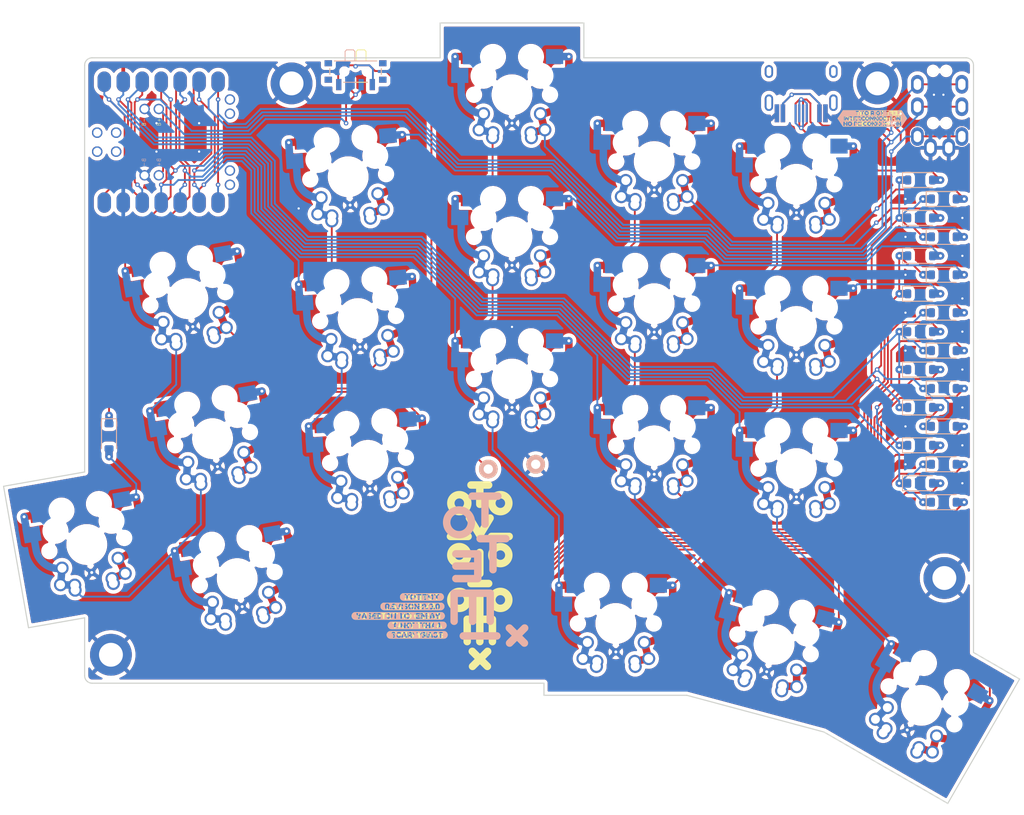
<source format=kicad_pcb>
(kicad_pcb (version 20241229) (generator "pcbnew") (generator_version "9.0")
  (title_block (title "TOTEMX") (date "2025-08-09") (rev "v2.0.0") (company "Unknown"))
  (layers (0 "F.Cu" signal) (2 "B.Cu" signal) (13 "F.Paste" user) (15 "B.Paste" user) (5 "F.SilkS" user "F.Silkscreen") (7 "B.SilkS" user "B.Silkscreen") (1 "F.Mask" user) (3 "B.Mask" user) (25 "Edge.Cuts" user))
  (net 0 "")
  (net 1 "GND")
  (net 2 "VCC")
  (net 3 "/ROW0")
  (net 4 "Net-(D0-A)")
  (net 5 "Net-(D1-A)")
  (net 6 "Net-(D2-A)")
  (net 7 "Net-(D3-A)")
  (net 8 "Net-(D4-A)")
  (net 9 "/ROW1")
  (net 10 "Net-(D5-A)")
  (net 11 "Net-(D6-A)")
  (net 12 "Net-(D7-A)")
  (net 13 "Net-(D8-A)")
  (net 14 "Net-(D9-A)")
  (net 15 "Net-(D10-A)")
  (net 16 "/ROW2")
  (net 17 "Net-(D11-A)")
  (net 18 "Net-(D12-A)")
  (net 19 "Net-(D13-A)")
  (net 20 "Net-(D14-A)")
  (net 21 "/ROW3")
  (net 22 "Net-(D15-A)")
  (net 23 "Net-(D16-A)")
  (net 24 "Net-(D17-A)")
  (net 25 "Net-(D18-A)")
  (net 26 "/TX")
  (net 27 "/RX")
  (net 28 "/BAT+")
  (net 29 "/VBAT")
  (net 32 "/COL0")
  (net 33 "/COL1")
  (net 34 "/COL2")
  (net 35 "/COL3")
  (net 36 "/COL4")
  (footprint "TOTEMX-footprints:TOTEMX-KEY" (layer "F.Cu") (at 116.95463 118.768962)
    (property "Reference" "SW7" (hide yes))
    (property "Value" "SW_Push_45deg")
  )
  (footprint "TOTEMX-footprints:TOTEMX-MountingHole_3.2mm_M3_DIN965_Pad" (layer "F.Cu") (at 165.91313 98.194962)
    (property "Reference" "H3" (hide yes))
    (property "Value" "MountingHole_Pad")
  )
  (footprint "TOTEMX-footprints:BatteryPad" (layer "F.Cu") (at 120.12963 149.248962)
    (property "Reference" "BATGND1" (hide yes))
    (property "Value" "-")
  )
  (footprint "TOTEMX-footprints:TOTEMX-D" (layer "F.Cu") (at 174.73963 118.768962)
    (property "Reference" "D1" (hide yes))
    (property "Value" "D_Small")
  )
  (footprint "TOTEMX-footprints:TOTEMX-D" (layer "F.Cu") (at 174.73963 149.248962)
    (property "Reference" "D16" (hide yes))
    (property "Value" "D_Small")
  )
  (footprint "TOTEMX-footprints:TOTEMX-D" (layer "F.Cu") (at 171.56463 126.388962)
    (property "Reference" "D9" (hide yes))
    (property "Value" "D_Small")
  )
  (footprint "TOTEMX-footprints:TOTEMX-KEY" (layer "F.Cu") (at 73.533951 127.050274 10)
    (property "Reference" "SW0" (hide yes))
    (property "Value" "SW_Push_45deg")
  )
  (footprint "TOTEMX-footprints:TOTEMX-TYPE-C" (layer "F.Cu") (at 155.68963 94.003962 180)
    (property "Reference" "J_LEFT1" (hide yes))
    (property "Value" "HRO-TYPE-C-31-M-12")
  )
  (footprint "TOTEMX-footprints:TOTEMX-D" (layer "F.Cu") (at 62.97963 145.438962 -90)
    (property "Reference" "D15" (hide yes))
    (property "Value" "D_Small")
  )
  (footprint "TOTEMX-footprints:TOTEMX-MountingHole_3.2mm_M3_DIN965_Pad" (layer "F.Cu") (at 87.42713 98.194962)
    (property "Reference" "H2" (hide yes))
    (property "Value" "MountingHole_Pad")
  )
  (footprint "TOTEMX-footprints:TOTEMX-MountingHole_3.2mm_M3_DIN965_Pad" (layer "F.Cu") (at 174.86663 164.488962)
    (property "Reference" "H4" (hide yes))
    (property "Value" "MountingHole_Pad")
  )
  (footprint "TOTEMX-footprints:TOTEMX-XIAO-BLE-SMD" (layer "F.Cu") (at 69.96463 106.068962 90)
    (property "Reference" "U_LEFT1" (hide yes))
    (property "Value" "xiao-ble")
  )
  (footprint "TOTEMX-footprints:TOTEMX-KEY" (layer "F.Cu") (at 171.798409 181.554073 -30)
    (property "Reference" "SW18" (hide yes))
    (property "Value" "SW_Push_45deg")
  )
  (footprint "TOTEMX-footprints:TOTEMX-KEY" (layer "F.Cu") (at 155.05463 149.820462)
    (property "Reference" "SW14" (hide yes))
    (property "Value" "SW_Push_45deg")
  )
  (footprint "TOTEMX-footprints:TOTEMX-D" (layer "F.Cu") (at 171.56463 151.788962)
    (property "Reference" "D17" (hide yes))
    (property "Value" "D_Small")
  )
  (footprint "TOTEMX-footprints:TOTEMX-KEY" (layer "F.Cu") (at 76.841949 145.810861 10)
    (property "Reference" "SW5" (hide yes))
    (property "Value" "SW_Push_45deg")
  )
  (footprint "TOTEMX-footprints:TOTEMX-D" (layer "F.Cu") (at 171.56463 136.548962)
    (property "Reference" "D11" (hide yes))
    (property "Value" "D_Small")
  )
  (footprint "TOTEMX-footprints:TOTEMX-KEY" (layer "F.Cu") (at 80.149947 164.571449 10)
    (property "Reference" "SW10" (hide yes))
    (property "Value" "SW_Push_45deg")
  )
  (footprint "TOTEMX-footprints:TOTEMX-KEY" (layer "F.Cu") (at 130.86113 170.584962)
    (property "Reference" "SW16" (hide yes))
    (property "Value" "SW_Push_45deg")
  )
  (footprint "kibuzzard-6897A4DF" (layer "F.Cu") (at 104.25463 170.838962)
    (property "Reference" "kibuzzard-6897A4DF" (hide yes))
    (property "Value" "G***" (hide yes))
  )
  (footprint "TOTEMX-footprints:TOTEMX-KEY" (layer "F.Cu") (at 155.05463 111.720462)
    (property "Reference" "SW4" (hide yes))
    (property "Value" "SW_Push_45deg")
  )
  (footprint "TOTEMX-footprints:TOTEMX-KEY" (layer "F.Cu") (at 152.051825 173.37477 -15)
    (property "Reference" "SW17" (hide yes))
    (property "Value" "SW_Push_45deg")
  )
  (footprint "TOTEMX-footprints:TOTEMX-KEY" (layer "F.Cu") (at 136.00463 146.772462)
    (property "Reference" "SW13" (hide yes))
    (property "Value" "SW_Push_45deg")
  )
  (footprint "TOTEMX-footprints:TOTEMX-SW_SPDT_PCM12" (layer "F.Cu") (at 95.99963 96.924962 180)
    (property "Reference" "PSW_LEFT1" (hide yes))
    (property "Value" "SW_SPDT")
  )
  (footprint "kibuzzard-68974C18" (layer "F.Cu") (at 165.21463 102.893962)
    (property "Reference" "kibuzzard-68974C18" (hide yes))
    (property "Value" "G***" (hide yes))
  )
  (footprint "TOTEMX-footprints:TOTEMX-MountingHole_3.2mm_M3_DIN965_Pad" (layer "F.Cu") (at 63.23363 174.775962)
    (property "Reference" "H1" (hide yes))
    (property "Value" "MountingHole_Pad")
  )
  (footprint "TOTEMX-footprints:TOTEMX-D" (layer "F.Cu") (at 171.56463 111.148962)
    (property "Reference" "D4" (hide yes))
    (property "Value" "D_Small")
  )
  (footprint "TOTEMX-footprints:TOTEMX-D" (layer "F.Cu") (at 174.73963 139.088962)
    (property "Reference" "D6" (hide yes))
    (property "Value" "D_Small")
  )
  (footprint "TOTEMX-footprints:TOTEMX-D" (layer "F.Cu") (at 174.73963 128.928962)
    (property "Reference" "D14" (hide yes))
    (property "Value" "D_Small")
  )
  (footprint "TOTEMX-footprints:TOTEMX-TRRS-THT" (layer "F.Cu") (at 175.105 107.02 180)
    (property "Reference" "J1" (hide yes))
    (property "Value" "AudioJack4")
  )
  (footprint "TOTEMX-footprints:TOTEMX-D" (layer "F.Cu") (at 171.56463 116.228962)
    (property "Reference" "D2" (hide yes))
    (property "Value" "D_Small")
  )
  (footprint "TOTEMX-footprints:TOTEMX-KEY" (layer "F.Cu") (at 60 160 10)
    (property "Reference" "SW15" (hide yes))
    (property "Value" "SW_Push_45deg")
  )
  (footprint "kibuzzard-6897A4C3" (layer "F.Cu") (at 101.71463 169.568962)
    (property "Reference" "kibuzzard-6897A4C3" (hide yes))
    (property "Value" "G***" (hide yes))
  )
  (footprint "kibuzzard-6897A4F8" (layer "F.Cu") (at 104.25463 172.108962)
    (property "Reference" "kibuzzard-6897A4F8" (hide yes))
    (property "Value" "G***" (hide yes))
  )
  (footprint "TOTEMX-footprints:TOTEMX-KEY" (layer "F.Cu") (at 96.336425 129.712468 4)
    (property "Reference" "SW6" (hide yes))
    (property "Value" "SW_Push_45deg")
  )
  (footprint "TOTEMX-footprints:TOTEMX-D" (layer "F.Cu") (at 174.73963 144.168962)
    (property "Reference" "D5" (hide yes))
    (property "Value" "D_Small")
  )
  (footprint "TOTEMX-footprints:BatteryPad" (layer "F.Cu") (at 113.77963 149.883962)
    (property "Reference" "BAT+1" (hide yes))
    (property "Value" "+")
  )
  (footprint "TOTEMX-footprints:TOTEMX-KEY" (layer "F.Cu") (at 95.007564 110.708873 4)
    (property "Reference" "SW1" (hide yes))
    (property "Value" "SW_Push_45deg")
  )
  (footprint "TOTEMX-footprints:TOTEMX-D" (layer "F.Cu") (at 174.73963 154.328962)
    (property "Reference" "D18" (hide yes))
    (property "Value" "D_Small")
  )
  (footprint "TOTEMX-footprints:TOTEMX-D" (layer "F.Cu") (at 171.56463 131.468962)
    (property "Reference" "D13" (hide yes))
    (property "Value" "D_Small")
  )
  (footprint "TOTEMX-footprints:TOTEMX-D" (layer "F.Cu") (at 171.56463 121.308962)
    (property "Reference" "D7" (hide yes))
    (property "Value" "D_Small")
  )
  (footprint "TOTEMX-footprints:TOTEMX-KEY" (layer "F.Cu") (at 97.665285 148.716064 4)
    (property "Reference" "SW11" (hide yes))
    (property "Value" "SW_Push_45deg")
  )
  (footprint "TOTEMX-footprints:TOTEMX-D" (layer "F.Cu") (at 174.73963 113.688962)
    (property "Reference" "D3" (hide yes))
    (property "Value" "D_Small")
  )
  (footprint "TOTEMX-footprints:TOTEMX-KEY" (layer "F.Cu") (at 136.00463 127.722462)
    (property "Reference" "SW8" (hide yes))
    (property "Value" "SW_Push_45deg")
  )
  (footprint "TOTEMX-footprints:TOTEMX-KEY" (layer "F.Cu") (at 136.00463 108.672462)
    (property "Reference" "SW3" (hide yes))
    (property "Value" "SW_Push_45deg")
  )
  (footprint "kibuzzard-6897A47F" (layer "F.Cu") (at 103.61963 168.298962)
    (property "Reference" "kibuzzard-6897A47F" (hide yes))
    (property "Value" "G***" (hide yes))
  )
  (footprint "kibuzzard-6897A4A3" (layer "F.Cu") (at 104.88963 167.028962)
    (property "Reference" "kibuzzard-6897A4A3" (hide yes))
    (property "Value" "G***" (hide yes))
  )
  (footprint "TOTEMX-footprints:TOTEMX-D" (layer "F.Cu") (at 171.56463 146.708962)
    (property "Reference" "D10" (hide yes))
    (property "Value" "D_Small")
  )
  (footprint "TOTEMX-footprints:TOTEMX-KEY" (layer "F.Cu") (at 155.05463 130.770462)
    (property "Reference" "SW9" (hide yes))
    (property "Value" "SW_Push_45deg")
  )
  (footprint "TOTEMX-footprints:TOTEMX-KEY" (layer "F.Cu") (at 116.95463 137.818962)
    (property "Reference" "SW12" (hide yes))
    (property "Value" "SW_Push_45deg")
  )
  (footprint "TOTEMX-footprints:TOTEMX-D" (layer "F.Cu") (at 171.56463 141.628962)
    (property "Reference" "D0" (hide yes))
    (property "Value" "D_Small")
  )
  (footprint "TOTEMX-footprints:TOTEMX-D" (layer "F.Cu") (at 174.73963 123.848962)
    (property "Reference" "D8" (hide yes))
    (property "Value" "D_Small")
  )
  (footprint "TOTEMX-footprints:TOTEMX-KEY" (layer "F.Cu") (at 116.95463 99.718962)
    (property "Reference" "SW2" (hide yes))
    (property "Value" "SW_Push_45deg")
  )
  (footprint "TOTEMX-footprints:TOTEMX-D" (layer "F.Cu") (at 174.73963 134.008962)
    (property "Reference" "D12" (hide yes))
    (property "Value" "D_Small")
  )
  (footprint "TOTEMX-footprints:TOTEMX-TYPE-C" (layer "B.Cu") (at 155.68963 94.003962)
    (property "Reference" "J_RIGHT1" (hide yes))
    (property "Value" "HRO-TYPE-C-31-M-12")
  )
  (footprint "TOTEMX-footprints:TOTEMX-XIAO-BLE-SMD" (layer "B.Cu") (at 69.96463 106.068962 -90)
    (property "Reference" "U_RIGHT1" (hide yes))
    (property "Value" "xiao-ble")
  )
  (footprint "kibuzzard-6897A4C3" (layer "B.Cu") (at 101.71463 169.568962 180)
    (property "Reference" "kibuzzard-6897A4C3" (hide yes))
    (property "Value" "G***" (hide yes))
  )
  (footprint "kibuzzard-68974C18" (layer "B.Cu") (at 165.21463 102.893962 180)
    (property "Reference" "kibuzzard-68974C18" (hide yes))
    (property "Value" "G***" (hide yes))
  )
  (footprint "kibuzzard-6897A4F8" (layer "B.Cu") (at 104.25463 172.108962 180)
    (property "Reference" "kibuzzard-6897A4F8" (hide yes))
    (property "Value" "G***" (hide yes))
  )
  (footprint "TOTEMX-footprints:TOTEMX-SW_SPDT_PCM12" (layer "B.Cu") (at 95.99963 96.924962)
    (property "Reference" "PSW_RIGHT1" (hide yes))
    (property "Value" "SW_SPDT")
  )
  (footprint "kibuzzard-6897A4A3" (layer "B.Cu") (at 104.88963 167.028962 180)
    (property "Reference" "kibuzzard-6897A4A3" (hide yes))
    (property "Value" "G***" (hide yes))
  )
  (footprint "kibuzzard-6897A47F" (layer "B.Cu") (at 103.61963 168.298962 180)
    (property "Reference" "kibuzzard-6897A47F" (hide yes))
    (property "Value" "G***" (hide yes))
  )
  (footprint "kibuzzard-6897A4DF" (layer "B.Cu") (at 104.25463 170.838962 180)
    (property "Reference" "kibuzzard-6897A4DF" (hide yes))
    (property "Value" "G***" (hide yes))
  )
  (gr_poly (pts (xy 113.851435 151.525274) (xy 113.877032 151.527192) (xy 113.902237 151.530352) (xy 113.927021 151.534723) (xy 113.951352 151.540275) (xy 113.975201 151.546977) (xy 113.998537 151.5548) (xy 114.02133 151.563713) (xy 114.043549 151.573684) (xy 114.065164 151.584686) (xy 114.086145 151.596685) (xy 114.106461 151.609653) (xy 114.126082 151.62356) (xy 114.144978 151.638374) (xy 114.163118 151.654065) (xy 114.180471 151.670603) (xy 114.197008 151.687957) (xy 114.212699 151.706098) (xy 114.227512 151.724995) (xy 114.241417 151.744617) (xy 114.254385 151.764934) (xy 114.266384 151.785916) (xy 114.277385 151.807532) (xy 114.287356 151.829753) (xy 114.296268 151.852546) (xy 114.30409 151.875884) (xy 114.310793 151.899734) (xy 114.316344 151.924067) (xy 114.320715 151.948852) (xy 114.323875 151.974059) (xy 114.325793 151.999657) (xy 114.326439 152.025617) (xy 114.325783 152.051576) (xy 114.323836 152.077174) (xy 114.320631 152.102381) (xy 114.3162 152.127166) (xy 114.310575 152.151499) (xy 114.303788 152.175349) (xy 114.295873 152.198687) (xy 114.28686 152.221481) (xy 114.276783 152.243701) (xy 114.265674 152.265317) (xy 114.253565 152.286299) (xy 114.240488 152.306617) (xy 114.226476 152.326239) (xy 114.21156 152.345135) (xy 114.195774 152.363276) (xy 114.17915 152.380631) (xy 114.161719 152.397169) (xy 114.143514 152.41286) (xy 114.124568 152.427674) (xy 114.104912 152.44158) (xy 114.08458 152.454548) (xy 114.063602 152.466548) (xy 114.042013 152.477549) (xy 114.019843 152.487521) (xy 113.997125 152.496433) (xy 113.973892 152.504256) (xy 113.950176 152.510958) (xy 113.926009 152.51651) (xy 113.901423 152.520881) (xy 113.876451 152.524041) (xy 113.851125 152.525959) (xy 113.825477 152.526605) (xy 113.144615 152.526605) (xy 113.144615 154.60818) (xy 113.143969 154.634139) (xy 113.142051 154.659738) (xy 113.138891 154.684944) (xy 113.13452 154.709729) (xy 113.128969 154.734062) (xy 113.122267 154.757912) (xy 113.114445 154.78125) (xy 113.105533 154.804044) (xy 113.095561 154.826264) (xy 113.084561 154.847881) (xy 113.072562 154.868862) (xy 113.059594 154.88918) (xy 113.045689 154.908802) (xy 113.030876 154.927698) (xy 113.015186 154.945839) (xy 112.99865 154.963194) (xy 112.981296 154.979732) (xy 112.963157 154.995423) (xy 112.944262 155.010237) (xy 112.924641 155.024143) (xy 112.904326 155.037111) (xy 112.883345 155.049111) (xy 112.861731 155.060112) (xy 112.839513 155.070084) (xy 112.816721 155.078996) (xy 112.793386 155.086819) (xy 112.769538 155.093521) (xy 112.745208 155.099073) (xy 112.720425 155.103444) (xy 112.695221 155.106604) (xy 112.669626 155.108522) (xy 112.643669 155.109168) (xy 112.617711 155.108512) (xy 112.592114 155.106565) (xy 112.566909 155.10336) (xy 112.542125 155.098929) (xy 112.517794 155.093303) (xy 112.493945 155.086517) (xy 112.470609 155.078601) (xy 112.447816 155.069588) (xy 112.425597 155.05951) (xy 112.403982 155.0484) (xy 112.383001 155.03629) (xy 112.362685 155.023213) (xy 112.343064 155.009199) (xy 112.324169 154.994283) (xy 112.306029 154.978496) (xy 112.288675 154.961871) (xy 112.272138 154.944439) (xy 112.256448 154.926233) (xy 112.241635 154.907286) (xy 112.227729 154.887629) (xy 112.214762 154.867296) (xy 112.202762 154.846317) (xy 112.191762 154.824726) (xy 112.18179 154.802555) (xy 112.172878 154.779837) (xy 112.165056 154.756602) (xy 112.158354 154.732885) (xy 112.152802 154.708716) (xy 112.148431 154.68413) (xy 112.145272 154.659156) (xy 112.143354 154.633829) (xy 112.142708 154.60818) (xy 112.142708 152.533663) (xy 111.461845 152.533663) (xy 111.461845 152.526605) (xy 111.435887 152.525959) (xy 111.410291 152.524041) (xy 111.385086 152.520881) (xy 111.360302 152.51651) (xy 111.335971 152.510958) (xy 111.312123 152.504256) (xy 111.288787 152.496433) (xy 111.265995 152.487521) (xy 111.243777 152.477549) (xy 111.222162 152.466548) (xy 111.201182 152.454548) (xy 111.180866 152.44158) (xy 111.161246 152.427674) (xy 111.142351 152.41286) (xy 111.124212 152.397169) (xy 111.106859 152.380631) (xy 111.090323 152.363276) (xy 111.074633 152.345135) (xy 111.059821 152.326239) (xy 111.045916 152.306617) (xy 111.032949 152.286299) (xy 111.02095 152.265317) (xy 111.009951 152.243701) (xy 110.99998 152.221481) (xy 110.991068 152.198687) (xy 110.983246 152.175349) (xy 110.976544 152.151499) (xy 110.970993 152.127166) (xy 110.966623 152.102381) (xy 110.963463 152.077174) (xy 110.961545 152.051576) (xy 110.960899 152.025617) (xy 110.961555 151.999657) (xy 110.963502 151.974059) (xy 110.966707 151.948852) (xy 110.971138 151.924067) (xy 110.976763 151.899734) (xy 110.98355 151.875884) (xy 110.991465 151.852546) (xy 111.000477 151.829752) (xy 111.010554 151.807532) (xy 111.021663 151.785916) (xy 111.033773 151.764934) (xy 111.046849 151.744617) (xy 111.060861 151.724995) (xy 111.075776 151.706098) (xy 111.091562 151.687957) (xy 111.108187 151.670603) (xy 111.125617 151.654065) (xy 111.143821 151.638373) (xy 111.162767 151.62356) (xy 111.182422 151.609653) (xy 111.202754 151.596685) (xy 111.223731 151.584686) (xy 111.24532 151.573684) (xy 111.267489 151.563713) (xy 111.290205 151.5548) (xy 111.313437 151.546977) (xy 111.337153 151.540275) (xy 111.361319 151.534723) (xy 111.385903 151.530352) (xy 111.410874 151.527192) (xy 111.436199 151.525274) (xy 111.461845 151.524628) (xy 113.825477 151.524628)) (fill yes) (layer "F.SilkS"))
  (gr_poly (pts (xy 113.851435 164.727388) (xy 113.877032 164.729306) (xy 113.902237 164.732466) (xy 113.927021 164.736837) (xy 113.951352 164.742389) (xy 113.975201 164.749091) (xy 113.998537 164.756914) (xy 114.02133 164.765826) (xy 114.043549 164.775798) (xy 114.065164 164.786799) (xy 114.086145 164.798799) (xy 114.106461 164.811767) (xy 114.126082 164.825673) (xy 114.144978 164.840487) (xy 114.163118 164.856178) (xy 114.180471 164.872716) (xy 114.197008 164.890071) (xy 114.212699 164.908212) (xy 114.227512 164.927108) (xy 114.241417 164.94673) (xy 114.254385 164.967047) (xy 114.266384 164.988029) (xy 114.277385 165.009646) (xy 114.287356 165.031866) (xy 114.296268 165.05466) (xy 114.30409 165.077997) (xy 114.310793 165.101847) (xy 114.316344 165.12618) (xy 114.320715 165.150965) (xy 114.323875 165.176172) (xy 114.325793 165.20177) (xy 114.326439 165.22773) (xy 114.325783 165.253689) (xy 114.323836 165.279287) (xy 114.320631 165.304494) (xy 114.3162 165.329279) (xy 114.310575 165.353612) (xy 114.303788 165.377462) (xy 114.295873 165.400799) (xy 114.28686 165.423593) (xy 114.276783 165.445813) (xy 114.265674 165.46743) (xy 114.253565 165.488412) (xy 114.240488 165.508729) (xy 114.226476 165.528351) (xy 114.21156 165.547247) (xy 114.195774 165.565388) (xy 114.17915 165.582743) (xy 114.161719 165.599281) (xy 114.143514 165.614972) (xy 114.124568 165.629786) (xy 114.104912 165.643692) (xy 114.08458 165.65666) (xy 114.063602 165.66866) (xy 114.042013 165.679661) (xy 114.019843 165.689633) (xy 113.997125 165.698545) (xy 113.973892 165.706368) (xy 113.950176 165.713071) (xy 113.926009 165.718622) (xy 113.901423 165.722993) (xy 113.876451 165.726153) (xy 113.851125 165.728071) (xy 113.825477 165.728717) (xy 111.461845 165.728717) (xy 111.435887 165.728071) (xy 111.410291 165.726153) (xy 111.385086 165.722993) (xy 111.360302 165.718622) (xy 111.335971 165.713071) (xy 111.312123 165.706368) (xy 111.288787 165.698545) (xy 111.265995 165.689633) (xy 111.243777 165.679661) (xy 111.222162 165.66866) (xy 111.201182 165.65666) (xy 111.180866 165.643692) (xy 111.161246 165.629786) (xy 111.142351 165.614972) (xy 111.124212 165.599281) (xy 111.106859 165.582743) (xy 111.090323 165.565388) (xy 111.074633 165.547247) (xy 111.059821 165.528351) (xy 111.045916 165.508729) (xy 111.032949 165.488412) (xy 111.02095 165.46743) (xy 111.009951 165.445813) (xy 110.99998 165.423593) (xy 110.991068 165.400799) (xy 110.983246 165.377462) (xy 110.976544 165.353612) (xy 110.970993 165.329279) (xy 110.966623 165.304494) (xy 110.963463 165.279287) (xy 110.961545 165.253689) (xy 110.960899 165.22773) (xy 110.961555 165.20177) (xy 110.963502 165.176172) (xy 110.966707 165.150965) (xy 110.971138 165.12618) (xy 110.976763 165.101847) (xy 110.98355 165.077997) (xy 110.991465 165.05466) (xy 111.000477 165.031866) (xy 111.010554 165.009646) (xy 111.021663 164.988029) (xy 111.033773 164.967047) (xy 111.046849 164.94673) (xy 111.060861 164.927108) (xy 111.075776 164.908212) (xy 111.091562 164.890071) (xy 111.108187 164.872716) (xy 111.125617 164.856178) (xy 111.143821 164.840487) (xy 111.162767 164.825673) (xy 111.182422 164.811767) (xy 111.202754 164.798799) (xy 111.223731 164.786799) (xy 111.24532 164.775798) (xy 111.267489 164.765826) (xy 111.290205 164.756914) (xy 111.313437 164.749091) (xy 111.337153 164.742389) (xy 111.361319 164.736837) (xy 111.385903 164.732466) (xy 111.410874 164.729306) (xy 111.436199 164.727388) (xy 111.461845 164.726742) (xy 113.825477 164.726742)) (fill yes) (layer "F.SilkS"))
  (gr_poly (pts (xy 109.97613 165.7873) (xy 110.059188 165.793629) (xy 110.141048 165.804052) (xy 110.221606 165.818464) (xy 110.300758 165.836762) (xy 110.3784 165.858844) (xy 110.454431 165.884605) (xy 110.528746 165.913943) (xy 110.601241 165.946753) (xy 110.671815 165.982933) (xy 110.740363 166.02238) (xy 110.806781 166.064989) (xy 110.870967 166.110658) (xy 110.932817 166.159283) (xy 110.992228 166.21076) (xy 111.049097 166.264988) (xy 111.10332 166.321861) (xy 111.154793 166.381277) (xy 111.203414 166.443132) (xy 111.249079 166.507323) (xy 111.291685 166.573747) (xy 111.331128 166.6423) (xy 111.367305 166.712879) (xy 111.400113 166.78538) (xy 111.429448 166.859701) (xy 111.455207 166.935738) (xy 111.477287 167.013386) (xy 111.495584 167.092544) (xy 111.509994 167.173108) (xy 111.520416 167.254974) (xy 111.526745 167.338039) (xy 111.528877 167.4222) (xy 111.526745 167.506361) (xy 111.520416 167.589426) (xy 111.509994 167.671292) (xy 111.495584 167.751855) (xy 111.477287 167.831013) (xy 111.455207 167.908663) (xy 111.429448 167.984699) (xy 111.400113 168.05902) (xy 111.367305 168.131521) (xy 111.331128 168.2021) (xy 111.291685 168.270653) (xy 111.249079 168.337077) (xy 111.203414 168.401269) (xy 111.154793 168.463124) (xy 111.10332 168.52254) (xy 111.049097 168.579413) (xy 110.992228 168.63364) (xy 110.932817 168.685118) (xy 110.870967 168.733743) (xy 110.806781 168.779412) (xy 110.740363 168.822021) (xy 110.671815 168.861468) (xy 110.601241 168.897648) (xy 110.528746 168.930459) (xy 110.454431 168.959796) (xy 110.3784 168.985558) (xy 110.300758 169.007639) (xy 110.221606 169.025938) (xy 110.141048 169.04035) (xy 110.059188 169.050772) (xy 109.97613 169.057102) (xy 109.891975 169.059234) (xy 109.807821 169.057102) (xy 109.724762 169.050772) (xy 109.642902 169.04035) (xy 109.562344 169.025938) (xy 109.483192 169.007639) (xy 109.405549 168.985558) (xy 109.329518 168.959796) (xy 109.255202 168.930459) (xy 109.182706 168.897648) (xy 109.112132 168.861468) (xy 109.043584 168.822021) (xy 108.977165 168.779412) (xy 108.912978 168.733743) (xy 108.851127 168.685118) (xy 108.791715 168.63364) (xy 108.734846 168.579413) (xy 108.680623 168.52254) (xy 108.629148 168.463124) (xy 108.580527 168.401269) (xy 108.534861 168.337077) (xy 108.492255 168.270653) (xy 108.452811 168.2021) (xy 108.416633 168.131521) (xy 108.383825 168.05902) (xy 108.354489 167.984699) (xy 108.32873 167.908663) (xy 108.30665 167.831013) (xy 108.288352 167.751855) (xy 108.273941 167.671292) (xy 108.26352 167.589426) (xy 108.257191 167.506361) (xy 108.255058 167.4222) (xy 109.256965 167.4222) (xy 109.257796 167.454762) (xy 109.26026 167.486931) (xy 109.264317 167.518665) (xy 109.269926 167.549921) (xy 109.277047 167.580657) (xy 109.285638 167.610833) (xy 109.29566 167.640405) (xy 109.307071 167.669331) (xy 109.319831 167.697571) (xy 109.333899 167.725081) (xy 109.349235 167.751819) (xy 109.365797 167.777745) (xy 109.383545 167.802815) (xy 109.402438 167.826987) (xy 109.422437 167.850221) (xy 109.443498 167.872473) (xy 109.465584 167.893701) (xy 109.488651 167.913865) (xy 109.512661 167.932921) (xy 109.537571 167.950828) (xy 109.563343 167.967544) (xy 109.589933 167.983026) (xy 109.617303 167.997234) (xy 109.645412 168.010124) (xy 109.674218 168.021654) (xy 109.70368 168.031784) (xy 109.73376 168.04047) (xy 109.764414 168.047672) (xy 109.795604 168.053346) (xy 109.827288 168.057451) (xy 109.859425 168.059944) (xy 109.891975 168.060785) (xy 109.924534 168.059954) (xy 109.9567 168.057489) (xy 109.98843 168.05343) (xy 110.019683 168.047817) (xy 110.050416 168.040689) (xy 110.080588 168.032086) (xy 110.110157 168.02205) (xy 110.139081 168.01062) (xy 110.167317 167.997835) (xy 110.194824 167.983737) (xy 110.22156 167.968365) (xy 110.247483 167.951759) (xy 110.27255 167.933958) (xy 110.29672 167.915005) (xy 110.319951 167.894937) (xy 110.342201 167.873796) (xy 110.363428 167.851621) (xy 110.383589 167.828453) (xy 110.402644 167.804331) (xy 110.420549 167.779295) (xy 110.437263 167.753386) (xy 110.452744 167.726644) (xy 110.46695 167.699109) (xy 110.479838 167.67082) (xy 110.491368 167.641818) (xy 110.501497 167.612143) (xy 110.510182 167.581835) (xy 110.517383 167.550934) (xy 110.523056 167.51948) (xy 110.527161 167.487513) (xy 110.529654 167.455073) (xy 110.530495 167.4222) (xy 110.529664 167.389337) (xy 110.527199 167.356927) (xy 110.52314 167.325007) (xy 110.517527 167.293618) (xy 110.5104 167.262796) (xy 110.501799 167.232582) (xy 110.491763 167.203014) (xy 110.480334 167.174131) (xy 110.467551 167.145972) (xy 110.453454 167.118574) (xy 110.438083 167.091978) (xy 110.421478 167.066221) (xy 110.40368 167.041343) (xy 110.384728 167.017383) (xy 110.364662 166.994378) (xy 110.343523 166.972369) (xy 110.32135 166.951393) (xy 110.298184 166.931489) (xy 110.274065 166.912697) (xy 110.249032 166.895054) (xy 110.223126 166.8786) (xy 110.196386 166.863374) (xy 110.168854 166.849413) (xy 110.140568 166.836758) (xy 110.111569 166.825446) (xy 110.081897 166.815517) (xy 110.051592 166.807009) (xy 110.020695 166.799961) (xy 109.989244 166.794412) (xy 109.95728 166.7904) (xy 109.924844 166.787965) (xy 109.891975 166.787144) (xy 109.859115 166.787975) (xy 109.826707 166.790439) (xy 109.79479 166.794496) (xy 109.763402 166.800106) (xy 109.732583 166.807227) (xy 109.702372 166.81582) (xy 109.672806 166.825842) (xy 109.643925 166.837254) (xy 109.615767 166.850015) (xy 109.588372 166.864085) (xy 109.561777 166.879421) (xy 109.536023 166.895985) (xy 109.511146 166.913734) (xy 109.487188 166.932629) (xy 109.464185 166.952629) (xy 109.442177 166.973692) (xy 109.421202 166.995779) (xy 109.4013 167.018849) (xy 109.382509 167.04286) (xy 109.364867 167.067772) (xy 109.348415 167.093545) (xy 109.333189 167.120138) (xy 109.31923 167.14751) (xy 109.306576 167.17562) (xy 109.295265 167.204428) (xy 109.285336 167.233893) (xy 109.276829 167.263974) (xy 109.269781 167.294631) (xy 109.264233 167.325823) (xy 109.260221 167.357508) (xy 109.257786 167.389648) (xy 109.256965 167.4222) (xy 108.255058 167.4222) (xy 108.257191 167.338039) (xy 108.263519 167.254974) (xy 108.273941 167.173108) (xy 108.288352 167.092544) (xy 108.306649 167.013386) (xy 108.328728 166.935738) (xy 108.354488 166.859701) (xy 108.383823 166.78538) (xy 108.416631 166.712879) (xy 108.452808 166.6423) (xy 108.492251 166.573747) (xy 108.534857 166.507323) (xy 108.580522 166.443132) (xy 108.629143 166.381277) (xy 108.680617 166.321861) (xy 108.73484 166.264988) (xy 108.791709 166.21076) (xy 108.851121 166.159283) (xy 108.912971 166.110658) (xy 108.977158 166.064989) (xy 109.043577 166.02238) (xy 109.112125 165.982933) (xy 109.182699 165.946753) (xy 109.255196 165.913943) (xy 109.329512 165.884605) (xy 109.405543 165.858844) (xy 109.483187 165.836762) (xy 109.56234 165.818464) (xy 109.642898 165.804052) (xy 109.72476 165.793629) (xy 109.80782 165.7873) (xy 109.891975 165.785167)) (fill yes) (layer "F.SilkS"))
  (gr_poly (pts (xy 111.10328 158.415634) (xy 111.128876 158.417552) (xy 111.15408 158.420712) (xy 111.178862 158.425083) (xy 111.203193 158.430635) (xy 111.22704 158.437338) (xy 111.250376 158.44516) (xy 111.273168 158.454073) (xy 111.295386 158.464045) (xy 111.317 158.475046) (xy 111.33798 158.487046) (xy 111.358296 158.500014) (xy 111.377916 158.51392) (xy 111.396812 158.528734) (xy 111.414951 158.544425) (xy 111.432304 158.560963) (xy 111.448841 158.578318) (xy 111.464531 158.596458) (xy 111.479344 158.615355) (xy 111.493249 158.634977) (xy 111.506216 158.655294) (xy 111.518216 158.676276) (xy 111.529216 158.697893) (xy 111.539187 158.720113) (xy 111.548099 158.742907) (xy 111.555921 158.766244) (xy 111.562624 158.790095) (xy 111.568175 158.814427) (xy 111.572546 158.839212) (xy 111.575706 158.864419) (xy 111.577624 158.890018) (xy 111.57827 158.915977) (xy 111.577614 158.941937) (xy 111.575667 158.967535) (xy 111.572462 158.992742) (xy 111.568031 159.017527) (xy 111.562406 159.04186) (xy 111.55562 159.06571) (xy 111.547704 159.089047) (xy 111.538692 159.111841) (xy 111.528615 159.134062) (xy 111.517506 159.155678) (xy 111.505396 159.17666) (xy 111.49232 159.196977) (xy 111.478308 159.216599) (xy 111.463393 159.235496) (xy 111.447607 159.253637) (xy 111.430982 159.270991) (xy 111.413552 159.287529) (xy 111.395348 159.30322) (xy 111.376402 159.318034) (xy 111.356747 159.33194) (xy 111.336415 159.344908) (xy 111.315438 159.356908) (xy 111.293849 159.367909) (xy 111.27168 159.377881) (xy 111.248964 159.386794) (xy 111.225732 159.394616) (xy 111.202016 159.401319) (xy 111.17785 159.406871) (xy 111.153266 159.411242) (xy 111.128295 159.414401) (xy 111.10297 159.41632) (xy 111.077324 159.416966) (xy 108.713676 159.416966) (xy 108.68772 159.41632) (xy 108.662124 159.414401) (xy 108.63692 159.411242) (xy 108.612138 159.406871) (xy 108.587808 159.401319) (xy 108.56396 159.394616) (xy 108.540624 159.386794) (xy 108.517833 159.377881) (xy 108.495614 159.367909) (xy 108.474 159.356908) (xy 108.45302 159.344908) (xy 108.432704 159.33194) (xy 108.413084 159.318034) (xy 108.394189 159.30322) (xy 108.376049 159.287529) (xy 108.358696 159.270991) (xy 108.342159 159.253637) (xy 108.326469 159.235496) (xy 108.311656 159.216599) (xy 108.297751 159.196977) (xy 108.284784 159.17666) (xy 108.272785 159.155678) (xy 108.261784 159.134062) (xy 108.251813 159.111841) (xy 108.242901 159.089047) (xy 108.235079 159.06571) (xy 108.228376 159.04186) (xy 108.222825 159.017527) (xy 108.218454 158.992742) (xy 108.215294 158.967535) (xy 108.213376 158.941937) (xy 108.21273 158.915977) (xy 108.213386 158.890018) (xy 108.215333 158.864419) (xy 108.218538 158.839212) (xy 108.222969 158.814427) (xy 108.228594 158.790095) (xy 108.235381 158.766244) (xy 108.243296 158.742907) (xy 108.252308 158.720113) (xy 108.262385 158.697893) (xy 108.273494 158.676276) (xy 108.285604 158.655294) (xy 108.29868 158.634977) (xy 108.312692 158.615355) (xy 108.327607 158.596458) (xy 108.343393 158.578318) (xy 108.360018 158.560963) (xy 108.377448 158.544425) (xy 108.395652 158.528734) (xy 108.414598 158.51392) (xy 108.434253 158.500014) (xy 108.454585 158.487046) (xy 108.475562 158.475046) (xy 108.497151 158.464045) (xy 108.51932 158.454073) (xy 108.542036 158.44516) (xy 108.565269 158.437338) (xy 108.588984 158.430635) (xy 108.61315 158.425083) (xy 108.637734 158.420712) (xy 108.662705 158.417552) (xy 108.68803 158.415634) (xy 108.713676 158.414988) (xy 111.077324 158.414988)) (fill yes) (layer "F.SilkS"))
  (gr_poly (pts (xy 109.983194 152.821571) (xy 110.066253 152.8279) (xy 110.148113 152.838322) (xy 110.22867 152.852734) (xy 110.307822 152.871033) (xy 110.385465 152.893114) (xy 110.461496 152.918876) (xy 110.535811 152.948213) (xy 110.608306 152.981024) (xy 110.67888 153.017204) (xy 110.747427 153.05665) (xy 110.813846 153.09926) (xy 110.878032 153.144928) (xy 110.939882 153.193553) (xy 110.999293 153.245031) (xy 111.056162 153.299258) (xy 111.110384 153.356131) (xy 111.161858 153.415547) (xy 111.210479 153.477403) (xy 111.256144 153.541594) (xy 111.298749 153.608018) (xy 111.338193 153.676571) (xy 111.37437 153.74715) (xy 111.407178 153.819651) (xy 111.436513 153.893972) (xy 111.462272 153.970009) (xy 111.484351 154.047657) (xy 111.502648 154.126816) (xy 111.517059 154.207379) (xy 111.527481 154.289245) (xy 111.533809 154.372311) (xy 111.535942 154.456471) (xy 111.533809 154.540632) (xy 111.527481 154.623697) (xy 111.517059 154.705563) (xy 111.502648 154.786127) (xy 111.484351 154.865285) (xy 111.462272 154.942934) (xy 111.436513 155.018971) (xy 111.407178 155.093291) (xy 111.37437 155.165793) (xy 111.338193 155.236372) (xy 111.298749 155.304925) (xy 111.256144 155.371349) (xy 111.210479 155.43554) (xy 111.161858 155.497395) (xy 111.110384 155.556811) (xy 111.056162 155.613685) (xy 110.999293 155.667912) (xy 110.939882 155.719389) (xy 110.878032 155.768014) (xy 110.813846 155.813683) (xy 110.747427 155.856292) (xy 110.67888 155.895739) (xy 110.608306 155.931919) (xy 110.535811 155.964729) (xy 110.461496 155.994067) (xy 110.385465 156.019828) (xy 110.307822 156.04191) (xy 110.22867 156.060208) (xy 110.148113 156.07462) (xy 110.066253 156.085043) (xy 109.983194 156.091372) (xy 109.89904 156.093505) (xy 109.814886 156.091372) (xy 109.731827 156.085043) (xy 109.649967 156.07462) (xy 109.56941 156.060208) (xy 109.490258 156.04191) (xy 109.412615 156.019828) (xy 109.336584 155.994067) (xy 109.26227 155.964729) (xy 109.189774 155.931919) (xy 109.1192 155.895739) (xy 109.050653 155.856292) (xy 108.984234 155.813683) (xy 108.920048 155.768014) (xy 108.858198 155.719389) (xy 108.798787 155.667912) (xy 108.741918 155.613685) (xy 108.687696 155.556811) (xy 108.636222 155.497395) (xy 108.587601 155.43554) (xy 108.541936 155.371349) (xy 108.499331 155.304925) (xy 108.459887 155.236372) (xy 108.42371 155.165793) (xy 108.390903 155.093291) (xy 108.361568 155.018971) (xy 108.335808 154.942934) (xy 108.313729 154.865285) (xy 108.295432 154.786127) (xy 108.281021 154.705563) (xy 108.270599 154.623697) (xy 108.264271 154.540632) (xy 108.262138 154.456471) (xy 109.260506 154.456471) (xy 109.261336 154.489344) (xy 109.2638 154.521784) (xy 109.267857 154.553751) (xy 109.273466 154.585205) (xy 109.280587 154.616106) (xy 109.289178 154.646415) (xy 109.2992 154.676089) (xy 109.310611 154.705091) (xy 109.323371 154.73338) (xy 109.337439 154.760915) (xy 109.352774 154.787658) (xy 109.369336 154.813566) (xy 109.387084 154.838602) (xy 109.405977 154.862724) (xy 109.425975 154.885892) (xy 109.447037 154.908067) (xy 109.469121 154.929208) (xy 109.492189 154.949275) (xy 109.516198 154.968229) (xy 109.541108 154.986029) (xy 109.566878 155.002635) (xy 109.593469 155.018008) (xy 109.620838 155.032106) (xy 109.648945 155.04489) (xy 109.67775 155.056321) (xy 109.707212 155.066357) (xy 109.73729 155.074959) (xy 109.767944 155.082087) (xy 109.799133 155.087701) (xy 109.830815 155.09176) (xy 109.862951 155.094225) (xy 109.8955 155.095055) (xy 109.928059 155.094225) (xy 109.960225 155.09176) (xy 109.991955 155.087701) (xy 110.023208 155.082087) (xy 110.053942 155.074959) (xy 110.084115 155.066357) (xy 110.113684 155.056321) (xy 110.142608 155.04489) (xy 110.170845 155.032106) (xy 110.198353 155.018008) (xy 110.225089 155.002635) (xy 110.251012 154.986029) (xy 110.27608 154.968229) (xy 110.300251 154.949275) (xy 110.323483 154.929208) (xy 110.345733 154.908067) (xy 110.366961 154.885892) (xy 110.387123 154.862723) (xy 110.406178 154.838602) (xy 110.424084 154.813566) (xy 110.440799 154.787658) (xy 110.45628 154.760915) (xy 110.470487 154.73338) (xy 110.483376 154.705091) (xy 110.494906 154.676089) (xy 110.505035 154.646415) (xy 110.513721 154.616106) (xy 110.520922 154.585205) (xy 110.526596 154.553751) (xy 110.5307 154.521784) (xy 110.533194 154.489344) (xy 110.534035 154.456471) (xy 110.533204 154.423609) (xy 110.530739 154.391198) (xy 110.52668 154.359279) (xy 110.521067 154.327889) (xy 110.51394 154.297068) (xy 110.505339 154.266854) (xy 110.495303 154.237286) (xy 110.483874 154.208403) (xy 110.47109 154.180243) (xy 110.456993 154.152846) (xy 110.441622 154.126249) (xy 110.425017 154.100493) (xy 110.407219 154.075615) (xy 110.388266 154.051654) (xy 110.368201 154.02865) (xy 110.347061 154.00664) (xy 110.324888 153.985664) (xy 110.301721 153.96576) (xy 110.277601 153.946968) (xy 110.252568 153.929325) (xy 110.226661 153.912871) (xy 110.199921 153.897645) (xy 110.172388 153.883684) (xy 110.144101 153.871029) (xy 110.115102 153.859717) (xy 110.085429 153.849788) (xy 110.055123 153.84128) (xy 110.024224 153.834232) (xy 109.992773 153.828683) (xy 109.960808 153.824671) (xy 109.92837 153.822236) (xy 109.8955 153.821415) (xy 109.86264 153.822246) (xy 109.830232 153.82471) (xy 109.798315 153.828767) (xy 109.766928 153.834377) (xy 109.736109 153.841498) (xy 109.705898 153.85009) (xy 109.676332 153.860113) (xy 109.647452 153.871525) (xy 109.619295 153.884286) (xy 109.5919 153.898355) (xy 109.565306 153.913692) (xy 109.539552 153.930255) (xy 109.514677 153.948005) (xy 109.490718 153.9669) (xy 109.467716 153.986899) (xy 109.445709 154.007963) (xy 109.424735 154.03005) (xy 109.404834 154.053119) (xy 109.386043 154.07713) (xy 109.368403 154.102043) (xy 109.351951 154.127816) (xy 109.336726 154.154409) (xy 109.322767 154.181781) (xy 109.310113 154.209891) (xy 109.298803 154.238699) (xy 109.288875 154.268164) (xy 109.280368 154.298245) (xy 109.273321 154.328902) (xy 109.267772 154.360094) (xy 109.263761 154.39178) (xy 109.261326 154.423919) (xy 109.260506 154.456471) (xy 108.262138 154.456471) (xy 108.264271 154.372311) (xy 108.270599 154.289245) (xy 108.281021 154.207379) (xy 108.295432 154.126816) (xy 108.313729 154.047657) (xy 108.335808 153.970009) (xy 108.361568 153.893972) (xy 108.390903 153.819651) (xy 108.42371 153.74715) (xy 108.459887 153.676571) (xy 108.499331 153.608018) (xy 108.541936 153.541594) (xy 108.587601 153.477403) (xy 108.636222 153.415547) (xy 108.687696 153.356131) (xy 108.741918 153.299258) (xy 108.798787 153.245031) (xy 108.858198 153.193553) (xy 108.920048 153.144928) (xy 108.984234 153.09926) (xy 109.050653 153.05665) (xy 109.1192 153.017204) (xy 109.189774 152.981024) (xy 109.26227 152.948213) (xy 109.336584 152.918876) (xy 109.412615 152.893114) (xy 109.490258 152.871033) (xy 109.56941 152.852734) (xy 109.649967 152.838322) (xy 109.731827 152.8279) (xy 109.814886 152.821571) (xy 109.89904 152.819438)) (fill yes) (layer "F.SilkS"))
  (gr_poly (pts (xy 116.599589 158.415634) (xy 116.625186 158.417552) (xy 116.650391 158.420712) (xy 116.675175 158.425083) (xy 116.699506 158.430635) (xy 116.723355 158.437338) (xy 116.746691 158.44516) (xy 116.769484 158.454073) (xy 116.791703 158.464045) (xy 116.813318 158.475046) (xy 116.834299 158.487046) (xy 116.854615 158.500014) (xy 116.874236 158.51392) (xy 116.893131 158.528734) (xy 116.911271 158.544425) (xy 116.928625 158.560963) (xy 116.945162 158.578318) (xy 116.960852 158.596458) (xy 116.975665 158.615355) (xy 116.989571 158.634977) (xy 117.002538 158.655294) (xy 117.014538 158.676276) (xy 117.025538 158.697893) (xy 117.03551 158.720113) (xy 117.044422 158.742907) (xy 117.052244 158.766244) (xy 117.058946 158.790095) (xy 117.064498 158.814427) (xy 117.068869 158.839212) (xy 117.072028 158.864419) (xy 117.073946 158.890018) (xy 117.074592 158.915977) (xy 117.073936 158.941937) (xy 117.071989 158.967535) (xy 117.068784 158.992742) (xy 117.064353 159.017527) (xy 117.058727 159.04186) (xy 117.051941 159.06571) (xy 117.044025 159.089047) (xy 117.035012 159.111841) (xy 117.024934 159.134062) (xy 117.013825 159.155678) (xy 117.001715 159.17666) (xy 116.988638 159.196977) (xy 116.974625 159.216599) (xy 116.959709 159.235496) (xy 116.943923 159.253637) (xy 116.927297 159.270991) (xy 116.909866 159.287529) (xy 116.891661 159.30322) (xy 116.872715 159.318034) (xy 116.853059 159.33194) (xy 116.832727 159.344908) (xy 116.811749 159.356908) (xy 116.79016 159.367909) (xy 116.76799 159.377881) (xy 116.745273 159.386794) (xy 116.72204 159.394616) (xy 116.698325 159.401319) (xy 116.674158 159.406871) (xy 116.649573 159.411242) (xy 116.624602 159.414401) (xy 116.599278 159.41632) (xy 116.573631 159.416966) (xy 114.209999 159.416966) (xy 114.184041 159.41632) (xy 114.158444 159.414401) (xy 114.133239 159.411242) (xy 114.108455 159.406871) (xy 114.084124 159.401319) (xy 114.060275 159.394616) (xy 114.036939 159.386794) (xy 114.014146 159.377881) (xy 113.991927 159.367909) (xy 113.970312 159.356908) (xy 113.949331 159.344908) (xy 113.929015 159.33194) (xy 113.909394 159.318034) (xy 113.890499 159.30322) (xy 113.872359 159.287529) (xy 113.855005 159.270991) (xy 113.838468 159.253637) (xy 113.822778 159.235496) (xy 113.807965 159.216599) (xy 113.794059 159.196977) (xy 113.781092 159.17666) (xy 113.769092 159.155678) (xy 113.758092 159.134062) (xy 113.74812 159.111841) (xy 113.739208 159.089047) (xy 113.731386 159.06571) (xy 113.724684 159.04186) (xy 113.719132 159.017527) (xy 113.714761 158.992742) (xy 113.711602 158.967535) (xy 113.709684 158.941937) (xy 113.709038 158.915977) (xy 113.709694 158.890018) (xy 113.711641 158.864419) (xy 113.714846 158.839212) (xy 113.719277 158.814427) (xy 113.724903 158.790095) (xy 113.731689 158.766244) (xy 113.739605 158.742907) (xy 113.748618 158.720113) (xy 113.758696 158.697893) (xy 113.769805 158.676276) (xy 113.781915 158.655294) (xy 113.794993 158.634977) (xy 113.809005 158.615355) (xy 113.823921 158.596458) (xy 113.839708 158.578318) (xy 113.856333 158.560963) (xy 113.873764 158.544425) (xy 113.891969 158.528734) (xy 113.910915 158.51392) (xy 113.930571 158.500014) (xy 113.950904 158.487046) (xy 113.971881 158.475046) (xy 113.99347 158.464045) (xy 114.01564 158.454073) (xy 114.038357 158.44516) (xy 114.06159 158.437338) (xy 114.085305 158.430635) (xy 114.109472 158.425083) (xy 114.134057 158.420712) (xy 114.159028 158.417552) (xy 114.184353 158.415634) (xy 114.209999 158.414988) (xy 116.573631 158.414988)) (fill yes) (layer "F.SilkS"))
  (gr_poly (pts (xy 111.302981 173.944964) (xy 111.322456 173.928243) (xy 111.342545 173.912689) (xy 111.363201 173.898297) (xy 111.384384 173.885071) (xy 111.406046 173.873006) (xy 111.428144 173.862103) (xy 111.450633 173.852361) (xy 111.47347 173.843777) (xy 111.496609 173.836349) (xy 111.520009 173.830076) (xy 111.54362 173.824958) (xy 111.567403 173.820993) (xy 111.591311 173.818179) (xy 111.6153 173.816516) (xy 111.639328 173.816001) (xy 111.663347 173.816635) (xy 111.687314 173.818414) (xy 111.711187 173.821336) (xy 111.734918 173.825404) (xy 111.758466 173.830612) (xy 111.781785 173.836962) (xy 111.804829 173.84445) (xy 111.827559 173.853076) (xy 111.849925 173.862838) (xy 111.871885 173.873737) (xy 111.893395 173.885769) (xy 111.914409 173.898934) (xy 111.934886 173.913228) (xy 111.95478 173.928653) (xy 111.974045 173.945205) (xy 111.992638 173.962885) (xy 114.008385 175.978632) (xy 114.026277 175.997452) (xy 114.043 176.01693) (xy 114.058559 176.037019) (xy 114.07295 176.057679) (xy 114.08618 176.078862) (xy 114.098246 176.100526) (xy 114.10915 176.122624) (xy 114.118895 176.145115) (xy 114.127482 176.167953) (xy 114.134912 176.191094) (xy 114.141185 176.214492) (xy 114.146305 176.238105) (xy 114.150272 176.261887) (xy 114.153088 176.285796) (xy 114.154754 176.309787) (xy 114.155269 176.333812) (xy 114.154638 176.357832) (xy 114.152861 176.381799) (xy 114.14994 176.405672) (xy 114.145874 176.429403) (xy 114.140667 176.45295) (xy 114.134321 176.476267) (xy 114.126833 176.499311) (xy 114.118208 176.522039) (xy 114.108447 176.544404) (xy 114.097552 176.566363) (xy 114.085522 176.587871) (xy 114.07236 176.608886) (xy 114.058066 176.62936) (xy 114.042644 176.649252) (xy 114.026092 176.668516) (xy 114.008414 176.687107) (xy 113.989595 176.704998) (xy 113.970119 176.721721) (xy 113.950031 176.737277) (xy 113.929372 176.751669) (xy 113.908189 176.764896) (xy 113.886526 176.776961) (xy 113.864429 176.787864) (xy 113.841937 176.797609) (xy 113.8191 176.806193) (xy 113.79596 176.813622) (xy 113.772562 176.819895) (xy 113.74895 176.825012) (xy 113.725166 176.828978) (xy 113.701258 176.831792) (xy 113.677268 176.833455) (xy 113.653241 176.83397) (xy 113.629221 176.833337) (xy 113.605253 176.831559) (xy 113.58138 176.828635) (xy 113.557649 176.824569) (xy 113.534102 176.81936) (xy 113.510783 176.813012) (xy 113.487737 176.805522) (xy 113.465009 176.796897) (xy 113.442642 176.787133) (xy 113.420683 176.776236) (xy 113.399173 176.764204) (xy 113.378158 176.75104) (xy 113.35768 176.736746) (xy 113.337788 176.721321) (xy 113.318523 176.704768) (xy 113.29993 176.687087) (xy 111.284182 174.67134) (xy 111.266283 174.652528) (xy 111.249539 174.63307) (xy 111.233949 174.613013) (xy 111.219514 174.592397) (xy 111.206233 174.571265) (xy 111.194108 174.549661) (xy 111.183137 174.527629) (xy 111.173321 174.505209) (xy 111.164659 174.482445) (xy 111.157153 174.459383) (xy 111.150802 174.436061) (xy 111.145604 174.412525) (xy 111.141563 174.388816) (xy 111.138674 174.36498) (xy 111.136942 174.341059) (xy 111.136364 174.317094) (xy 111.136941 174.293129) (xy 111.138672 174.269207) (xy 111.141558 174.245371) (xy 111.1456 174.221663) (xy 111.150796 174.198128) (xy 111.157145 174.174807) (xy 111.164651 174.151744) (xy 111.173311 174.128982) (xy 111.183126 174.106562) (xy 111.194095 174.08453) (xy 111.206219 174.062925) (xy 111.219499 174.041795) (xy 111.233933 174.02118) (xy 111.249522 174.001124) (xy 111.266265 173.981667) (xy 111.284163 173.962855)) (fill yes) (layer "F.SilkS"))
  (gr_poly (pts (xy 115.475977 165.7873) (xy 115.559036 165.793629) (xy 115.640896 165.804052) (xy 115.721453 165.818464) (xy 115.800605 165.836762) (xy 115.878248 165.858844) (xy 115.954278 165.884605) (xy 116.028593 165.913943) (xy 116.101089 165.946753) (xy 116.171662 165.982933) (xy 116.24021 166.02238) (xy 116.306628 166.064989) (xy 116.370815 166.110658) (xy 116.432665 166.159283) (xy 116.492076 166.21076) (xy 116.548944 166.264988) (xy 116.603167 166.321861) (xy 116.65464 166.381277) (xy 116.703261 166.443132) (xy 116.748926 166.507323) (xy 116.791532 166.573747) (xy 116.830975 166.6423) (xy 116.867152 166.712879) (xy 116.89996 166.78538) (xy 116.929295 166.859701) (xy 116.955054 166.935738) (xy 116.977134 167.013386) (xy 116.995431 167.092544) (xy 117.009842 167.173108) (xy 117.020263 167.254974) (xy 117.026592 167.338039) (xy 117.028725 167.4222) (xy 117.026592 167.506361) (xy 117.020263 167.589426) (xy 117.009842 167.671292) (xy 116.995431 167.751856) (xy 116.977134 167.831014) (xy 116.955054 167.908663) (xy 116.929295 167.9847) (xy 116.89996 168.05902) (xy 116.867152 168.131522) (xy 116.830975 168.202101) (xy 116.791532 168.270654) (xy 116.748926 168.337078) (xy 116.703261 168.401269) (xy 116.65464 168.463125) (xy 116.603167 168.522541) (xy 116.548944 168.579414) (xy 116.492076 168.633641) (xy 116.432665 168.685119) (xy 116.370815 168.733744) (xy 116.306628 168.779413) (xy 116.24021 168.822022) (xy 116.171662 168.861468) (xy 116.101089 168.897649) (xy 116.028593 168.930459) (xy 115.954278 168.959797) (xy 115.878248 168.985558) (xy 115.800605 169.00764) (xy 115.721453 169.025938) (xy 115.640896 169.04035) (xy 115.559036 169.050772) (xy 115.475977 169.057102) (xy 115.391823 169.059234) (xy 115.307667 169.057102) (xy 115.224607 169.050772) (xy 115.142746 169.04035) (xy 115.062187 169.025938) (xy 114.983034 169.007639) (xy 114.90539 168.985558) (xy 114.829359 168.959796) (xy 114.755043 168.930459) (xy 114.682547 168.897648) (xy 114.611973 168.861468) (xy 114.543424 168.822021) (xy 114.477005 168.779412) (xy 114.412819 168.733743) (xy 114.350968 168.685118) (xy 114.291557 168.63364) (xy 114.234688 168.579413) (xy 114.180465 168.52254) (xy 114.128991 168.463124) (xy 114.08037 168.401269) (xy 114.034705 168.337077) (xy 113.992099 168.270653) (xy 113.952655 168.2021) (xy 113.916478 168.131521) (xy 113.88367 168.05902) (xy 113.854335 167.984699) (xy 113.828576 167.908663) (xy 113.806496 167.831013) (xy 113.788199 167.751855) (xy 113.773788 167.671292) (xy 113.763367 167.589426) (xy 113.757038 167.506361) (xy 113.754906 167.4222) (xy 114.756828 167.4222) (xy 114.757659 167.454762) (xy 114.760123 167.486931) (xy 114.764182 167.518665) (xy 114.769796 167.549921) (xy 114.776923 167.580657) (xy 114.785524 167.610833) (xy 114.79556 167.640405) (xy 114.806989 167.669331) (xy 114.819772 167.697571) (xy 114.83387 167.725081) (xy 114.849241 167.751819) (xy 114.865846 167.777745) (xy 114.883644 167.802815) (xy 114.902596 167.826987) (xy 114.922662 167.850221) (xy 114.943802 167.872473) (xy 114.965975 167.893701) (xy 114.989141 167.913865) (xy 115.013261 167.932921) (xy 115.038295 167.950828) (xy 115.064201 167.967544) (xy 115.090941 167.983026) (xy 115.118475 167.997234) (xy 115.146761 168.010124) (xy 115.175761 168.021654) (xy 115.205434 168.031784) (xy 115.235739 168.04047) (xy 115.266638 168.047672) (xy 115.29809 168.053346) (xy 115.330055 168.057451) (xy 115.362492 168.059944) (xy 115.395363 168.060785) (xy 115.428222 168.059954) (xy 115.460628 168.057489) (xy 115.492544 168.05343) (xy 115.523931 168.047817) (xy 115.554749 168.040689) (xy 115.584959 168.032086) (xy 115.614524 168.02205) (xy 115.643405 168.01062) (xy 115.671562 167.997835) (xy 115.698956 167.983737) (xy 115.72555 167.968365) (xy 115.751304 167.951759) (xy 115.776179 167.933958) (xy 115.800138 167.915005) (xy 115.82314 167.894937) (xy 115.845148 167.873796) (xy 115.866122 167.851621) (xy 115.886024 167.828453) (xy 115.904815 167.804331) (xy 115.922456 167.779295) (xy 115.938909 167.753386) (xy 115.954134 167.726644) (xy 115.968093 167.699109) (xy 115.980747 167.67082) (xy 115.992058 167.641818) (xy 116.001987 167.612143) (xy 116.010494 167.581835) (xy 116.017541 167.550934) (xy 116.02309 167.51948) (xy 116.027101 167.487513) (xy 116.029537 167.455073) (xy 116.030357 167.4222) (xy 116.029527 167.389337) (xy 116.027063 167.356927) (xy 116.023006 167.325007) (xy 116.017397 167.293618) (xy 116.010276 167.262796) (xy 116.001685 167.232582) (xy 115.991663 167.203014) (xy 115.980252 167.174131) (xy 115.967492 167.145972) (xy 115.953424 167.118574) (xy 115.938089 167.091978) (xy 115.921527 167.066221) (xy 115.903779 167.041343) (xy 115.884885 167.017383) (xy 115.864888 166.994378) (xy 115.843826 166.972369) (xy 115.821741 166.951393) (xy 115.798674 166.931489) (xy 115.774665 166.912697) (xy 115.749755 166.895054) (xy 115.723984 166.8786) (xy 115.697394 166.863374) (xy 115.670025 166.849413) (xy 115.641918 166.836758) (xy 115.613112 166.825446) (xy 115.583651 166.815517) (xy 115.553572 166.807009) (xy 115.522919 166.799961) (xy 115.49173 166.794412) (xy 115.460048 166.7904) (xy 115.427911 166.787965) (xy 115.395363 166.787144) (xy 115.362802 166.787975) (xy 115.330636 166.790439) (xy 115.298904 166.794496) (xy 115.26765 166.800106) (xy 115.236916 166.807227) (xy 115.206743 166.81582) (xy 115.177173 166.825842) (xy 115.148248 166.837254) (xy 115.120011 166.850015) (xy 115.092503 166.864085) (xy 115.065767 166.879421) (xy 115.039844 166.895985) (xy 115.014776 166.913734) (xy 114.990605 166.932629) (xy 114.967374 166.952629) (xy 114.945124 166.973692) (xy 114.923897 166.995779) (xy 114.903735 167.018849) (xy 114.88468 167.04286) (xy 114.866775 167.067772) (xy 114.850061 167.093545) (xy 114.83458 167.120138) (xy 114.820374 167.14751) (xy 114.807485 167.17562) (xy 114.795955 167.204428) (xy 114.785826 167.233893) (xy 114.777141 167.263974) (xy 114.76994 167.294631) (xy 114.764267 167.325823) (xy 114.760162 167.357508) (xy 114.757669 167.389648) (xy 114.756828 167.4222) (xy 113.754906 167.4222) (xy 113.757038 167.338039) (xy 113.763367 167.254974) (xy 113.773788 167.173108) (xy 113.788199 167.092544) (xy 113.806496 167.013386) (xy 113.828576 166.935738) (xy 113.854335 166.859701) (xy 113.88367 166.78538) (xy 113.916478 166.712879) (xy 113.952655 166.6423) (xy 113.992099 166.573747) (xy 114.034705 166.507323) (xy 114.08037 166.443132) (xy 114.128991 166.381277) (xy 114.180465 166.321861) (xy 114.234688 166.264988) (xy 114.291557 166.21076) (xy 114.350968 166.159283) (xy 114.412819 166.110658) (xy 114.477005 166.064989) (xy 114.543424 166.02238) (xy 114.611973 165.982933) (xy 114.682547 165.946753) (xy 114.755043 165.913943) (xy 114.829359 165.884605) (xy 114.90539 165.858844) (xy 114.983034 165.836762) (xy 115.062187 165.818464) (xy 115.142746 165.804052) (xy 115.224607 165.793629) (xy 115.307667 165.7873) (xy 115.391823 165.785167)) (fill yes) (layer "F.SilkS"))
  (gr_poly (pts (xy 109.976114 159.786018) (xy 110.059173 159.792348) (xy 110.141033 159.80277) (xy 110.22159 159.817182) (xy 110.300742 159.835481) (xy 110.378385 159.857562) (xy 110.454416 159.883323) (xy 110.528731 159.912661) (xy 110.601226 159.945472) (xy 110.6718 159.981652) (xy 110.740347 160.021098) (xy 110.806766 160.063707) (xy 110.870952 160.109376) (xy 110.932802 160.158001) (xy 110.992213 160.209479) (xy 111.049082 160.263706) (xy 111.103304 160.320579) (xy 111.154778 160.379995) (xy 111.203399 160.44185) (xy 111.249064 160.506042) (xy 111.291669 160.572465) (xy 111.331113 160.641019) (xy 111.36729 160.711598) (xy 111.400097 160.784099) (xy 111.429433 160.85842) (xy 111.455192 160.934456) (xy 111.477271 161.012105) (xy 111.495568 161.091263) (xy 111.509979 161.171827) (xy 111.520401 161.253693) (xy 111.526729 161.336758) (xy 111.528862 161.420919) (xy 111.526729 161.50508) (xy 111.520401 161.588145) (xy 111.509979 161.670011) (xy 111.495568 161.750575) (xy 111.477271 161.829733) (xy 111.455192 161.907382) (xy 111.429433 161.983418) (xy 111.400097 162.057739) (xy 111.36729 162.130241) (xy 111.331113 162.20082) (xy 111.291669 162.269373) (xy 111.249064 162.335797) (xy 111.203399 162.399988) (xy 111.154778 162.461843) (xy 111.103304 162.521259) (xy 111.049082 162.578132) (xy 110.992213 162.632359) (xy 110.932802 162.683837) (xy 110.870952 162.732462) (xy 110.806766 162.778131) (xy 110.740347 162.82074) (xy 110.6718 162.860187) (xy 110.601226 162.896367) (xy 110.528731 162.929177) (xy 110.454416 162.958515) (xy 110.378385 162.984276) (xy 110.300742 163.006358) (xy 110.22159 163.024656) (xy 110.141033 163.039068) (xy 110.059173 163.049491) (xy 109.976114 163.05582) (xy 109.89196 163.057953) (xy 109.807804 163.05582) (xy 109.724744 163.049491) (xy 109.642884 163.039068) (xy 109.562325 163.024656) (xy 109.483173 163.006358) (xy 109.405529 162.984276) (xy 109.329498 162.958515) (xy 109.255183 162.929177) (xy 109.182687 162.896367) (xy 109.112114 162.860187) (xy 109.043566 162.82074) (xy 108.977148 162.778131) (xy 108.912962 162.732462) (xy 108.851112 162.683837) (xy 108.791701 162.632359) (xy 108.734833 162.578132) (xy 108.68061 162.521259) (xy 108.629137 162.461843) (xy 108.580517 162.399988) (xy 108.534852 162.335797) (xy 108.492247 162.269373) (xy 108.452804 162.20082) (xy 108.416628 162.130241) (xy 108.38382 162.057739) (xy 108.354486 161.983418) (xy 108.328727 161.907382) (xy 108.306648 161.829733) (xy 108.288351 161.750575) (xy 108.27394 161.670011) (xy 108.263519 161.588145) (xy 108.257191 161.50508) (xy 108.255058 161.420919) (xy 109.256965 161.420919) (xy 109.257796 161.453782) (xy 109.26026 161.486192) (xy 109.264317 161.518112) (xy 109.269926 161.549502) (xy 109.277047 161.580323) (xy 109.285638 161.610537) (xy 109.29566 161.640105) (xy 109.307071 161.668988) (xy 109.319831 161.697148) (xy 109.333899 161.724545) (xy 109.349235 161.751142) (xy 109.365797 161.776898) (xy 109.383545 161.801776) (xy 109.402438 161.825737) (xy 109.422437 161.848741) (xy 109.443498 161.870751) (xy 109.465584 161.891727) (xy 109.488651 161.91163) (xy 109.512661 161.930423) (xy 109.537571 161.948066) (xy 109.563343 161.96452) (xy 109.589933 161.979746) (xy 109.617303 161.993706) (xy 109.645412 162.006362) (xy 109.674218 162.017674) (xy 109.70368 162.027603) (xy 109.73376 162.036111) (xy 109.764414 162.043159) (xy 109.795604 162.048708) (xy 109.827288 162.05272) (xy 109.859425 162.055155) (xy 109.891975 162.055976) (xy 109.924534 162.055145) (xy 109.9567 162.052681) (xy 109.98843 162.048624) (xy 110.019683 162.043014) (xy 110.050416 162.035893) (xy 110.080588 162.0273) (xy 110.110157 162.017278) (xy 110.139081 162.005866) (xy 110.167317 161.993105) (xy 110.194824 161.979036) (xy 110.22156 161.963699) (xy 110.247483 161.947136) (xy 110.27255 161.929386) (xy 110.29672 161.910491) (xy 110.319951 161.890491) (xy 110.342201 161.869428) (xy 110.363428 161.847341) (xy 110.383589 161.824272) (xy 110.402644 161.80026) (xy 110.420549 161.775348) (xy 110.437263 161.749575) (xy 110.452744 161.722982) (xy 110.46695 161.69561) (xy 110.479838 161.6675) (xy 110.491368 161.638692) (xy 110.501497 161.609227) (xy 110.510182 161.579145) (xy 110.517383 161.548489) (xy 110.523056 161.517297) (xy 110.527161 161.485611) (xy 110.529654 161.453471) (xy 110.530495 161.420919) (xy 110.529664 161.388046) (xy 110.527199 161.355606) (xy 110.52314 161.323639) (xy 110.517527 161.292185) (xy 110.5104 161.261284) (xy 110.501799 161.230976) (xy 110.491763 161.201301) (xy 110.480334 161.172299) (xy 110.467551 161.14401) (xy 110.453454 161.116475) (xy 110.438083 161.089733) (xy 110.421478 161.063824) (xy 110.40368 161.038789) (xy 110.384728 161.014667) (xy 110.364662 160.991499) (xy 110.343523 160.969324) (xy 110.32135 160.948182) (xy 110.298184 160.928115) (xy 110.274065 160.909161) (xy 110.249032 160.891361) (xy 110.223126 160.874755) (xy 110.196386 160.859383) (xy 110.168854 160.845284) (xy 110.140568 160.8325) (xy 110.111569 160.82107) (xy 110.081897 160.811033) (xy 110.051592 160.802431) (xy 110.020695 160.795303) (xy 109.989244 160.78969) (xy 109.95728 160.785631) (xy 109.924844 160.783165) (xy 109.891975 160.782335) (xy 109.859115 160.783165) (xy 109.826707 160.785631) (xy 109.79479 160.78969) (xy 109.763402 160.795303) (xy 109.732583 160.802431) (xy 109.702372 160.811033) (xy 109.672806 160.82107) (xy 109.643925 160.8325) (xy 109.615767 160.845284) (xy 109.588372 160.859383) (xy 109.561777 160.874755) (xy 109.536023 160.891361) (xy 109.511146 160.909161) (xy 109.487188 160.928115) (xy 109.464185 160.948182) (xy 109.442177 160.969324) (xy 109.421202 160.991499) (xy 109.4013 161.014667) (xy 109.382509 161.038789) (xy 109.364867 161.063824) (xy 109.348415 161.089733) (xy 109.333189 161.116475) (xy 109.31923 161.14401) (xy 109.306576 161.172299) (xy 109.295265 161.201301) (xy 109.285336 161.230976) (xy 109.276829 161.261284) (xy 109.269781 161.292185) (xy 109.264233 161.323639) (xy 109.260221 161.355606) (xy 109.257786 161.388046) (xy 109.256965 161.420919) (xy 108.255058 161.420919) (xy 108.257191 161.336758) (xy 108.263519 161.253693) (xy 108.27394 161.171827) (xy 108.288351 161.091263) (xy 108.306648 161.012105) (xy 108.328727 160.934456) (xy 108.354486 160.85842) (xy 108.38382 160.784099) (xy 108.416628 160.711598) (xy 108.452804 160.641019) (xy 108.492247 160.572465) (xy 108.534852 160.506042) (xy 108.580517 160.44185) (xy 108.629137 160.379995) (xy 108.68061 160.320579) (xy 108.734833 160.263706) (xy 108.791701 160.209479) (xy 108.851112 160.158001) (xy 108.912962 160.109376) (xy 108.977148 160.063707) (xy 109.043566 160.021098) (xy 109.112114 159.981652) (xy 109.182687 159.945472) (xy 109.255183 159.912661) (xy 109.329498 159.883323) (xy 109.405529 159.857562) (xy 109.483173 159.835481) (xy 109.562325 159.817182) (xy 109.642884 159.80277) (xy 109.724744 159.792348) (xy 109.807804 159.786018) (xy 109.89196 159.783886)) (fill yes) (layer "F.SilkS"))
  (gr_poly (pts (xy 115.475977 159.786018) (xy 115.559036 159.792348) (xy 115.640896 159.80277) (xy 115.721453 159.817182) (xy 115.800605 159.835481) (xy 115.878248 159.857562) (xy 115.954278 159.883323) (xy 116.028593 159.912661) (xy 116.101089 159.945472) (xy 116.171662 159.981652) (xy 116.24021 160.021098) (xy 116.306628 160.063707) (xy 116.370815 160.109376) (xy 116.432665 160.158001) (xy 116.492076 160.209479) (xy 116.548944 160.263706) (xy 116.603167 160.320579) (xy 116.65464 160.379995) (xy 116.703261 160.44185) (xy 116.748926 160.506042) (xy 116.791532 160.572465) (xy 116.830975 160.641019) (xy 116.867152 160.711598) (xy 116.89996 160.784099) (xy 116.929295 160.85842) (xy 116.955054 160.934456) (xy 116.977134 161.012105) (xy 116.995431 161.091263) (xy 117.009842 161.171827) (xy 117.020263 161.253693) (xy 117.026592 161.336758) (xy 117.028725 161.420919) (xy 117.026592 161.50508) (xy 117.020263 161.588145) (xy 117.009842 161.670011) (xy 116.995431 161.750575) (xy 116.977134 161.829733) (xy 116.955054 161.907382) (xy 116.929295 161.983418) (xy 116.89996 162.057739) (xy 116.867152 162.130241) (xy 116.830975 162.20082) (xy 116.791532 162.269373) (xy 116.748926 162.335797) (xy 116.703261 162.399988) (xy 116.65464 162.461843) (xy 116.603167 162.521259) (xy 116.548944 162.578132) (xy 116.492076 162.632359) (xy 116.432665 162.683837) (xy 116.370815 162.732462) (xy 116.306628 162.778131) (xy 116.24021 162.82074) (xy 116.171662 162.860187) (xy 116.101089 162.896367) (xy 116.028593 162.929177) (xy 115.954278 162.958515) (xy 115.878248 162.984276) (xy 115.800605 163.006358) (xy 115.721453 163.024656) (xy 115.640896 163.039068) (xy 115.559036 163.049491) (xy 115.475977 163.05582) (xy 115.391823 163.057953) (xy 115.307667 163.05582) (xy 115.224607 163.049491) (xy 115.142746 163.039068) (xy 115.062187 163.024656) (xy 114.983034 163.006358) (xy 114.90539 162.984276) (xy 114.829359 162.958515) (xy 114.755043 162.929177) (xy 114.682547 162.896367) (xy 114.611973 162.860187) (xy 114.543424 162.82074) (xy 114.477005 162.778131) (xy 114.412819 162.732462) (xy 114.350968 162.683837) (xy 114.291557 162.632359) (xy 114.234688 162.578132) (xy 114.180465 162.521259) (xy 114.128991 162.461843) (xy 114.08037 162.399988) (xy 114.034705 162.335797) (xy 113.992099 162.269373) (xy 113.952655 162.20082) (xy 113.916478 162.130241) (xy 113.88367 162.057739) (xy 113.854335 161.983418) (xy 113.828576 161.907382) (xy 113.806496 161.829733) (xy 113.788199 161.750575) (xy 113.773788 161.670011) (xy 113.763367 161.588145) (xy 113.757038 161.50508) (xy 113.754906 161.420919) (xy 114.756828 161.420919) (xy 114.757659 161.453782) (xy 114.760123 161.486192) (xy 114.764182 161.518112) (xy 114.769796 161.549502) (xy 114.776923 161.580323) (xy 114.785524 161.610537) (xy 114.79556 161.640105) (xy 114.806989 161.668988) (xy 114.819772 161.697148) (xy 114.83387 161.724545) (xy 114.849241 161.751142) (xy 114.865846 161.776898) (xy 114.883644 161.801776) (xy 114.902596 161.825737) (xy 114.922662 161.848741) (xy 114.943802 161.870751) (xy 114.965975 161.891727) (xy 114.989141 161.91163) (xy 115.013261 161.930423) (xy 115.038295 161.948066) (xy 115.064201 161.96452) (xy 115.090941 161.979746) (xy 115.118475 161.993706) (xy 115.146761 162.006362) (xy 115.175761 162.017674) (xy 115.205434 162.027603) (xy 115.235739 162.036111) (xy 115.266638 162.043159) (xy 115.29809 162.048708) (xy 115.330055 162.05272) (xy 115.362492 162.055155) (xy 115.395363 162.055976) (xy 115.428222 162.055145) (xy 115.460628 162.052681) (xy 115.492544 162.048624) (xy 115.523931 162.043014) (xy 115.554749 162.035893) (xy 115.584959 162.0273) (xy 115.614524 162.017278) (xy 115.643405 162.005866) (xy 115.671562 161.993105) (xy 115.698956 161.979036) (xy 115.72555 161.963699) (xy 115.751304 161.947136) (xy 115.776179 161.929386) (xy 115.800138 161.910491) (xy 115.82314 161.890491) (xy 115.845148 161.869428) (xy 115.866122 161.847341) (xy 115.886024 161.824272) (xy 115.904815 161.80026) (xy 115.922456 161.775348) (xy 115.938909 161.749575) (xy 115.954134 161.722982) (xy 115.968093 161.69561) (xy 115.980747 161.6675) (xy 115.992058 161.638692) (xy 116.001987 161.609227) (xy 116.010494 161.579145) (xy 116.017541 161.548489) (xy 116.02309 161.517297) (xy 116.027101 161.485611) (xy 116.029537 161.453471) (xy 116.030357 161.420919) (xy 116.029527 161.388046) (xy 116.027063 161.355606) (xy 116.023006 161.323639) (xy 116.017397 161.292185) (xy 116.010276 161.261284) (xy 116.001685 161.230976) (xy 115.991663 161.201301) (xy 115.980252 161.172299) (xy 115.967492 161.14401) (xy 115.953424 161.116475) (xy 115.938089 161.089733) (xy 115.921527 161.063824) (xy 115.903779 161.038789) (xy 115.884885 161.014667) (xy 115.864888 160.991499) (xy 115.843826 160.969324) (xy 115.821741 160.948182) (xy 115.798674 160.928115) (xy 115.774665 160.909161) (xy 115.749755 160.891361) (xy 115.723984 160.874755) (xy 115.697394 160.859383) (xy 115.670025 160.845284) (xy 115.641918 160.8325) (xy 115.613112 160.82107) (xy 115.583651 160.811033) (xy 115.553572 160.802431) (xy 115.522919 160.795303) (xy 115.49173 160.78969) (xy 115.460048 160.785631) (xy 115.427911 160.783165) (xy 115.395363 160.782335) (xy 115.362802 160.783165) (xy 115.330636 160.785631) (xy 115.298904 160.78969) (xy 115.26765 160.795303) (xy 115.236916 160.802431) (xy 115.206743 160.811033) (xy 115.177173 160.82107) (xy 115.148248 160.8325) (xy 115.120011 160.845284) (xy 115.092503 160.859383) (xy 115.065767 160.874755) (xy 115.039844 160.891361) (xy 115.014776 160.909161) (xy 114.990605 160.928115) (xy 114.967374 160.948182) (xy 114.945124 160.969324) (xy 114.923897 160.991499) (xy 114.903735 161.014667) (xy 114.88468 161.038789) (xy 114.866775 161.063824) (xy 114.850061 161.089733) (xy 114.83458 161.116475) (xy 114.820374 161.14401) (xy 114.807485 161.172299) (xy 114.795955 161.201301) (xy 114.785826 161.230976) (xy 114.777141 161.261284) (xy 114.76994 161.292185) (xy 114.764267 161.323639) (xy 114.760162 161.355606) (xy 114.757669 161.388046) (xy 114.756828 161.420919) (xy 113.754906 161.420919) (xy 113.757038 161.336758) (xy 113.763367 161.253693) (xy 113.773788 161.171827) (xy 113.788199 161.091263) (xy 113.806496 161.012105) (xy 113.828576 160.934456) (xy 113.854335 160.85842) (xy 113.88367 160.784099) (xy 113.916478 160.711598) (xy 113.952655 160.641019) (xy 113.992099 160.572465) (xy 114.034705 160.506042) (xy 114.08037 160.44185) (xy 114.128991 160.379995) (xy 114.180465 160.320579) (xy 114.234688 160.263706) (xy 114.291557 160.209479) (xy 114.350968 160.158001) (xy 114.412819 160.109376) (xy 114.477005 160.063707) (xy 114.543424 160.021098) (xy 114.611973 159.981652) (xy 114.682547 159.945472) (xy 114.755043 159.912661) (xy 114.829359 159.883323) (xy 114.90539 159.857562) (xy 114.983034 159.835481) (xy 115.062187 159.817182) (xy 115.142746 159.80277) (xy 115.224607 159.792348) (xy 115.307667 159.786018) (xy 115.391823 159.783886)) (fill yes) (layer "F.SilkS"))
  (gr_poly (pts (xy 112.669627 166.152745) (xy 112.695224 166.154692) (xy 112.720429 166.157897) (xy 112.745213 166.162329) (xy 112.769544 166.167954) (xy 112.793393 166.174741) (xy 112.816729 166.182657) (xy 112.839521 166.19167) (xy 112.861741 166.201747) (xy 112.883356 166.212857) (xy 112.904337 166.224967) (xy 112.924653 166.238045) (xy 112.944274 166.252058) (xy 112.963169 166.266974) (xy 112.981309 166.282761) (xy 112.998663 166.299386) (xy 113.0152 166.316818) (xy 113.03089 166.335024) (xy 113.045703 166.353971) (xy 113.059609 166.373628) (xy 113.072576 166.393962) (xy 113.084576 166.41494) (xy 113.095576 166.436531) (xy 113.105547 166.458702) (xy 113.11446 166.48142) (xy 113.122282 166.504654) (xy 113.128984 166.528372) (xy 113.134536 166.55254) (xy 113.138907 166.577127) (xy 113.142066 166.6021) (xy 113.143984 166.627428) (xy 113.14463 166.653077) (xy 113.14463 169.517885) (xy 114.255882 169.517885) (xy 114.294685 169.521412) (xy 114.297444 169.520791) (xy 114.3004 169.520248) (xy 114.303502 169.519777) (xy 114.306696 169.519373) (xy 114.309932 169.519031) (xy 114.313159 169.518746) (xy 114.319374 169.518326) (xy 114.324928 169.518071) (xy 114.329408 169.51794) (xy 114.333488 169.517885) (xy 114.333534 169.517885) (xy 114.359491 169.518541) (xy 114.385086 169.520488) (xy 114.41029 169.523693) (xy 114.435073 169.528125) (xy 114.459403 169.53375) (xy 114.483251 169.540537) (xy 114.506586 169.548453) (xy 114.529378 169.557466) (xy 114.551596 169.567543) (xy 114.573211 169.578653) (xy 114.594191 169.590763) (xy 114.614506 169.603841) (xy 114.634127 169.617854) (xy 114.653022 169.63277) (xy 114.671161 169.648557) (xy 114.688515 169.665182) (xy 114.705051 169.682614) (xy 114.720741 169.70082) (xy 114.735554 169.719767) (xy 114.74946 169.739424) (xy 114.762427 169.759758) (xy 114.774426 169.780736) (xy 114.785426 169.802327) (xy 114.795398 169.824498) (xy 114.80431 169.847216) (xy 114.812132 169.870451) (xy 114.818834 169.894168) (xy 114.824386 169.918336) (xy 114.828756 169.942923) (xy 114.831916 169.967897) (xy 114.833834 169.993224) (xy 114.83448 170.018873) (xy 114.83448 173.010692) (xy 114.833834 173.036652) (xy 114.831916 173.06225) (xy 114.828756 173.087457) (xy 114.824386 173.112242) (xy 114.818834 173.136575) (xy 114.812132 173.160425) (xy 114.80431 173.183762) (xy 114.795398 173.206556) (xy 114.785426 173.228777) (xy 114.774426 173.250393) (xy 114.762427 173.271375) (xy 114.74946 173.291692) (xy 114.735554 173.311314) (xy 114.720741 173.330211) (xy 114.705051 173.348351) (xy 114.688515 173.365706) (xy 114.671161 173.382244) (xy 114.653022 173.397935) (xy 114.634127 173.412749) (xy 114.614506 173.426655) (xy 114.594191 173.439623) (xy 114.573211 173.451623) (xy 114.551596 173.462624) (xy 114.529378 173.472596) (xy 114.506586 173.481508) (xy 114.483251 173.489331) (xy 114.459403 173.496033) (xy 114.435073 173.501585) (xy 114.41029 173.505956) (xy 114.385086 173.509116) (xy 114.359491 173.511034) (xy 114.333534 173.51168) (xy 114.307576 173.511024) (xy 114.281979 173.509077) (xy 114.256774 173.505872) (xy 114.231991 173.501441) (xy 114.207659 173.495815) (xy 114.18381 173.489029) (xy 114.160474 173.481113) (xy 114.137682 173.4721) (xy 114.115462 173.462022) (xy 114.093847 173.450912) (xy 114.072867 173.438802) (xy 114.052551 173.425725) (xy 114.032929 173.411711) (xy 114.014034 173.396795) (xy 113.995894 173.381008) (xy 113.97854 173.364383) (xy 113.962003 173.346951) (xy 113.946313 173.328745) (xy 113.9315 173.309798) (xy 113.917594 173.290141) (xy 113.904627 173.269808) (xy 113.892628 173.248829) (xy 113.881627 173.227239) (xy 113.871656 173.205068) (xy 113.862744 173.182349) (xy 113.854921 173.159115) (xy 113.848219 173.135397) (xy 113.842667 173.111229) (xy 113.838297 173.086642) (xy 113.835137 173.061669) (xy 113.833219 173.036341) (xy 113.832573 173.010692) (xy 113.832573 170.519861) (xy 113.144646 170.519861) (xy 113.144646 173.010692) (xy 113.143999 173.036652) (xy 113.142082 173.06225) (xy 113.138922 173.087457) (xy 113.134552 173.112242) (xy 113.129 173.136575) (xy 113.122299 173.160425) (xy 113.114477 173.183762) (xy 113.105565 173.206556) (xy 113.095594 173.228777) (xy 113.084594 173.250393) (xy 113.072596 173.271375) (xy 113.059629 173.291692) (xy 113.045724 173.311314) (xy 113.030912 173.330211) (xy 113.015222 173.348351) (xy 112.998686 173.365706) (xy 112.981333 173.382244) (xy 112.963194 173.397935) (xy 112.944299 173.412749) (xy 112.924678 173.426655) (xy 112.904363 173.439623) (xy 112.883383 173.451623) (xy 112.861768 173.462624) (xy 112.83955 173.472596) (xy 112.816757 173.481508) (xy 112.793422 173.489331) (xy 112.769573 173.496033) (xy 112.745243 173.501585) (xy 112.720459 173.505956) (xy 112.695254 173.509116) (xy 112.669657 173.511034) (xy 112.643699 173.51168) (xy 112.617742 173.511024) (xy 112.592145 173.509077) (xy 112.566939 173.505872) (xy 112.542156 173.501441) (xy 112.517825 173.495815) (xy 112.493976 173.489029) (xy 112.47064 173.481113) (xy 112.447847 173.4721) (xy 112.425628 173.462022) (xy 112.404013 173.450912) (xy 112.383032 173.438802) (xy 112.362716 173.425725) (xy 112.343095 173.411711) (xy 112.324199 173.396795) (xy 112.306059 173.381008) (xy 112.288706 173.364383) (xy 112.272168 173.346951) (xy 112.256478 173.328745) (xy 112.241665 173.309798) (xy 112.22776 173.290141) (xy 112.214792 173.269808) (xy 112.202793 173.248829) (xy 112.191793 173.227239) (xy 112.181821 173.205068) (xy 112.172909 173.182349) (xy 112.165087 173.159115) (xy 112.158384 173.135397) (xy 112.152833 173.111229) (xy 112.148462 173.086642) (xy 112.145302 173.061669) (xy 112.143384 173.036341) (xy 112.142738 173.010692) (xy 112.142738 170.519861) (xy 111.454811 170.519861) (xy 111.454811 173.010692) (xy 111.454165 173.036652) (xy 111.452247 173.06225) (xy 111.449088 173.087457) (xy 111.444717 173.112242) (xy 111.439166 173.136575) (xy 111.432464 173.160425) (xy 111.424642 173.183762) (xy 111.415731 173.206556) (xy 111.40576 173.228777) (xy 111.39476 173.250393) (xy 111.382761 173.271375) (xy 111.369794 173.291692) (xy 111.35589 173.311314) (xy 111.341077 173.330211) (xy 111.325388 173.348351) (xy 111.308851 173.365706) (xy 111.291498 173.382244) (xy 111.273359 173.397935) (xy 111.254464 173.412749) (xy 111.234844 173.426655) (xy 111.214528 173.439623) (xy 111.193548 173.451623) (xy 111.171934 173.462624) (xy 111.149715 173.472596) (xy 111.126923 173.481508) (xy 111.103587 173.489331) (xy 111.079739 173.496033) (xy 111.055408 173.501585) (xy 111.030625 173.505956) (xy 111.005419 173.509116) (xy 110.979823 173.511034) (xy 110.953865 173.51168) (xy 110.927907 173.511024) (xy 110.90231 173.509077) (xy 110.877105 173.505872) (xy 110.852321 173.501441) (xy 110.82799 173.495815) (xy 110.804141 173.489029) (xy 110.780805 173.481113) (xy 110.758012 173.4721) (xy 110.735793 173.462022) (xy 110.714178 173.450912) (xy 110.693197 173.438802) (xy 110.672881 173.425725) (xy 110.65326 173.411711) (xy 110.634365 173.396795) (xy 110.616225 173.381008) (xy 110.598871 173.364383) (xy 110.582334 173.346951) (xy 110.566644 173.328745) (xy 110.551831 173.309798) (xy 110.537925 173.290141) (xy 110.524957 173.269808) (xy 110.512958 173.248829) (xy 110.501958 173.227239) (xy 110.491986 173.205068) (xy 110.483074 173.182349) (xy 110.475252 173.159115) (xy 110.46855 173.135397) (xy 110.462998 173.111229) (xy 110.458627 173.086642) (xy 110.455468 173.061669) (xy 110.45355 173.036341) (xy 110.452904 173.010692) (xy 110.452904 170.018873) (xy 110.45356 169.992914) (xy 110.455506 169.967315) (xy 110.458712 169.942109) (xy 110.463143 169.917324) (xy 110.468768 169.892991) (xy 110.475554 169.869141) (xy 110.48347 169.845804) (xy 110.492482 169.82301) (xy 110.502559 169.80079) (xy 110.513668 169.779173) (xy 110.525778 169.758191) (xy 110.538854 169.737874) (xy 110.552867 169.718252) (xy 110.567782 169.699355) (xy 110.583568 169.681215) (xy 110.600193 169.66386) (xy 110.617624 169.647322) (xy 110.635828 169.631631) (xy 110.654775 169.616817) (xy 110.67443 169.602911) (xy 110.694763 169.589943) (xy 110.71574 169.577943) (xy 110.73733 169.566942) (xy 110.759499 169.55697) (xy 110.782217 169.548057) (xy 110.80545 169.540235) (xy 110.829166 169.533532) (xy 110.853333 169.52798) (xy 110.877919 169.523609) (xy 110.902891 169.520449) (xy 110.928217 169.518531) (xy 110.953865 169.517885) (xy 110.992668 169.521412) (xy 110.995427 169.520791) (xy 110.998383 169.520248) (xy 111.001485 169.519777) (xy 111.004679 169.519373) (xy 111.007915 169.519031) (xy 111.011141 169.518746) (xy 111.017357 169.518326) (xy 111.022911 169.518071) (xy 111.027391 169.51794) (xy 111.031471 169.517885) (xy 112.142723 169.517885) (xy 112.142723 166.653077) (xy 112.143369 166.627117) (xy 112.145287 166.601519) (xy 112.148446 166.576312) (xy 112.152817 166.551527) (xy 112.158368 166.527195) (xy 112.16507 166.503345) (xy 112.172892 166.480007) (xy 112.181803 166.457213) (xy 112.191774 166.434993) (xy 112.202774 166.413377) (xy 112.214773 166.392395) (xy 112.22774 166.372078) (xy 112.241644 166.352456) (xy 112.256457 166.333559) (xy 112.272146 166.315418) (xy 112.288683 166.298064) (xy 112.306036 166.281526) (xy 112.324175 166.265835) (xy 112.34307 166.251021) (xy 112.36269 166.237115) (xy 112.383006 166.224146) (xy 112.403986 166.212147) (xy 112.4256 166.201145) (xy 112.447819 166.191174) (xy 112.470611 166.182261) (xy 112.493947 166.174438) (xy 112.517795 166.167736) (xy 112.542126 166.162184) (xy 112.566909 166.157813) (xy 112.592114 166.154653) (xy 112.617711 166.152735) (xy 112.643669 166.152089)) (fill yes) (layer "F.SilkS"))
  (gr_poly (pts (xy 112.669626 160.557194) (xy 112.695221 160.559141) (xy 112.720425 160.562347) (xy 112.745208 160.566778) (xy 112.769538 160.572403) (xy 112.793386 160.57919) (xy 112.816721 160.587106) (xy 112.839513 160.596119) (xy 112.861731 160.606197) (xy 112.883345 160.617307) (xy 112.904326 160.629417) (xy 112.924641 160.642494) (xy 112.944262 160.656507) (xy 112.963157 160.671423) (xy 112.981296 160.68721) (xy 112.99865 160.703836) (xy 113.015186 160.721268) (xy 113.030876 160.739473) (xy 113.045689 160.758421) (xy 113.059594 160.778077) (xy 113.072562 160.798411) (xy 113.084561 160.81939) (xy 113.095561 160.84098) (xy 113.105533 160.863151) (xy 113.114445 160.88587) (xy 113.122267 160.909104) (xy 113.128969 160.932822) (xy 113.13452 160.95699) (xy 113.138891 160.981577) (xy 113.142051 161.006551) (xy 113.143969 161.031878) (xy 113.144615 161.057527) (xy 113.144615 163.908224) (xy 113.143959 163.934183) (xy 113.142012 163.959781) (xy 113.138807 163.984988) (xy 113.134376 164.009773) (xy 113.128751 164.034106) (xy 113.121965 164.057956) (xy 113.114049 164.081293) (xy 113.105037 164.104087) (xy 113.09496 164.126308) (xy 113.083851 164.147924) (xy 113.071742 164.168906) (xy 113.058665 164.189223) (xy 113.044653 164.208845) (xy 113.029738 164.227742) (xy 113.013952 164.245883) (xy 112.997328 164.263237) (xy 112.979897 164.279775) (xy 112.961693 164.295466) (xy 112.942747 164.31028) (xy 112.923092 164.324186) (xy 112.90276 164.337154) (xy 112.881784 164.349154) (xy 112.860195 164.360155) (xy 112.838026 164.370127) (xy 112.815309 164.37904) (xy 112.792077 164.386862) (xy 112.768362 164.393565) (xy 112.744196 164.399117) (xy 112.719611 164.403488) (xy 112.69464 164.406648) (xy 112.669315 164.408566) (xy 112.643669 164.409212) (xy 112.617711 164.408556) (xy 112.592114 164.406609) (xy 112.566909 164.403404) (xy 112.542125 164.398972) (xy 112.517794 164.393347) (xy 112.493945 164.38656) (xy 112.470609 164.378644) (xy 112.447816 164.369631) (xy 112.425597 164.359553) (xy 112.403982 164.348444) (xy 112.383001 164.336334) (xy 112.362685 164.323256) (xy 112.343064 164.309243) (xy 112.324169 164.294327) (xy 112.306029 164.27854) (xy 112.288675 164.261914) (xy 112.272138 164.244482) (xy 112.256448 164.226277) (xy 112.241635 164.207329) (xy 112.227729 164.187673) (xy 112.214762 164.167339) (xy 112.202762 164.146361) (xy 112.191762 164.12477) (xy 112.18179 164.102599) (xy 112.172878 164.07988) (xy 112.165056 164.056646) (xy 112.158354 164.032929) (xy 112.152802 164.00876) (xy 112.148431 163.984173) (xy 112.145272 163.9592) (xy 112.143354 163.933873) (xy 112.142708 163.908224) (xy 112.142708 161.057527) (xy 112.143354 161.031568) (xy 112.145272 161.005969) (xy 112.148431 160.980762) (xy 112.152802 160.955977) (xy 112.158354 160.931644) (xy 112.165056 160.907794) (xy 112.172878 160.884457) (xy 112.18179 160.861663) (xy 112.191762 160.839442) (xy 112.202762 160.817826) (xy 112.214762 160.796844) (xy 112.227729 160.776527) (xy 112.241635 160.756905) (xy 112.256448 160.738008) (xy 112.272138 160.719867) (xy 112.288675 160.702513) (xy 112.306029 160.685975) (xy 112.324169 160.670284) (xy 112.343064 160.65547) (xy 112.362685 160.641564) (xy 112.383001 160.628596) (xy 112.403982 160.616596) (xy 112.425597 160.605595) (xy 112.447816 160.595623) (xy 112.470609 160.58671) (xy 112.493945 160.578888) (xy 112.517794 160.572185) (xy 112.542125 160.566633) (xy 112.566909 160.562262) (xy 112.592114 160.559103) (xy 112.617711 160.557184) (xy 112.643669 160.556538)) (fill yes) (layer "F.SilkS"))
  (gr_poly (pts (xy 111.296387 176.66829) (xy 111.279666 176.648814) (xy 111.264111 176.628726) (xy 111.24972 176.608068) (xy 111.236493 176.586887) (xy 111.224429 176.565225) (xy 111.213526 176.543126) (xy 111.203783 176.520638) (xy 111.195199 176.497801) (xy 111.187772 176.474661) (xy 111.181499 176.451261) (xy 111.176381 176.42765) (xy 111.172415 176.403868) (xy 111.169602 176.37996) (xy 111.167939 176.35597) (xy 111.167423 176.331943) (xy 111.168057 176.307924) (xy 111.169836 176.283957) (xy 111.172759 176.260084) (xy 111.176826 176.236353) (xy 111.182035 176.212804) (xy 111.188384 176.189485) (xy 111.195873 176.166441) (xy 111.204498 176.143712) (xy 111.214261 176.121346) (xy 111.22516 176.099386) (xy 111.237191 176.077876) (xy 111.250356 176.056862) (xy 111.26465 176.036384) (xy 111.280075 176.016491) (xy 111.296628 175.997226) (xy 111.314308 175.978632) (xy 113.330055 173.962886) (xy 113.348874 173.944993) (xy 113.368353 173.92827) (xy 113.388442 173.912712) (xy 113.409101 173.89832) (xy 113.430285 173.885091) (xy 113.451948 173.873024) (xy 113.474047 173.86212) (xy 113.496537 173.852376) (xy 113.519376 173.843789) (xy 113.542516 173.836358) (xy 113.565914 173.830085) (xy 113.589527 173.824966) (xy 113.61331 173.820998) (xy 113.63722 173.818183) (xy 113.661209 173.816517) (xy 113.685235 173.816) (xy 113.709254 173.816632) (xy 113.733222 173.81841) (xy 113.757094 173.821331) (xy 113.780825 173.825396) (xy 113.804372 173.830604) (xy 113.827689 173.83695) (xy 113.850734 173.844438) (xy 113.873462 173.853061) (xy 113.895827 173.862822) (xy 113.917786 173.873719) (xy 113.939294 173.885749) (xy 113.960309 173.898911) (xy 113.980783 173.913204) (xy 114.000674 173.928627) (xy 114.019939 173.945178) (xy 114.038529 173.962856) (xy 114.05642 173.981675) (xy 114.073143 174.001152) (xy 114.0887 174.02124) (xy 114.103092 174.041899) (xy 114.116319 174.063082) (xy 114.128383 174.084744) (xy 114.139287 174.106842) (xy 114.14903 174.129333) (xy 114.157615 174.152171) (xy 114.165044 174.17531) (xy 114.171317 174.198708) (xy 114.176435 174.222321) (xy 114.1804 174.246104) (xy 114.183215 174.270012) (xy 114.184878 174.294003) (xy 114.185392 174.31803) (xy 114.18476 174.342049) (xy 114.182982 174.366017) (xy 114.180057 174.38989) (xy 114.175992 174.413622) (xy 114.170783 174.437168) (xy 114.164435 174.460488) (xy 114.156944 174.483534) (xy 114.14832 174.506262) (xy 114.138556 174.528628) (xy 114.127658 174.550588) (xy 114.115627 174.572097) (xy 114.102462 174.593113) (xy 114.088168 174.61359) (xy 114.072744 174.633482) (xy 114.05619 174.652748) (xy 114.03851 174.671341) (xy 112.022763 176.687089) (xy 112.003951 176.704986) (xy 111.984493 176.721731) (xy 111.964436 176.737322) (xy 111.943819 176.751757) (xy 111.922687 176.765037) (xy 111.901084 176.777163) (xy 111.879051 176.788134) (xy 111.856631 176.79795) (xy 111.833867 176.806611) (xy 111.810805 176.814117) (xy 111.787483 176.820469) (xy 111.763947 176.825666) (xy 111.74024 176.829708) (xy 111.716403 176.832596) (xy 111.692481 176.834329) (xy 111.668516 176.834906) (xy 111.644552 176.83433) (xy 111.620629 176.832598) (xy 111.596793 176.829713) (xy 111.573086 176.825671) (xy 111.549551 176.820475) (xy 111.526229 176.814125) (xy 111.503167 176.80662) (xy 111.480405 176.797959) (xy 111.457985 176.788144) (xy 111.435953 176.777175) (xy 111.414349 176.76505) (xy 111.393218 176.751772) (xy 111.372603 176.737338) (xy 111.352547 176.721749) (xy 111.333089 176.705006) (xy 111.314278 176.687108)) (fill yes) (layer "F.SilkS"))
  (gr_poly (pts (xy 115.479502 152.821571) (xy 115.56256 152.8279) (xy 115.64442 152.838322) (xy 115.724978 152.852734) (xy 115.80413 152.871033) (xy 115.881773 152.893114) (xy 115.957803 152.918876) (xy 116.032118 152.948213) (xy 116.104614 152.981024) (xy 116.175187 153.017204) (xy 116.243735 153.05665) (xy 116.310153 153.09926) (xy 116.374339 153.144928) (xy 116.43619 153.193553) (xy 116.495601 153.245031) (xy 116.552469 153.299258) (xy 116.606692 153.356131) (xy 116.658165 153.415547) (xy 116.706786 153.477403) (xy 116.752451 153.541594) (xy 116.795057 153.608018) (xy 116.8345 153.676571) (xy 116.870677 153.74715) (xy 116.903485 153.819651) (xy 116.93282 153.893972) (xy 116.958579 153.970009) (xy 116.980659 154.047657) (xy 116.998956 154.126816) (xy 117.013367 154.207379) (xy 117.023788 154.289245) (xy 117.030117 154.372311) (xy 117.032249 154.456471) (xy 117.030117 154.540632) (xy 117.023788 154.623697) (xy 117.013367 154.705563) (xy 116.998956 154.786127) (xy 116.980659 154.865285) (xy 116.958579 154.942934) (xy 116.93282 155.018971) (xy 116.903485 155.093291) (xy 116.870677 155.165793) (xy 116.8345 155.236372) (xy 116.795057 155.304925) (xy 116.752451 155.371349) (xy 116.706786 155.43554) (xy 116.658165 155.497395) (xy 116.606692 155.556811) (xy 116.552469 155.613685) (xy 116.495601 155.667912) (xy 116.43619 155.719389) (xy 116.374339 155.768014) (xy 116.310153 155.813683) (xy 116.243735 155.856292) (xy 116.175187 155.895739) (xy 116.104614 155.931919) (xy 116.032118 155.964729) (xy 115.957803 155.994067) (xy 115.881773 156.019828) (xy 115.80413 156.04191) (xy 115.724978 156.060208) (xy 115.64442 156.07462) (xy 115.56256 156.085043) (xy 115.479502 156.091372) (xy 115.395347 156.093505) (xy 115.311193 156.091372) (xy 115.228134 156.085043) (xy 115.146275 156.07462) (xy 115.065717 156.060208) (xy 114.986565 156.04191) (xy 114.908922 156.019828) (xy 114.832892 155.994067) (xy 114.758577 155.964729) (xy 114.686081 155.931919) (xy 114.615508 155.895739) (xy 114.54696 155.856292) (xy 114.480542 155.813683) (xy 114.416356 155.768014) (xy 114.354505 155.719389) (xy 114.295094 155.667912) (xy 114.238226 155.613685) (xy 114.184003 155.556811) (xy 114.13253 155.497395) (xy 114.083909 155.43554) (xy 114.038244 155.371349) (xy 113.995638 155.304925) (xy 113.956195 155.236372) (xy 113.920018 155.165793) (xy 113.88721 155.093291) (xy 113.857875 155.018971) (xy 113.832116 154.942934) (xy 113.810036 154.865285) (xy 113.791739 154.786127) (xy 113.777328 154.705563) (xy 113.766907 154.623697) (xy 113.760578 154.540632) (xy 113.758446 154.456471) (xy 114.756813 154.456471) (xy 114.757643 154.489344) (xy 114.760108 154.521784) (xy 114.764167 154.553751) (xy 114.76978 154.585205) (xy 114.776908 154.616106) (xy 114.785509 154.646415) (xy 114.795544 154.676089) (xy 114.806974 154.705091) (xy 114.819757 154.73338) (xy 114.833854 154.760915) (xy 114.849225 154.787658) (xy 114.86583 154.813566) (xy 114.883629 154.838602) (xy 114.902581 154.862724) (xy 114.922647 154.885892) (xy 114.943786 154.908067) (xy 114.96596 154.929208) (xy 114.989126 154.949275) (xy 115.013246 154.968229) (xy 115.038279 154.986029) (xy 115.064186 155.002635) (xy 115.090926 155.018008) (xy 115.118459 155.032106) (xy 115.146746 155.04489) (xy 115.175746 155.056321) (xy 115.205418 155.066357) (xy 115.235724 155.074959) (xy 115.266623 155.082087) (xy 115.298075 155.087701) (xy 115.33004 155.09176) (xy 115.362477 155.094225) (xy 115.395347 155.095055) (xy 115.428208 155.094225) (xy 115.460616 155.09176) (xy 115.492533 155.087701) (xy 115.52392 155.082087) (xy 115.554738 155.074959) (xy 115.58495 155.066357) (xy 115.614515 155.056321) (xy 115.643396 155.04489) (xy 115.671553 155.032106) (xy 115.698948 155.018008) (xy 115.725541 155.002635) (xy 115.751295 154.986029) (xy 115.776171 154.968229) (xy 115.800129 154.949275) (xy 115.823131 154.929208) (xy 115.845138 154.908067) (xy 115.866112 154.885892) (xy 115.886014 154.862723) (xy 115.904804 154.838602) (xy 115.922445 154.813566) (xy 115.938897 154.787658) (xy 115.954122 154.760915) (xy 115.96808 154.73338) (xy 115.980734 154.705091) (xy 115.992045 154.676089) (xy 116.001973 154.646415) (xy 116.01048 154.616106) (xy 116.017527 154.585205) (xy 116.023075 154.553751) (xy 116.027086 154.521784) (xy 116.029522 154.489344) (xy 116.030342 154.456471) (xy 116.029512 154.423609) (xy 116.027048 154.391198) (xy 116.022991 154.359279) (xy 116.017381 154.327889) (xy 116.010261 154.297068) (xy 116.001669 154.266854) (xy 115.991648 154.237286) (xy 115.980236 154.208403) (xy 115.967476 154.180243) (xy 115.953409 154.152846) (xy 115.938073 154.126249) (xy 115.921511 154.100493) (xy 115.903763 154.075615) (xy 115.88487 154.051654) (xy 115.864872 154.02865) (xy 115.843811 154.00664) (xy 115.821726 153.985664) (xy 115.798659 153.96576) (xy 115.77465 153.946968) (xy 115.74974 153.929325) (xy 115.723969 153.912871) (xy 115.697379 153.897645) (xy 115.67001 153.883684) (xy 115.641902 153.871029) (xy 115.613097 153.859717) (xy 115.583635 153.849788) (xy 115.553557 153.84128) (xy 115.522903 153.834232) (xy 115.491715 153.828683) (xy 115.460032 153.824671) (xy 115.427896 153.822236) (xy 115.395347 153.821415) (xy 115.362789 153.822246) (xy 115.330623 153.82471) (xy 115.298893 153.828767) (xy 115.267639 153.834377) (xy 115.236906 153.841498) (xy 115.206733 153.85009) (xy 115.177164 153.860113) (xy 115.148239 153.871525) (xy 115.120003 153.884286) (xy 115.092495 153.898355) (xy 115.065758 153.913692) (xy 115.039835 153.930255) (xy 115.014767 153.948005) (xy 114.990596 153.9669) (xy 114.967364 153.986899) (xy 114.945114 154.007963) (xy 114.923887 154.03005) (xy 114.903724 154.053119) (xy 114.884669 154.07713) (xy 114.866764 154.102043) (xy 114.850049 154.127816) (xy 114.834567 154.154409) (xy 114.820361 154.181781) (xy 114.807472 154.209891) (xy 114.795941 154.238699) (xy 114.785812 154.268164) (xy 114.777126 154.298245) (xy 114.769926 154.328902) (xy 114.764252 154.360094) (xy 114.760147 154.39178) (xy 114.757653 154.423919) (xy 114.756813 154.456471) (xy 113.758446 154.456471) (xy 113.760578 154.372311) (xy 113.766907 154.289245) (xy 113.777328 154.207379) (xy 113.791739 154.126816) (xy 113.810036 154.047657) (xy 113.832116 153.970009) (xy 113.857875 153.893972) (xy 113.88721 153.819651) (xy 113.920018 153.74715) (xy 113.956195 153.676571) (xy 113.995638 153.608018) (xy 114.038244 153.541594) (xy 114.083909 153.477403) (xy 114.13253 153.415547) (xy 114.184003 153.356131) (xy 114.238226 153.299258) (xy 114.295094 153.245031) (xy 114.354505 153.193553) (xy 114.416356 153.144928) (xy 114.480542 153.09926) (xy 114.54696 153.05665) (xy 114.615508 153.017204) (xy 114.686081 152.981024) (xy 114.758577 152.948213) (xy 114.832892 152.918876) (xy 114.908922 152.893114) (xy 114.986565 152.871033) (xy 115.065717 152.852734) (xy 115.146275 152.838322) (xy 115.228134 152.8279) (xy 115.311193 152.821571) (xy 115.395347 152.819438)) (fill yes) (layer "F.SilkS"))
  (gr_poly (pts (xy 114.0454 155.948548) (xy 114.069562 155.950236) (xy 114.093693 155.953098) (xy 114.117752 155.957144) (xy 114.141696 155.962383) (xy 114.165482 155.968825) (xy 114.189068 155.976479) (xy 114.212411 155.985356) (xy 114.235468 155.995464) (xy 114.258197 156.006814) (xy 114.280556 156.019416) (xy 114.302239 156.033445) (xy 114.322961 156.048383) (xy 114.342713 156.064186) (xy 114.361485 156.080813) (xy 114.379267 156.098219) (xy 114.39605 156.116364) (xy 114.411824 156.135204) (xy 114.42658 156.154696) (xy 114.440306 156.174798) (xy 114.452995 156.195467) (xy 114.464636 156.21666) (xy 114.475219 156.238336) (xy 114.484735 156.260451) (xy 114.493175 156.282963) (xy 114.500528 156.305828) (xy 114.506784 156.329005) (xy 114.511935 156.352451) (xy 114.51597 156.376123) (xy 114.51888 156.399978) (xy 114.520655 156.423974) (xy 114.521285 156.448069) (xy 114.52076 156.472218) (xy 114.519072 156.496381) (xy 114.51621 156.520514) (xy 114.512165 156.544575) (xy 114.506926 156.568521) (xy 114.500485 156.592309) (xy 114.492831 156.615897) (xy 114.483955 156.639242) (xy 114.473847 156.662301) (xy 114.462498 156.685033) (xy 114.449898 156.707393) (xy 113.070518 158.993595) (xy 113.053128 159.020708) (xy 113.03409 159.046447) (xy 113.013492 159.07076) (xy 112.991421 159.093594) (xy 112.967965 159.114899) (xy 112.943212 159.134622) (xy 112.91725 159.152712) (xy 112.890167 159.169117) (xy 112.86205 159.183786) (xy 112.832988 159.196667) (xy 112.803067 159.207708) (xy 112.772377 159.216857) (xy 112.741004 159.224063) (xy 112.709036 159.229274) (xy 112.676562 159.232439) (xy 112.643669 159.233505) (xy 112.636574 159.233505) (xy 112.620402 159.233238) (xy 112.604303 159.232439) (xy 112.588287 159.231116) (xy 112.572367 159.229274) (xy 112.556553 159.226921) (xy 112.540855 159.224063) (xy 112.525286 159.220706) (xy 112.509855 159.216857) (xy 112.479454 159.207708) (xy 112.44974 159.196667) (xy 112.420801 159.183787) (xy 112.392725 159.169118) (xy 112.3656 159.152713) (xy 112.339513 159.134623) (xy 112.314553 159.114899) (xy 112.290807 159.093595) (xy 112.268363 159.07076) (xy 112.257657 159.058786) (xy 112.24731 159.046448) (xy 112.237332 159.033754) (xy 112.227734 159.020709) (xy 112.218528 159.007321) (xy 112.209724 158.993595) (xy 110.830345 156.707393) (xy 110.817434 156.685023) (xy 110.805814 156.662263) (xy 110.795473 156.639158) (xy 110.7864 156.615753) (xy 110.778581 156.592091) (xy 110.772008 156.568219) (xy 110.766666 156.54418) (xy 110.762546 156.520019) (xy 110.759634 156.49578) (xy 110.75792 156.471508) (xy 110.757393 156.447248) (xy 110.758039 156.423044) (xy 110.759848 156.398941) (xy 110.762809 156.374984) (xy 110.766909 156.351216) (xy 110.772137 156.327683) (xy 110.778481 156.304429) (xy 110.785929 156.281498) (xy 110.794471 156.258936) (xy 110.804094 156.236786) (xy 110.814787 156.215094) (xy 110.826538 156.193904) (xy 110.839335 156.17326) (xy 110.853167 156.153208) (xy 110.868023 156.133791) (xy 110.88389 156.115054) (xy 110.900757 156.097042) (xy 110.918613 156.0798) (xy 110.937445 156.063372) (xy 110.957243 156.047802) (xy 110.977994 156.033135) (xy 110.999687 156.019416) (xy 111.022045 156.006815) (xy 111.044774 155.995464) (xy 111.067831 155.985356) (xy 111.091174 155.976479) (xy 111.11476 155.968825) (xy 111.138546 155.962383) (xy 111.162489 155.957144) (xy 111.186548 155.953099) (xy 111.210678 155.950236) (xy 111.234839 155.948548) (xy 111.258987 155.948024) (xy 111.283079 155.948654) (xy 111.307073 155.950429) (xy 111.330926 155.953339) (xy 111.354596 155.957374) (xy 111.37804 155.962525) (xy 111.401215 155.968782) (xy 111.424079 155.976135) (xy 111.446589 155.984575) (xy 111.468703 155.994092) (xy 111.490377 156.004676) (xy 111.511569 156.016317) (xy 111.532237 156.029006) (xy 111.552338 156.042734) (xy 111.571829 156.05749) (xy 111.590668 156.073264) (xy 111.608812 156.090048) (xy 111.626218 156.107831) (xy 111.642844 156.126604) (xy 111.658647 156.146357) (xy 111.673585 156.16708) (xy 111.687614 156.188764) (xy 112.640114 157.76582) (xy 113.592628 156.188764) (xy 113.606657 156.16708) (xy 113.621593 156.146357) (xy 113.637395 156.126604) (xy 113.65402 156.107831) (xy 113.671426 156.090048) (xy 113.689569 156.073264) (xy 113.708407 156.05749) (xy 113.727898 156.042734) (xy 113.747999 156.029006) (xy 113.768667 156.016317) (xy 113.789859 156.004676) (xy 113.811533 155.994092) (xy 113.833647 155.984575) (xy 113.856157 155.976135) (xy 113.879021 155.968782) (xy 113.902197 155.962525) (xy 113.925641 155.957374) (xy 113.949311 155.953339) (xy 113.973165 155.950429) (xy 113.99716 155.948654) (xy 114.021252 155.948024)) (fill yes) (layer "F.SilkS"))
  (gr_poly (pts (xy 114.066685 166.027642) (xy 114.092281 166.029589) (xy 114.117486 166.032794) (xy 114.142269 166.037226) (xy 114.1666 166.042851) (xy 114.190448 166.049638) (xy 114.213784 166.057554) (xy 114.236576 166.066567) (xy 114.258795 166.076644) (xy 114.280409 166.087754) (xy 114.301389 166.099864) (xy 114.321705 166.112942) (xy 114.341325 166.126955) (xy 114.360221 166.141871) (xy 114.37836 166.157658) (xy 114.395713 166.174283) (xy 114.41225 166.191715) (xy 114.42794 166.209921) (xy 114.442752 166.228868) (xy 114.456657 166.248525) (xy 114.469624 166.268858) (xy 114.481623 166.289837) (xy 114.492623 166.311428) (xy 114.502595 166.333599) (xy 114.511506 166.356317) (xy 114.519328 166.379552) (xy 114.52603 166.403269) (xy 114.531582 166.427437) (xy 114.535952 166.452024) (xy 114.539112 166.476998) (xy 114.54103 166.502325) (xy 114.541676 166.527974) (xy 114.541676 170.285389) (xy 114.54103 170.311348) (xy 114.539112 170.336947) (xy 114.535952 170.362153) (xy 114.531582 170.386938) (xy 114.52603 170.411271) (xy 114.519328 170.435121) (xy 114.511506 170.458458) (xy 114.502595 170.481252) (xy 114.492623 170.503472) (xy 114.481623 170.525089) (xy 114.469624 170.546071) (xy 114.456657 170.566388) (xy 114.442752 170.58601) (xy 114.42794 170.604907) (xy 114.41225 170.623047) (xy 114.395713 170.640402) (xy 114.37836 170.65694) (xy 114.360221 170.672631) (xy 114.341325 170.687445) (xy 114.321705 170.701351) (xy 114.301389 170.714319) (xy 114.280409 170.726319) (xy 114.258795 170.73732) (xy 114.236576 170.747292) (xy 114.213784 170.756205) (xy 114.190448 170.764027) (xy 114.1666 170.77073) (xy 114.142269 170.776282) (xy 114.117486 170.780653) (xy 114.092281 170.783813) (xy 114.066685 170.785731) (xy 114.040727 170.786377) (xy 114.01477 170.785721) (xy 113.989174 170.783774) (xy 113.963969 170.780569) (xy 113.939186 170.776137) (xy 113.914855 170.770512) (xy 113.891007 170.763725) (xy 113.867671 170.755809) (xy 113.844879 170.746796) (xy 113.82266 170.736719) (xy 113.801046 170.725609) (xy 113.780066 170.713499) (xy 113.75975 170.700421) (xy 113.740129 170.686408) (xy 113.721234 170.671492) (xy 113.703095 170.655705) (xy 113.685742 170.639079) (xy 113.669205 170.621648) (xy 113.653515 170.603442) (xy 113.638703 170.584495) (xy 113.624798 170.564838) (xy 113.611831 170.544504) (xy 113.599832 170.523526) (xy 113.588832 170.501935) (xy 113.57886 170.479764) (xy 113.569949 170.457046) (xy 113.562127 170.433811) (xy 113.555425 170.410094) (xy 113.549873 170.385926) (xy 113.545503 170.361339) (xy 113.542343 170.336365) (xy 113.540425 170.311038) (xy 113.539779 170.285389) (xy 113.539779 167.028962) (xy 112.181574 167.028962) (xy 112.181574 170.285389) (xy 112.180928 170.311348) (xy 112.17901 170.336947) (xy 112.175851 170.362153) (xy 112.17148 170.386938) (xy 112.165928 170.411271) (xy 112.159226 170.435121) (xy 112.151404 170.458458) (xy 112.142493 170.481252) (xy 112.132521 170.503472) (xy 112.121521 170.525089) (xy 112.109522 170.546071) (xy 112.096555 170.566388) (xy 112.08265 170.58601) (xy 112.067838 170.604907) (xy 112.052148 170.623047) (xy 112.035611 170.640402) (xy 112.018258 170.65694) (xy 112.000119 170.672631) (xy 111.981223 170.687445) (xy 111.961603 170.701351) (xy 111.941287 170.714319) (xy 111.920307 170.726319) (xy 111.898693 170.73732) (xy 111.876474 170.747292) (xy 111.853682 170.756205) (xy 111.830346 170.764027) (xy 111.806498 170.77073) (xy 111.782167 170.776282) (xy 111.757384 170.780653) (xy 111.732179 170.783813) (xy 111.706583 170.785731) (xy 111.680626 170.786377) (xy 111.654668 170.785721) (xy 111.629072 170.783774) (xy 111.603867 170.780569) (xy 111.579084 170.776137) (xy 111.554753 170.770512) (xy 111.530905 170.763725) (xy 111.507569 170.755809) (xy 111.484777 170.746796) (xy 111.462559 170.736719) (xy 111.440944 170.725609) (xy 111.419964 170.713499) (xy 111.399648 170.700421) (xy 111.380028 170.686408) (xy 111.361133 170.671492) (xy 111.342993 170.655705) (xy 111.32564 170.639079) (xy 111.309103 170.621648) (xy 111.293414 170.603442) (xy 111.278601 170.584495) (xy 111.264696 170.564838) (xy 111.251729 170.544504) (xy 111.23973 170.523526) (xy 111.22873 170.501935) (xy 111.218759 170.479764) (xy 111.209847 170.457046) (xy 111.202025 170.433811) (xy 111.195323 170.410094) (xy 111.189772 170.385926) (xy 111.185401 170.361339) (xy 111.182241 170.336365) (xy 111.180323 170.311038) (xy 111.179677 170.285389) (xy 111.179677 167.028963) (xy 109.701527 167.028963) (xy 109.701527 170.285389) (xy 109.700881 170.311349) (xy 109.698963 170.336947) (xy 109.695803 170.362154) (xy 109.691432 170.386939) (xy 109.685881 170.411272) (xy 109.679179 170.435122) (xy 109.671357 170.458459) (xy 109.662445 170.481253) (xy 109.652474 170.503473) (xy 109.641474 170.52509) (xy 109.629475 170.546072) (xy 109.616508 170.566389) (xy 109.602603 170.586011) (xy 109.58779 170.604907) (xy 109.572101 170.623048) (xy 109.555564 170.640403) (xy 109.538211 170.656941) (xy 109.520071 170.672632) (xy 109.501176 170.687445) (xy 109.481556 170.701352) (xy 109.46124 170.71432) (xy 109.44026 170.72632) (xy 109.418645 170.737321) (xy 109.396427 170.747293) (xy 109.373634 170.756205) (xy 109.350299 170.764028) (xy 109.326451 170.77073) (xy 109.30212 170.776282) (xy 109.277337 170.780653) (xy 109.252132 170.783813) (xy 109.226536 170.785731) (xy 109.200578 170.786377) (xy 109.174621 170.785721) (xy 109.149025 170.783774) (xy 109.12382 170.780569) (xy 109.099037 170.776137) (xy 109.074706 170.770512) (xy 109.050858 170.763725) (xy 109.027522 170.755809) (xy 109.00473 170.746796) (xy 108.982511 170.736719) (xy 108.960897 170.725609) (xy 108.939917 170.713499) (xy 108.919601 170.700421) (xy 108.899981 170.686408) (xy 108.881085 170.671492) (xy 108.862946 170.655705) (xy 108.845593 170.639079) (xy 108.829056 170.621648) (xy 108.813366 170.603442) (xy 108.798554 170.584495) (xy 108.784649 170.564838) (xy 108.771682 170.544504) (xy 108.759683 170.523526) (xy 108.748683 170.501935) (xy 108.738711 170.479764) (xy 108.7298 170.457046) (xy 108.721978 170.433811) (xy 108.715276 170.410094) (xy 108.709724 170.385926) (xy 108.705354 170.361339) (xy 108.702194 170.336365) (xy 108.700276 170.311038) (xy 108.69963 170.285389) (xy 108.69963 167.028962) (xy 111.179677 167.028962) (xy 111.179677 167.028963) (xy 111.183205 167.028963) (xy 111.179677 167.028962) (xy 108.69963 167.028962) (xy 108.69963 166.527974) (xy 108.700286 166.502015) (xy 108.702233 166.476417) (xy 108.705438 166.45121) (xy 108.709869 166.426425) (xy 108.715494 166.402092) (xy 108.72228 166.378242) (xy 108.730195 166.354905) (xy 108.739208 166.332111) (xy 108.749284 166.30989) (xy 108.760393 166.288274) (xy 108.772502 166.267292) (xy 108.785579 166.246975) (xy 108.799591 166.227353) (xy 108.814506 166.208456) (xy 108.830292 166.190316) (xy 108.846916 166.172961) (xy 108.864346 166.156423) (xy 108.88255 166.140732) (xy 108.901496 166.125918) (xy 108.921151 166.112012) (xy 108.941483 166.099044) (xy 108.96246 166.087044) (xy 108.984049 166.076043) (xy 109.006218 166.066071) (xy 109.028935 166.057158) (xy 109.052168 166.049336) (xy 109.075883 166.042633) (xy 109.10005 166.037081) (xy 109.124635 166.03271) (xy 109.149606 166.02955) (xy 109.174931 166.027632) (xy 109.200578 166.026986) (xy 114.040727 166.026986)) (fill yes) (layer "B.SilkS"))
  (gr_poly (pts (xy 112.398032 160.753147) (xy 112.423629 160.755094) (xy 112.448834 160.758299) (xy 112.473617 160.762731) (xy 112.497947 160.768356) (xy 112.521796 160.775143) (xy 112.545131 160.783059) (xy 112.567923 160.792072) (xy 112.590142 160.802149) (xy 112.611757 160.813259) (xy 112.632737 160.825369) (xy 112.653052 160.838447) (xy 112.672673 160.85246) (xy 112.691568 160.867376) (xy 112.709707 160.883163) (xy 112.727061 160.899789) (xy 112.743597 160.917221) (xy 112.759287 160.935426) (xy 112.7741 160.954374) (xy 112.788005 160.97403) (xy 112.800972 160.994364) (xy 112.812971 161.015342) (xy 112.823971 161.036933) (xy 112.833942 161.059104) (xy 112.842854 161.081823) (xy 112.850676 161.105057) (xy 112.857378 161.128775) (xy 112.862929 161.152943) (xy 112.8673 161.17753) (xy 112.870459 161.202504) (xy 112.872377 161.227831) (xy 112.873023 161.25348) (xy 112.873023 164.566356) (xy 112.872367 164.592315) (xy 112.87042 164.617913) (xy 112.867215 164.64312) (xy 112.862784 164.667905) (xy 112.85716 164.692238) (xy 112.850373 164.716088) (xy 112.842458 164.739425) (xy 112.833446 164.762219) (xy 112.823369 164.78444) (xy 112.81226 164.806056) (xy 112.800151 164.827038) (xy 112.787074 164.847355) (xy 112.773062 164.866977) (xy 112.758147 164.885874) (xy 112.742362 164.904015) (xy 112.725738 164.921369) (xy 112.708307 164.937907) (xy 112.690103 164.953598) (xy 112.671157 164.968412) (xy 112.651502 164.982318) (xy 112.63117 164.995286) (xy 112.610193 165.007286) (xy 112.588604 165.018287) (xy 112.566435 165.028259) (xy 112.543718 165.037172) (xy 112.520486 165.044994) (xy 112.49677 165.051697) (xy 112.472604 165.057249) (xy 112.448019 165.06162) (xy 112.423047 165.06478) (xy 112.397722 165.066698) (xy 112.372075 165.067344) (xy 109.433414 165.067344) (xy 109.407456 165.066698) (xy 109.38186 165.06478) (xy 109.356655 165.06162) (xy 109.331872 165.057249) (xy 109.307541 165.051697) (xy 109.283693 165.044994) (xy 109.260358 165.037172) (xy 109.237565 165.028259) (xy 109.215347 165.018287) (xy 109.193732 165.007286) (xy 109.172752 164.995286) (xy 109.152436 164.982318) (xy 109.132816 164.968412) (xy 109.113921 164.953598) (xy 109.095781 164.937907) (xy 109.078428 164.921369) (xy 109.061892 164.904015) (xy 109.046202 164.885874) (xy 109.031389 164.866977) (xy 109.017484 164.847355) (xy 109.004517 164.827038) (xy 108.992518 164.806056) (xy 108.981518 164.78444) (xy 108.971547 164.762219) (xy 108.962635 164.739425) (xy 108.954813 164.716088) (xy 108.948111 164.692238) (xy 108.942559 164.667905) (xy 108.938189 164.64312) (xy 108.935029 164.617913) (xy 108.933111 164.592315) (xy 108.932465 164.566356) (xy 108.933121 164.540396) (xy 108.935068 164.514798) (xy 108.938273 164.489591) (xy 108.942704 164.464807) (xy 108.948329 164.440474) (xy 108.955115 164.416623) (xy 108.963031 164.393286) (xy 108.972043 164.370492) (xy 108.98212 164.348272) (xy 108.993229 164.326656) (xy 109.005338 164.305674) (xy 109.018414 164.285357) (xy 109.032426 164.265735) (xy 109.047341 164.246838) (xy 109.063127 164.228697) (xy 109.079751 164.211343) (xy 109.097182 164.194805) (xy 109.115386 164.179113) (xy 109.134332 164.1643) (xy 109.153987 164.150393) (xy 109.174319 164.137425) (xy 109.195295 164.125425) (xy 109.216884 164.114424) (xy 109.239053 164.104452) (xy 109.26177 164.09554) (xy 109.285003 164.087717) (xy 109.308718 164.081015) (xy 109.332885 164.075463) (xy 109.35747 164.071092) (xy 109.382441 164.067932) (xy 109.407767 164.066014) (xy 109.433414 164.065368) (xy 109.433414 164.072422) (xy 111.871127 164.072422) (xy 111.871127 163.384445) (xy 109.433414 163.384445) (xy 109.407456 163.383799) (xy 109.38186 163.381881) (xy 109.356655 163.378721) (xy 109.331872 163.37435) (xy 109.307541 163.368798) (xy 109.283693 163.362096) (xy 109.260358 163.354273) (xy 109.237565 163.345361) (xy 109.215347 163.335389) (xy 109.193732 163.324388) (xy 109.172752 163.312388) (xy 109.152436 163.29942) (xy 109.132816 163.285514) (xy 109.113921 163.2707) (xy 109.095781 163.255009) (xy 109.078428 163.238471) (xy 109.061892 163.221116) (xy 109.046202 163.202975) (xy 109.031389 163.184079) (xy 109.017484 163.164457) (xy 109.004517 163.14414) (xy 108.992518 163.123158) (xy 108.981518 163.101541) (xy 108.971547 163.079321) (xy 108.962635 163.056527) (xy 108.954813 163.033189) (xy 108.948111 163.009339) (xy 108.942559 162.985006) (xy 108.938189 162.960221) (xy 108.935029 162.935014) (xy 108.933111 162.909416) (xy 108.932465 162.883456) (xy 108.933121 162.857497) (xy 108.935068 162.831899) (xy 108.938273 162.806692) (xy 108.942704 162.781907) (xy 108.948329 162.757574) (xy 108.955115 162.733724) (xy 108.963031 162.710387) (xy 108.972043 162.687593) (xy 108.98212 162.665373) (xy 108.993229 162.643756) (xy 109.005338 162.622774) (xy 109.018414 162.602457) (xy 109.032426 162.582835) (xy 109.047341 162.563938) (xy 109.063127 162.545798) (xy 109.079751 162.528443) (xy 109.097182 162.511905) (xy 109.115386 162.496214) (xy 109.134332 162.4814) (xy 109.153987 162.467494) (xy 109.174319 162.454526) (xy 109.195295 162.442526) (xy 109.216884 162.431525) (xy 109.239053 162.421553) (xy 109.26177 162.41264) (xy 109.285003 162.404818) (xy 109.308718 162.398115) (xy 109.332885 162.392563) (xy 109.35747 162.388192) (xy 109.382441 162.385033) (xy 109.407767 162.383114) (xy 109.433414 162.382468) (xy 111.871127 162.382468) (xy 111.871127 161.754468) (xy 109.433414 161.754468) (xy 109.407456 161.753822) (xy 109.38186 161.751904) (xy 109.356655 161.748744) (xy 109.331872 161.744373) (xy 109.307541 161.738821) (xy 109.283693 161.732119) (xy 109.260358 161.724296) (xy 109.237565 161.715383) (xy 109.215347 161.705412) (xy 109.193732 161.694411) (xy 109.172752 161.682411) (xy 109.152436 161.669443) (xy 109.132816 161.655537) (xy 109.113921 161.640723) (xy 109.095781 161.625032) (xy 109.078428 161.608494) (xy 109.061892 161.591139) (xy 109.046202 161.572998) (xy 109.031389 161.554102) (xy 109.017484 161.53448) (xy 109.004517 161.514163) (xy 108.992518 161.493181) (xy 108.981518 161.471564) (xy 108.971547 161.449344) (xy 108.962635 161.42655) (xy 108.954813 161.403213) (xy 108.948111 161.379363) (xy 108.942559 161.35503) (xy 108.938189 161.330245) (xy 108.935029 161.305038) (xy 108.933111 161.27944) (xy 108.932465 161.25348) (xy 108.933121 161.22752) (xy 108.935068 161.201922) (xy 108.938273 161.176715) (xy 108.942704 161.15193) (xy 108.948329 161.127597) (xy 108.955115 161.103747) (xy 108.963031 161.08041) (xy 108.972043 161.057616) (xy 108.98212 161.035395) (xy 108.993229 161.013779) (xy 109.005338 160.992797) (xy 109.018414 160.97248) (xy 109.032426 160.952858) (xy 109.047341 160.933961) (xy 109.063127 160.91582) (xy 109.079751 160.898466) (xy 109.097182 160.881928) (xy 109.115386 160.866237) (xy 109.134332 160.851423) (xy 109.153987 160.837517) (xy 109.174319 160.824548) (xy 109.195295 160.812549) (xy 109.216884 160.801548) (xy 109.239053 160.791576) (xy 109.26177 160.782663) (xy 109.285003 160.774841) (xy 109.308718 160.768138) (xy 109.332885 160.762586) (xy 109.35747 160.758215) (xy 109.382441 160.755055) (xy 109.407767 160.753137) (xy 109.433414 160.752491) (xy 112.372075 160.752491)) (fill yes) (layer "B.SilkS"))
  (gr_poly (pts (xy 109.971061 154.873974) (xy 110.080405 154.882312) (xy 110.188174 154.896041) (xy 110.294233 154.915025) (xy 110.398443 154.939128) (xy 110.50067 154.968214) (xy 110.600777 155.002147) (xy 110.698628 155.040789) (xy 110.794086 155.084005) (xy 110.887015 155.131659) (xy 110.977279 155.183614) (xy 111.064741 155.239733) (xy 111.149266 155.299882) (xy 111.230716 155.363922) (xy 111.308956 155.431718) (xy 111.383849 155.503134) (xy 111.455259 155.578033) (xy 111.52305 155.65628) (xy 111.587085 155.737737) (xy 111.647229 155.822268) (xy 111.703344 155.909737) (xy 111.755295 156.000008) (xy 111.802944 156.092945) (xy 111.846157 156.18841) (xy 111.884796 156.286269) (xy 111.918726 156.386384) (xy 111.94781 156.488619) (xy 111.971911 156.592838) (xy 111.990894 156.698905) (xy 112.004622 156.806683) (xy 112.012958 156.916036) (xy 112.015767 157.026828) (xy 112.012958 157.13762) (xy 112.004622 157.246973) (xy 111.990894 157.354751) (xy 111.971911 157.460818) (xy 111.94781 157.565037) (xy 111.918726 157.667272) (xy 111.884796 157.767387) (xy 111.846157 157.865246) (xy 111.802945 157.960711) (xy 111.755295 158.053648) (xy 111.703344 158.143919) (xy 111.647229 158.231388) (xy 111.587086 158.31592) (xy 111.52305 158.397377) (xy 111.45526 158.475623) (xy 111.383849 158.550522) (xy 111.308956 158.621938) (xy 111.230716 158.689734) (xy 111.149266 158.753775) (xy 111.064741 158.813923) (xy 110.977279 158.870042) (xy 110.887015 158.921997) (xy 110.794086 158.969651) (xy 110.698628 159.012867) (xy 110.600778 159.05151) (xy 110.500671 159.085442) (xy 110.398444 159.114528) (xy 110.294233 159.138631) (xy 110.188175 159.157615) (xy 110.080405 159.171344) (xy 109.971061 159.179682) (xy 109.860278 159.182491) (xy 109.749495 159.179682) (xy 109.640151 159.171344) (xy 109.532382 159.157615) (xy 109.426324 159.138631) (xy 109.322113 159.114528) (xy 109.219886 159.085442) (xy 109.119779 159.05151) (xy 109.021928 159.012867) (xy 108.92647 158.969651) (xy 108.833541 158.921997) (xy 108.743278 158.870042) (xy 108.655815 158.813923) (xy 108.571291 158.753775) (xy 108.48984 158.689734) (xy 108.411601 158.621938) (xy 108.336707 158.550522) (xy 108.265297 158.475623) (xy 108.197506 158.397377) (xy 108.133471 158.31592) (xy 108.073328 158.231388) (xy 108.017213 158.143919) (xy 107.965262 158.053648) (xy 107.917612 157.960711) (xy 107.874399 157.865246) (xy 107.83576 157.767387) (xy 107.801831 157.667272) (xy 107.772747 157.565037) (xy 107.748646 157.460818) (xy 107.729663 157.354751) (xy 107.715935 157.246973) (xy 107.707598 157.13762) (xy 107.704879 157.030356) (xy 108.706686 157.030356) (xy 108.708193 157.08985) (xy 108.712665 157.148548) (xy 108.720028 157.206379) (xy 108.730209 157.263272) (xy 108.743134 157.319154) (xy 108.75873 157.373955) (xy 108.776922 157.427601) (xy 108.797637 157.480022) (xy 108.820802 157.531146) (xy 108.846343 157.580901) (xy 108.874186 157.629215) (xy 108.904257 157.676017) (xy 108.936483 157.721235) (xy 108.970791 157.764797) (xy 109.007106 157.806632) (xy 109.045355 157.846668) (xy 109.085465 157.884833) (xy 109.127361 157.921055) (xy 109.170971 157.955263) (xy 109.21622 157.987385) (xy 109.263034 158.017349) (xy 109.311341 158.045084) (xy 109.361067 158.070518) (xy 109.412137 158.093579) (xy 109.464478 158.114196) (xy 109.518018 158.132296) (xy 109.572681 158.147808) (xy 109.628394 158.160661) (xy 109.685084 158.170783) (xy 109.742678 158.178101) (xy 109.8011 158.182545) (xy 109.860278 158.184042) (xy 109.919767 158.182534) (xy 109.978461 158.178062) (xy 110.036287 158.170698) (xy 110.093175 158.160516) (xy 110.149053 158.14759) (xy 110.203849 158.131994) (xy 110.257491 158.1138) (xy 110.309908 158.093083) (xy 110.361028 158.069916) (xy 110.410779 158.044374) (xy 110.459089 158.016529) (xy 110.505887 157.986455) (xy 110.551102 157.954226) (xy 110.59466 157.919916) (xy 110.636492 157.883597) (xy 110.676524 157.845345) (xy 110.714686 157.805232) (xy 110.750905 157.763332) (xy 110.78511 157.719719) (xy 110.81723 157.674467) (xy 110.847192 157.627648) (xy 110.874924 157.579338) (xy 110.900356 157.529608) (xy 110.923415 157.478534) (xy 110.94403 157.426188) (xy 110.962129 157.372645) (xy 110.97764 157.317977) (xy 110.990492 157.262259) (xy 111.000613 157.205564) (xy 111.00793 157.147967) (xy 111.012374 157.089539) (xy 111.013871 157.030356) (xy 111.012363 156.971163) (xy 111.007892 156.912706) (xy 111.000528 156.85506) (xy 110.990347 156.798301) (xy 110.977422 156.742504) (xy 110.961827 156.687742) (xy 110.943635 156.634091) (xy 110.922919 156.581627) (xy 110.899755 156.530424) (xy 110.874214 156.480556) (xy 110.846371 156.4321) (xy 110.8163 156.385129) (xy 110.784073 156.339719) (xy 110.749766 156.295945) (xy 110.71345 156.253881) (xy 110.675201 156.213603) (xy 110.635092 156.175186) (xy 110.593195 156.138704) (xy 110.549586 156.104232) (xy 110.504337 156.071846) (xy 110.457522 156.04162) (xy 110.409216 156.013629) (xy 110.35949 155.987948) (xy 110.30842 155.964653) (xy 110.256078 155.943817) (xy 110.202539 155.925516) (xy 110.147876 155.909826) (xy 110.092163 155.89682) (xy 110.035473 155.886573) (xy 109.977879 155.879162) (xy 109.919457 155.87466) (xy 109.860278 155.873143) (xy 109.8011 155.87465) (xy 109.742678 155.879123) (xy 109.685084 155.886489) (xy 109.628394 155.896675) (xy 109.572681 155.909608) (xy 109.518018 155.925214) (xy 109.464478 155.943421) (xy 109.412137 155.964157) (xy 109.361067 155.987347) (xy 109.311341 156.012919) (xy 109.263034 156.040799) (xy 109.21622 156.070916) (xy 109.170971 156.103195) (xy 109.127361 156.137565) (xy 109.085465 156.173951) (xy 109.045355 156.212281) (xy 109.007106 156.252481) (xy 108.970791 156.29448) (xy 108.936483 156.338204) (xy 108.904257 156.383579) (xy 108.874186 156.430533) (xy 108.846343 156.478993) (xy 108.820802 156.528886) (xy 108.797637 156.580139) (xy 108.776922 156.632679) (xy 108.75873 156.686432) (xy 108.743134 156.741327) (xy 108.730209 156.797289) (xy 108.720028 156.854246) (xy 108.712665 156.912125) (xy 108.708193 156.970852) (xy 108.706686 157.030356) (xy 107.704879 157.030356) (xy 107.704789 157.026828) (xy 107.707598 156.916036) (xy 107.715935 156.806683) (xy 107.729663 156.698905) (xy 107.748646 156.592838) (xy 107.772747 156.488619) (xy 107.801831 156.386384) (xy 107.83576 156.286269) (xy 107.874399 156.18841) (xy 107.917612 156.092945) (xy 107.965262 156.000008) (xy 108.017213 155.909737) (xy 108.073328 155.822268) (xy 108.133471 155.737737) (xy 108.197506 155.65628) (xy 108.265297 155.578033) (xy 108.336707 155.503134) (xy 108.4116 155.431718) (xy 108.48984 155.363922) (xy 108.571291 155.299882) (xy 108.655815 155.239733) (xy 108.743278 155.183614) (xy 108.833541 155.131659) (xy 108.92647 155.084005) (xy 109.021928 155.040789) (xy 109.119779 155.002147) (xy 109.219886 154.968214) (xy 109.322113 154.939128) (xy 109.426324 154.915025) (xy 109.532382 154.896041) (xy 109.640151 154.882312) (xy 109.749495 154.873974) (xy 109.860278 154.871165)) (fill yes) (layer "B.SilkS"))
  (gr_poly (pts (xy 116.258379 173.544367) (xy 116.241658 173.524891) (xy 116.226103 173.504803) (xy 116.211712 173.484145) (xy 116.198485 173.462964) (xy 116.186421 173.441302) (xy 116.175518 173.419203) (xy 116.165775 173.396715) (xy 116.157191 173.373878) (xy 116.149764 173.350738) (xy 116.143491 173.327338) (xy 116.138373 173.303727) (xy 116.134407 173.279945) (xy 116.131594 173.256037) (xy 116.129931 173.232047) (xy 116.129415 173.20802) (xy 116.130049 173.184001) (xy 116.131828 173.160034) (xy 116.134751 173.136161) (xy 116.138818 173.11243) (xy 116.144027 173.088881) (xy 116.150376 173.065562) (xy 116.157865 173.042518) (xy 116.16649 173.019789) (xy 116.176253 172.997423) (xy 116.187152 172.975463) (xy 116.199183 172.953953) (xy 116.212348 172.932939) (xy 116.226642 172.912461) (xy 116.242067 172.892568) (xy 116.25862 172.873303) (xy 116.2763 172.854709) (xy 118.292047 170.838963) (xy 118.310866 170.82107) (xy 118.330345 170.804347) (xy 118.350434 170.788789) (xy 118.371093 170.774397) (xy 118.392277 170.761168) (xy 118.41394 170.749101) (xy 118.436039 170.738197) (xy 118.458529 170.728453) (xy 118.481368 170.719866) (xy 118.504508 170.712435) (xy 118.527906 170.706162) (xy 118.551519 170.701043) (xy 118.575302 170.697075) (xy 118.599212 170.69426) (xy 118.623201 170.692594) (xy 118.647227 170.692077) (xy 118.671246 170.692709) (xy 118.695214 170.694487) (xy 118.719086 170.697408) (xy 118.742817 170.701473) (xy 118.766364 170.706681) (xy 118.789681 170.713027) (xy 118.812726 170.720515) (xy 118.835454 170.729138) (xy 118.857819 170.738899) (xy 118.879778 170.749796) (xy 118.901286 170.761826) (xy 118.922301 170.774988) (xy 118.942775 170.789281) (xy 118.962666 170.804704) (xy 118.981931 170.821255) (xy 119.000521 170.838933) (xy 119.018412 170.857752) (xy 119.035135 170.877229) (xy 119.050692 170.897317) (xy 119.065084 170.917976) (xy 119.078311 170.939159) (xy 119.090375 170.960821) (xy 119.101279 170.982919) (xy 119.111022 171.00541) (xy 119.119607 171.028248) (xy 119.127036 171.051387) (xy 119.133309 171.074785) (xy 119.138427 171.098398) (xy 119.142392 171.122181) (xy 119.145207 171.146089) (xy 119.14687 171.17008) (xy 119.147384 171.194107) (xy 119.146752 171.218126) (xy 119.144974 171.242094) (xy 119.142049 171.265967) (xy 119.137984 171.289699) (xy 119.132775 171.313245) (xy 119.126427 171.336565) (xy 119.118936 171.359611) (xy 119.110312 171.382339) (xy 119.100548 171.404705) (xy 119.08965 171.426665) (xy 119.077619 171.448174) (xy 119.064454 171.46919) (xy 119.05016 171.489667) (xy 119.034736 171.509559) (xy 119.018182 171.528825) (xy 119.000502 171.547418) (xy 116.984755 173.563166) (xy 116.965943 173.581063) (xy 116.946485 173.597808) (xy 116.926428 173.613399) (xy 116.905811 173.627834) (xy 116.884679 173.641114) (xy 116.863076 173.65324) (xy 116.841043 173.664211) (xy 116.818623 173.674027) (xy 116.795859 173.682688) (xy 116.772797 173.690194) (xy 116.749475 173.696546) (xy 116.725939 173.701743) (xy 116.702232 173.705785) (xy 116.678395 173.708673) (xy 116.654473 173.710406) (xy 116.630508 173.710983) (xy 116.606544 173.710407) (xy 116.582621 173.708675) (xy 116.558785 173.70579) (xy 116.535078 173.701748) (xy 116.511543 173.696552) (xy 116.488221 173.690202) (xy 116.465159 173.682697) (xy 116.442397 173.674036) (xy 116.419977 173.664221) (xy 116.397945 173.653252) (xy 116.376341 173.641127) (xy 116.35521 173.627849) (xy 116.334595 173.613415) (xy 116.314539 173.597826) (xy 116.295081 173.581083) (xy 116.27627 173.563185)) (fill yes) (layer "B.SilkS"))
  (gr_poly (pts (xy 115.08591 153.016037) (xy 115.111235 153.017955) (xy 115.136207 153.021115) (xy 115.160792 153.025486) (xy 115.184958 153.031038) (xy 115.208674 153.03774) (xy 115.231906 153.045563) (xy 115.254623 153.054475) (xy 115.276792 153.064447) (xy 115.298381 153.075448) (xy 115.319358 153.087448) (xy 115.33969 153.100416) (xy 115.359345 153.114322) (xy 115.378291 153.129136) (xy 115.396495 153.144827) (xy 115.413925 153.161366) (xy 115.43055 153.17872) (xy 115.446336 153.196861) (xy 115.461251 153.215758) (xy 115.475263 153.23538) (xy 115.488339 153.255697) (xy 115.500448 153.276679) (xy 115.511557 153.298295) (xy 115.521634 153.320515) (xy 115.530646 153.34331) (xy 115.538561 153.366647) (xy 115.545348 153.390497) (xy 115.550972 153.41483) (xy 115.555404 153.439615) (xy 115.558609 153.464822) (xy 115.560555 153.49042) (xy 115.561211 153.51638) (xy 115.560565 153.542339) (xy 115.558647 153.567937) (xy 115.555488 153.593144) (xy 115.551117 153.617929) (xy 115.545566 153.642262) (xy 115.538864 153.666112) (xy 115.531042 153.68945) (xy 115.52213 153.712244) (xy 115.512159 153.734464) (xy 115.501159 153.75608) (xy 115.48916 153.777062) (xy 115.476193 153.797379) (xy 115.462288 153.817002) (xy 115.447475 153.835898) (xy 115.431785 153.854039) (xy 115.415249 153.871394) (xy 115.397895 153.887932) (xy 115.379756 153.903623) (xy 115.360861 153.918436) (xy 115.341241 153.932343) (xy 115.320925 153.945311) (xy 115.299945 153.957311) (xy 115.27833 153.968312) (xy 115.256111 153.978284) (xy 115.233319 153.987196) (xy 115.209984 153.995019) (xy 115.186136 154.001721) (xy 115.161805 154.007273) (xy 115.137022 154.011644) (xy 115.111817 154.014804) (xy 115.08622 154.016722) (xy 115.060263 154.017368) (xy 113.839642 154.017368) (xy 113.839642 157.266739) (xy 113.838996 157.292388) (xy 113.837078 157.317715) (xy 113.833918 157.342689) (xy 113.829548 157.367276) (xy 113.823996 157.391444) (xy 113.817294 157.415162) (xy 113.809472 157.438396) (xy 113.80056 157.461115) (xy 113.790589 157.483286) (xy 113.779589 157.504877) (xy 113.76759 157.525855) (xy 113.754623 157.546189) (xy 113.740718 157.565845) (xy 113.725906 157.584793) (xy 113.710216 157.602998) (xy 113.693679 157.62043) (xy 113.676326 157.637056) (xy 113.658186 157.652843) (xy 113.639291 157.667759) (xy 113.619671 157.681772) (xy 113.599355 157.694849) (xy 113.578375 157.706959) (xy 113.55676 157.718069) (xy 113.534542 157.728147) (xy 113.51175 157.73716) (xy 113.488414 157.745076) (xy 113.464566 157.751863) (xy 113.440235 157.757488) (xy 113.415452 157.761919) (xy 113.390247 157.765124) (xy 113.364651 157.767071) (xy 113.338693 157.767727) (xy 113.312736 157.767081) (xy 113.28714 157.765163) (xy 113.261935 157.762003) (xy 113.237152 157.757632) (xy 113.212821 157.752081) (xy 113.188973 157.745378) (xy 113.165637 157.737555) (xy 113.142845 157.728643) (xy 113.120627 157.718671) (xy 113.099012 157.70767) (xy 113.078032 157.69567) (xy 113.057716 157.682702) (xy 113.038096 157.668796) (xy 113.019201 157.653982) (xy 113.001061 157.638291) (xy 112.983708 157.621753) (xy 112.967172 157.604398) (xy 112.951482 157.586258) (xy 112.936669 157.567361) (xy 112.922764 157.547739) (xy 112.909797 157.527422) (xy 112.897798 157.50644) (xy 112.886798 157.484824) (xy 112.876827 157.462603) (xy 112.867915 157.439809) (xy 112.860093 157.416472) (xy 112.853391 157.392622) (xy 112.84784 157.368289) (xy 112.843469 157.343504) (xy 112.840309 157.318297) (xy 112.838392 157.292698) (xy 112.837745 157.266739) (xy 112.837745 154.017368) (xy 111.617125 154.017368) (xy 111.591478 154.016722) (xy 111.566152 154.014804) (xy 111.541181 154.011644) (xy 111.516596 154.007273) (xy 111.49243 154.001721) (xy 111.468714 153.995019) (xy 111.445482 153.987196) (xy 111.422765 153.978284) (xy 111.400596 153.968312) (xy 111.379007 153.957311) (xy 111.35803 153.945311) (xy 111.337698 153.932343) (xy 111.318043 153.918436) (xy 111.299097 153.903623) (xy 111.280893 153.887932) (xy 111.263462 153.871394) (xy 111.246838 153.854039) (xy 111.231052 153.835898) (xy 111.216137 153.817002) (xy 111.202125 153.797379) (xy 111.189049 153.777062) (xy 111.17694 153.75608) (xy 111.165831 153.734464) (xy 111.155754 153.712244) (xy 111.146742 153.68945) (xy 111.138826 153.666112) (xy 111.13204 153.642262) (xy 111.126415 153.617929) (xy 111.121984 153.593144) (xy 111.118779 153.567937) (xy 111.116833 153.542339) (xy 111.116176 153.51638) (xy 111.119705 153.51638) (xy 111.120351 153.49073) (xy 111.122269 153.465403) (xy 111.125428 153.44043) (xy 111.129799 153.415843) (xy 111.13535 153.391674) (xy 111.142052 153.367957) (xy 111.149874 153.344723) (xy 111.158786 153.322004) (xy 111.168757 153.299833) (xy 111.179757 153.278242) (xy 111.191756 153.257264) (xy 111.204723 153.23693) (xy 111.218628 153.217273) (xy 111.233441 153.198326) (xy 111.249131 153.18012) (xy 111.265668 153.162689) (xy 111.283021 153.146063) (xy 111.30116 153.130276) (xy 111.320055 153.11536) (xy 111.339676 153.101347) (xy 111.359991 153.088269) (xy 111.380971 153.076159) (xy 111.402586 153.065049) (xy 111.424805 153.054972) (xy 111.447597 153.045959) (xy 111.470932 153.038043) (xy 111.49478 153.031256) (xy 111.519111 153.025631) (xy 111.543894 153.021199) (xy 111.569099 153.017994) (xy 111.594696 153.016047) (xy 111.620653 153.015391) (xy 115.060263 153.015391)) (fill yes) (layer "B.SilkS"))
  (gr_poly (pts (xy 114.952163 171.750192) (xy 114.97776 171.75211) (xy 115.002965 171.75527) (xy 115.027748 171.759641) (xy 115.052078 171.765193) (xy 115.075927 171.771896) (xy 115.099262 171.779718) (xy 115.122054 171.788631) (xy 115.144273 171.798603) (xy 115.165888 171.809604) (xy 115.186868 171.821603) (xy 115.207183 171.834572) (xy 115.226804 171.848478) (xy 115.245699 171.863292) (xy 115.263838 171.878983) (xy 115.281192 171.895521) (xy 115.297728 171.912875) (xy 115.313418 171.931016) (xy 115.328231 171.949912) (xy 115.342136 171.969535) (xy 115.355103 171.989852) (xy 115.367102 172.010834) (xy 115.378102 172.03245) (xy 115.388073 172.05467) (xy 115.396985 172.077464) (xy 115.404807 172.100801) (xy 115.411509 172.124652) (xy 115.41706 172.148985) (xy 115.421431 172.17377) (xy 115.42459 172.198976) (xy 115.426508 172.224575) (xy 115.427154 172.250534) (xy 115.426498 172.276494) (xy 115.424552 172.302092) (xy 115.421347 172.327299) (xy 115.416915 172.352084) (xy 115.411291 172.376417) (xy 115.404504 172.400267) (xy 115.396589 172.423604) (xy 115.387577 172.446398) (xy 115.3775 172.468618) (xy 115.366391 172.490235) (xy 115.354282 172.511217) (xy 115.341205 172.531534) (xy 115.327194 172.551156) (xy 115.312278 172.570052) (xy 115.296493 172.588193) (xy 115.279869 172.605548) (xy 115.262438 172.622086) (xy 115.244234 172.637777) (xy 115.225288 172.652591) (xy 115.205633 172.666497) (xy 115.185301 172.679465) (xy 115.164324 172.691465) (xy 115.142735 172.702466) (xy 115.120566 172.712438) (xy 115.097849 172.72135) (xy 115.074617 172.729173) (xy 115.050901 172.735875) (xy 115.026735 172.741427) (xy 115.00215 172.745798) (xy 114.977178 172.748958) (xy 114.951853 172.750876) (xy 114.926206 172.751522) (xy 110.43531 172.751522) (xy 110.409353 172.750876) (xy 110.383756 172.748958) (xy 110.358552 172.745798) (xy 110.333769 172.741427) (xy 110.309438 172.735875) (xy 110.285589 172.729173) (xy 110.262254 172.72135) (xy 110.239462 172.712438) (xy 110.217243 172.702466) (xy 110.195629 172.691465) (xy 110.174648 172.679465) (xy 110.154333 172.666497) (xy 110.134712 172.652591) (xy 110.115817 172.637777) (xy 110.097678 172.622086) (xy 110.080325 172.605548) (xy 110.063788 172.588193) (xy 110.048098 172.570052) (xy 110.033286 172.551156) (xy 110.019381 172.531534) (xy 110.006413 172.511217) (xy 109.994415 172.490235) (xy 109.983414 172.468618) (xy 109.973443 172.446398) (xy 109.964531 172.423604) (xy 109.956709 172.400267) (xy 109.950008 172.376417) (xy 109.944456 172.352084) (xy 109.940085 172.327299) (xy 109.936926 172.302092) (xy 109.935008 172.276494) (xy 109.934362 172.250534) (xy 109.935018 172.224575) (xy 109.936965 172.198976) (xy 109.94017 172.17377) (xy 109.944601 172.148985) (xy 109.950226 172.124652) (xy 109.957012 172.100801) (xy 109.964927 172.077464) (xy 109.973939 172.05467) (xy 109.984016 172.03245) (xy 109.995125 172.010834) (xy 110.007234 171.989852) (xy 110.020311 171.969535) (xy 110.034323 171.949912) (xy 110.049238 171.931016) (xy 110.065024 171.912875) (xy 110.081648 171.895521) (xy 110.099078 171.878983) (xy 110.117282 171.863292) (xy 110.136228 171.848478) (xy 110.155883 171.834572) (xy 110.176215 171.821603) (xy 110.197192 171.809604) (xy 110.218781 171.798603) (xy 110.24095 171.788631) (xy 110.263667 171.779718) (xy 110.2869 171.771896) (xy 110.310615 171.765193) (xy 110.334782 171.759641) (xy 110.359367 171.75527) (xy 110.384338 171.75211) (xy 110.409663 171.750192) (xy 110.43531 171.749546) (xy 114.926206 171.749546)) (fill yes) (layer "B.SilkS"))
  (gr_poly (pts (xy 116.264973 170.821041) (xy 116.284448 170.80432) (xy 116.304537 170.788766) (xy 116.325193 170.774374) (xy 116.346376 170.761148) (xy 116.368038 170.749083) (xy 116.390136 170.73818) (xy 116.412625 170.728438) (xy 116.435462 170.719854) (xy 116.458601 170.712426) (xy 116.482001 170.706153) (xy 116.505612 170.701035) (xy 116.529395 170.69707) (xy 116.553303 170.694256) (xy 116.577292 170.692593) (xy 116.60132 170.692078) (xy 116.625339 170.692712) (xy 116.649306 170.694491) (xy 116.673179 170.697413) (xy 116.69691 170.701481) (xy 116.720458 170.706689) (xy 116.743777 170.713039) (xy 116.766821 170.720527) (xy 116.789551 170.729153) (xy 116.811917 170.738915) (xy 116.833877 170.749814) (xy 116.855387 170.761846) (xy 116.876401 170.775011) (xy 116.896878 170.789305) (xy 116.916772 170.80473) (xy 116.936037 170.821282) (xy 116.95463 170.838962) (xy 118.970377 172.854709) (xy 118.988269 172.873529) (xy 119.004992 172.893007) (xy 119.020551 172.913096) (xy 119.034942 172.933756) (xy 119.048172 172.954939) (xy 119.060238 172.976603) (xy 119.071142 172.998701) (xy 119.080887 173.021192) (xy 119.089474 173.04403) (xy 119.096904 173.067171) (xy 119.103177 173.090569) (xy 119.108297 173.114182) (xy 119.112264 173.137964) (xy 119.11508 173.161873) (xy 119.116746 173.185864) (xy 119.117261 173.209889) (xy 119.11663 173.233909) (xy 119.114853 173.257876) (xy 119.111932 173.281749) (xy 119.107866 173.30548) (xy 119.102659 173.329027) (xy 119.096313 173.352344) (xy 119.088825 173.375388) (xy 119.0802 173.398116) (xy 119.070439 173.420481) (xy 119.059544 173.44244) (xy 119.047514 173.463948) (xy 119.034352 173.484963) (xy 119.020058 173.505437) (xy 119.004636 173.525329) (xy 118.988084 173.544593) (xy 118.970406 173.563184) (xy 118.951587 173.581075) (xy 118.932111 173.597798) (xy 118.912023 173.613354) (xy 118.891364 173.627746) (xy 118.870181 173.640973) (xy 118.848518 173.653038) (xy 118.826421 173.663941) (xy 118.803929 173.673686) (xy 118.781092 173.68227) (xy 118.757952 173.689699) (xy 118.734554 173.695972) (xy 118.710942 173.701089) (xy 118.687158 173.705055) (xy 118.66325 173.707869) (xy 118.63926 173.709532) (xy 118.615233 173.710047) (xy 118.591213 173.709414) (xy 118.567245 173.707636) (xy 118.543372 173.704712) (xy 118.519641 173.700646) (xy 118.496094 173.695437) (xy 118.472775 173.689089) (xy 118.449729 173.681599) (xy 118.427001 173.672974) (xy 118.404634 173.66321) (xy 118.382675 173.652313) (xy 118.361165 173.640281) (xy 118.34015 173.627117) (xy 118.319672 173.612823) (xy 118.29978 173.597398) (xy 118.280515 173.580845) (xy 118.261922 173.563164) (xy 116.246174 171.547417) (xy 116.228275 171.528605) (xy 116.211531 171.509147) (xy 116.195941 171.48909) (xy 116.181506 171.468474) (xy 116.168225 171.447342) (xy 116.1561 171.425738) (xy 116.145129 171.403706) (xy 116.135313 171.381286) (xy 116.126651 171.358522) (xy 116.119145 171.33546) (xy 116.112794 171.312138) (xy 116.107596 171.288602) (xy 116.103555 171.264893) (xy 116.100666 171.241057) (xy 116.098934 171.217136) (xy 116.098356 171.193171) (xy 116.098933 171.169206) (xy 116.100664 171.145284) (xy 116.10355 171.121448) (xy 116.107592 171.09774) (xy 116.112788 171.074205) (xy 116.119137 171.050884) (xy 116.126643 171.027821) (xy 116.135303 171.005059) (xy 116.145118 170.982639) (xy 116.156087 170.960607) (xy 116.168211 170.939002) (xy 116.181491 170.917872) (xy 116.195925 170.897257) (xy 116.211514 170.877201) (xy 116.228257 170.857744) (xy 116.246155 170.838932)) (fill yes) (layer "B.SilkS"))
  (gr_poly (pts (xy 116.155146 158.717429) (xy 116.180742 158.719347) (xy 116.205947 158.722507) (xy 116.23073 158.726878) (xy 116.255061 158.73243) (xy 116.278909 158.739133) (xy 116.302245 158.746955) (xy 116.325037 158.755868) (xy 116.347255 158.76584) (xy 116.36887 158.776841) (xy 116.38985 158.788841) (xy 116.410166 158.801809) (xy 116.429786 158.815715) (xy 116.448681 158.830529) (xy 116.466821 158.84622) (xy 116.484174 158.862758) (xy 116.50071 158.880113) (xy 116.5164 158.898253) (xy 116.531213 158.91715) (xy 116.545118 158.936772) (xy 116.558085 158.957089) (xy 116.570084 158.978071) (xy 116.581084 158.999687) (xy 116.591055 159.021908) (xy 116.599967 159.044702) (xy 116.607789 159.068039) (xy 116.614491 159.09189) (xy 116.620042 159.116222) (xy 116.624413 159.141007) (xy 116.627572 159.166214) (xy 116.62949 159.191813) (xy 116.630136 159.217772) (xy 116.62948 159.243732) (xy 116.627534 159.26933) (xy 116.624329 159.294537) (xy 116.619897 159.319322) (xy 116.614273 159.343655) (xy 116.607486 159.367505) (xy 116.599571 159.390842) (xy 116.590559 159.413636) (xy 116.580482 159.435857) (xy 116.569373 159.457473) (xy 116.557264 159.478455) (xy 116.544187 159.498772) (xy 116.530175 159.518394) (xy 116.515261 159.537291) (xy 116.499475 159.555432) (xy 116.482851 159.572786) (xy 116.46542 159.589324) (xy 116.447216 159.605015) (xy 116.42827 159.619829) (xy 116.408615 159.633735) (xy 116.388283 159.646703) (xy 116.367306 159.658703) (xy 116.345717 159.669704) (xy 116.323548 159.679676) (xy 116.300831 159.688589) (xy 116.277599 159.696411) (xy 116.253883 159.703114) (xy 116.229717 159.708666) (xy 116.205132 159.713037) (xy 116.180161 159.716196) (xy 116.154835 159.718115) (xy 116.129188 159.718761) (xy 114.908567 159.718761) (xy 114.908567 163.370334) (xy 114.907921 163.396293) (xy 114.906003 163.421891) (xy 114.902844 163.447098) (xy 114.898473 163.471883) (xy 114.892922 163.496216) (xy 114.88622 163.520066) (xy 114.878398 163.543403) (xy 114.869486 163.566197) (xy 114.859515 163.588418) (xy 114.848515 163.610034) (xy 114.836516 163.631016) (xy 114.823549 163.651333) (xy 114.809644 163.670955) (xy 114.794831 163.689852) (xy 114.779141 163.707992) (xy 114.762604 163.725347) (xy 114.745251 163.741885) (xy 114.727112 163.757576) (xy 114.708217 163.77239) (xy 114.688596 163.786296) (xy 114.668281 163.799264) (xy 114.6473 163.811264) (xy 114.625686 163.822265) (xy 114.603467 163.832237) (xy 114.580675 163.84115) (xy 114.55734 163.848972) (xy 114.533491 163.855675) (xy 114.50916 163.861227) (xy 114.484377 163.865598) (xy 114.459173 163.868757) (xy 114.433576 163.870676) (xy 114.407619 163.871322) (xy 114.381661 163.870666) (xy 114.356065 163.868719) (xy 114.33086 163.865513) (xy 114.306077 163.861082) (xy 114.281746 163.855457) (xy 114.257898 163.84867) (xy 114.234562 163.840754) (xy 114.21177 163.831741) (xy 114.189552 163.821664) (xy 114.167937 163.810554) (xy 114.146957 163.798444) (xy 114.126641 163.785366) (xy 114.107021 163.771353) (xy 114.088126 163.756437) (xy 114.069986 163.74065) (xy 114.052633 163.724024) (xy 114.036097 163.706592) (xy 114.020407 163.688387) (xy 114.005594 163.669439) (xy 113.991689 163.649783) (xy 113.978722 163.629449) (xy 113.966723 163.608471) (xy 113.955723 163.58688) (xy 113.945752 163.564709) (xy 113.93684 163.54199) (xy 113.929018 163.518756) (xy 113.922316 163.495039) (xy 113.916765 163.47087) (xy 113.912394 163.446283) (xy 113.909234 163.42131) (xy 113.907316 163.395983) (xy 113.90667 163.370334) (xy 113.90667 159.718761) (xy 112.68605 159.718761) (xy 112.660092 159.718115) (xy 112.634496 159.716196) (xy 112.609291 159.713037) (xy 112.584508 159.708666) (xy 112.560177 159.703114) (xy 112.536329 159.696411) (xy 112.512994 159.688589) (xy 112.490201 159.679676) (xy 112.467983 159.669704) (xy 112.446368 159.658703) (xy 112.425388 159.646703) (xy 112.405073 159.633735) (xy 112.385452 159.619829) (xy 112.366557 159.605015) (xy 112.348418 159.589324) (xy 112.331064 159.572786) (xy 112.314528 159.555432) (xy 112.298838 159.537291) (xy 112.284025 159.518394) (xy 112.27012 159.498772) (xy 112.257153 159.478455) (xy 112.245154 159.457473) (xy 112.234154 159.435857) (xy 112.224183 159.413636) (xy 112.215271 159.390842) (xy 112.207449 159.367505) (xy 112.200747 159.343655) (xy 112.195196 159.319322) (xy 112.190825 159.294537) (xy 112.187665 159.26933) (xy 112.185747 159.243732) (xy 112.185101 159.217772) (xy 112.185757 159.191813) (xy 112.187704 159.166214) (xy 112.190909 159.141007) (xy 112.19534 159.116222) (xy 112.200965 159.09189) (xy 112.207751 159.068039) (xy 112.215667 159.044702) (xy 112.224679 159.021908) (xy 112.234756 158.999687) (xy 112.245865 158.978071) (xy 112.257974 158.957089) (xy 112.27105 158.936772) (xy 112.285062 158.91715) (xy 112.299977 158.898253) (xy 112.315763 158.880113) (xy 112.332387 158.862758) (xy 112.349818 158.84622) (xy 112.368022 158.830529) (xy 112.386968 158.815715) (xy 112.406623 158.801809) (xy 112.426955 158.788841) (xy 112.447932 158.776841) (xy 112.469521 158.76584) (xy 112.49169 158.755868) (xy 112.514407 158.746955) (xy 112.537639 158.739133) (xy 112.561355 158.73243) (xy 112.585521 158.726878) (xy 112.610106 158.722507) (xy 112.635078 158.719347) (xy 112.660403 158.717429) (xy 112.68605 158.716783) (xy 116.129188 158.716783)) (fill yes) (layer "B.SilkS"))
  (gr_line (start 178.77188 174.466216) (end 178.77188 95.765962) (stroke (width 0.15)) (layer "Edge.Cuts"))
  (gr_line (start 59.70938 95.765962) (end 59.70938 150.277763) (stroke (width 0.15)) (layer "Edge.Cuts"))
  (gr_line (start 107.32963 94.765962) (end 107.32963 90.093962) (stroke (width 0.15)) (layer "Edge.Cuts"))
  (gr_line (start 60.70938 178.585962) (end 121.23613 178.585962) (stroke (width 0.15)) (layer "Edge.Cuts"))
  (gr_line (start 59.70938 169.824725) (end 59.70938 177.585962) (stroke (width 0.15)) (layer "Edge.Cuts"))
  (gr_line (start 177.77188 94.765962) (end 126.57963 94.765962) (stroke (width 0.15)) (layer "Edge.Cuts"))
  (gr_arc (start 59.70938 95.765962) (mid 60.002273 95.058855) (end 60.70938 94.765962) (stroke (width 0.15)) (layer "Edge.Cuts"))
  (gr_line (start 48.849862 152.192589) (end 52.192589 171.150138) (stroke (width 0.15)) (layer "Edge.Cuts"))
  (gr_line (start 140.372964 180.209962) (end 158.748418 185.13365) (stroke (width 0.15)) (layer "Edge.Cuts"))
  (gr_line (start 126.57963 94.765962) (end 126.57963 90.093962) (stroke (width 0.15)) (layer "Edge.Cuts"))
  (gr_line (start 52.192589 171.150138) (end 59.70938 169.824725) (stroke (width 0.15)) (layer "Edge.Cuts"))
  (gr_line (start 121.23613 178.585962) (end 121.23613 180.209962) (stroke (width 0.15)) (layer "Edge.Cuts"))
  (gr_line (start 126.57963 90.093962) (end 107.32963 90.093962) (stroke (width 0.15)) (layer "Edge.Cuts"))
  (gr_line (start 59.70938 150.277763) (end 48.849862 152.192589) (stroke (width 0.15)) (layer "Edge.Cuts"))
  (gr_line (start 184.946403 178.031078) (end 178.77188 174.466216) (stroke (width 0.15)) (layer "Edge.Cuts"))
  (gr_line (start 158.748418 185.13365) (end 175.321403 194.702067) (stroke (width 0.15)) (layer "Edge.Cuts"))
  (gr_line (start 107.32963 94.765962) (end 60.70938 94.765962) (stroke (width 0.15)) (layer "Edge.Cuts"))
  (gr_arc (start 177.77188 94.765962) (mid 178.478987 95.058855) (end 178.77188 95.765962) (stroke (width 0.15)) (layer "Edge.Cuts"))
  (gr_line (start 175.321403 194.702067) (end 184.946403 178.031078) (stroke (width 0.15)) (layer "Edge.Cuts"))
  (gr_arc (start 60.70938 178.585962) (mid 60.002273 178.293069) (end 59.70938 177.585962) (stroke (width 0.15)) (layer "Edge.Cuts"))
  (gr_line (start 121.23613 180.209962) (end 140.372964 180.209962) (stroke (width 0.15)) (layer "Edge.Cuts"))
  (via (at 75.04463 107.338962) (size 0.6) (drill 0.3) (layers "F.Cu" "B.Cu") (net 1))
  (via (at 177.27963 116.228962) (size 0.6) (drill 0.3) (layers "F.Cu" "B.Cu") (net 1))
  (via (at 177.27963 136.548962) (size 0.6) (drill 0.3) (layers "F.Cu" "B.Cu") (net 1))
  (via (at 169.65963 113.688962) (size 0.6) (drill 0.3) (layers "F.Cu" "B.Cu") (net 1))
  (via (at 88.37963 114.958962) (size 0.6) (drill 0.3) (layers "F.Cu" "B.Cu") (net 1))
  (via (at 177.27963 146.708962) (size 0.6) (drill 0.3) (layers "F.Cu" "B.Cu") (net 1))
  (via (at 169.65963 128.928962) (size 0.6) (drill 0.3) (layers "F.Cu" "B.Cu") (net 1))
  (via (at 169.65963 118.768962) (size 0.6) (drill 0.3) (layers "F.Cu" "B.Cu") (net 1))
  (via (at 169.65963 149.248962) (size 0.6) (drill 0.3) (layers "F.Cu" "B.Cu") (net 1))
  (via (at 69.32963 103.528962) (size 0.6) (drill 0.3) (layers "F.Cu" "B.Cu") (net 1))
  (via (at 69.32963 107.338962) (size 0.6) (drill 0.3) (layers "F.Cu" "B.Cu") (net 1))
  (via (at 169.65963 134.008962) (size 0.6) (drill 0.3) (layers "F.Cu" "B.Cu") (net 1))
  (via (at 116.95463 130.833962) (size 0.6) (drill 0.3) (layers "F.Cu" "B.Cu") (net 1))
  (via (at 174.73963 99.718962) (size 0.6) (drill 0.3) (layers "F.Cu" "B.Cu") (net 1))
  (via (at 177.27963 121.308962) (size 0.6) (drill 0.3) (layers "F.Cu" "B.Cu") (net 1))
  (via (at 177.27963 127.023962) (size 0.6) (drill 0.3) (layers "F.Cu" "B.Cu") (net 1))
  (via (at 169.02463 102.258962) (size 0.6) (drill 0.3) (layers "F.Cu" "B.Cu") (net 1))
  (via (at 169.65963 144.168962) (size 0.6) (drill 0.3) (layers "F.Cu" "B.Cu") (net 1))
  (via (at 177.27963 131.468962) (size 0.6) (drill 0.3) (layers "F.Cu" "B.Cu") (net 1))
  (via (at 177.27963 151.788962) (size 0.6) (drill 0.3) (layers "F.Cu" "B.Cu") (net 1))
  (via (at 75.04463 103.528962) (size 0.6) (drill 0.3) (layers "F.Cu" "B.Cu") (net 1))
  (via (at 173.46963 99.718962) (size 0.6) (drill 0.3) (layers "F.Cu" "B.Cu") (net 1))
  (via (at 169.65963 123.848962) (size 0.6) (drill 0.3) (layers "F.Cu" "B.Cu") (net 1))
  (via (at 177.27963 141.628962) (size 0.6) (drill 0.3) (layers "F.Cu" "B.Cu") (net 1))
  (segment (start 169.02463 104.798962) (end 168.08813 103.862462) (width 0.25) (layer "F.Cu") (net 2))
  (segment (start 153.23963 100.898962) (end 154.41963 99.718962) (width 0.25) (layer "F.Cu") (net 2))
  (segment (start 167.75463 107.338962) (end 169.02463 106.068962) (width 0.25) (layer "F.Cu") (net 2))
  (segment (start 67.42463 97.499002) (end 67.42463 99.718962) (width 0.25) (layer "F.Cu") (net 2))
  (segment (start 67.42463 99.718962) (end 66.78963 100.353962) (width 0.25) (layer "F.Cu") (net 2))
  (segment (start 177.179 105.294) (end 177.205 105.32) (width 0.25) (layer "F.Cu") (net 2))
  (segment (start 171.280999 105.294) (end 177.179 105.294) (width 0.25) (layer "F.Cu") (net 2))
  (segment (start 168.08813 103.862462) (end 158.56313 103.862462) (width 0.25) (layer "F.Cu") (net 2))
  (segment (start 66.42163 111.415962) (end 66.42163 100.721962) (width 0.25) (layer "F.Cu") (net 2))
  (segment (start 158.13963 103.438962) (end 158.13963 103.103962) (width 0.25) (layer "F.Cu") (net 2))
  (segment (start 158.56313 103.862462) (end 158.13963 103.438962) (width 0.25) (layer "F.Cu") (net 2))
  (segment (start 154.51063 99.627962) (end 154.41963 99.718962) (width 0.25) (layer "F.Cu") (net 2))
  (segment (start 156.86863 99.627962) (end 154.51063 99.627962) (width 0.25) (layer "F.Cu") (net 2))
  (segment (start 66.78963 111.783962) (end 66.42163 111.415962) (width 0.25) (layer "F.Cu") (net 2))
  (segment (start 158.13963 100.898962) (end 156.86863 99.627962) (width 0.25) (layer "F.Cu") (net 2))
  (segment (start 153.23963 103.103962) (end 153.23963 100.898962) (width 0.25) (layer "F.Cu") (net 2))
  (segment (start 158.13963 103.103962) (end 158.13963 100.898962) (width 0.25) (layer "F.Cu") (net 2))
  (segment (start 66.42163 100.721962) (end 66.78963 100.353962) (width 0.25) (layer "F.Cu") (net 2))
  (segment (start 171.254999 105.32) (end 171.280999 105.294) (width 0.25) (layer "F.Cu") (net 2))
  (segment (start 169.02463 106.068962) (end 169.02463 104.798962) (width 0.25) (layer "F.Cu") (net 2))
  (via (at 154.41963 99.718962) (size 0.6) (drill 0.3) (layers "F.Cu" "B.Cu") (net 2))
  (via (at 167.75463 107.338962) (size 0.6) (drill 0.3) (layers "F.Cu" "B.Cu") (net 2))
  (via (at 66.78963 111.783962) (size 0.6) (drill 0.3) (layers "F.Cu" "B.Cu") (net 2))
  (via (at 66.78963 100.353962) (size 0.6) (drill 0.3) (layers "F.Cu" "B.Cu") (net 2))
  (segment (start 145.70689 121.225962) (end 164.03325 121.225962) (width 0.25) (layer "B.Cu") (net 2))
  (segment (start 102.61663 102.525962) (end 109.51863 109.427962) (width 0.25) (layer "B.Cu") (net 2))
  (segment (start 109.51863 109.427962) (end 122.22144 109.427962) (width 0.25) (layer "B.Cu") (net 2))
  (segment (start 167.75463 107.338962) (end 169.773592 105.32) (width 0.25) (layer "B.Cu") (net 2))
  (segment (start 169.773592 105.32) (end 171.254999 105.32) (width 0.25) (layer "B.Cu") (net 2))
  (segment (start 153.23963 103.103962) (end 153.23963 100.898962) (width 0.25) (layer "B.Cu") (net 2))
  (segment (start 66.78963 100.353962) (end 69.826492 100.353962) (width 0.25) (layer "B.Cu") (net 2))
  (segment (start 154.51063 99.627962) (end 154.41963 99.718962) (width 0.25) (layer "B.Cu") (net 2))
  (segment (start 74.022492 104.549962) (end 81.64082 104.549962) (width 0.25) (layer "B.Cu") (net 2))
  (segment (start 142.98289 118.501962) (end 145.70689 121.225962) (width 0.25) (layer "B.Cu") (net 2))
  (segment (start 67.42463 112.418962) (end 66.78963 111.783962) (width 0.25) (layer "B.Cu") (net 2))
  (segment (start 156.86863 99.627962) (end 154.51063 99.627962) (width 0.25) (layer "B.Cu") (net 2))
  (segment (start 83.66482 102.525962) (end 102.61663 102.525962) (width 0.25) (layer "B.Cu") (net 2))
  (segment (start 167.75463 117.504582) (end 167.75463 107.338962) (width 0.25) (layer "B.Cu") (net 2))
  (segment (start 122.22144 109.427962) (end 131.29544 118.501962) (width 0.25) (layer "B.Cu") (net 2))
  (segment (start 81.64082 104.549962) (end 83.66482 102.525962) (width 0.25) (layer "B.Cu") (net 2))
  (segment (start 153.23963 100.898962) (end 154.41963 99.718962) (width 0.25) (layer "B.Cu") (net 2))
  (segment (start 69.826492 100.353962) (end 74.022492 104.549962) (width 0.25) (layer "B.Cu") (net 2))
  (segment (start 164.03325 121.225962) (end 167.75463 117.504582) (width 0.25) (layer "B.Cu") (net 2))
  (segment (start 67.42463 114.638922) (end 67.42463 112.418962) (width 0.25) (layer "B.Cu") (net 2))
  (segment (start 158.13963 103.103962) (end 158.13963 100.898962) (width 0.25) (layer "B.Cu") (net 2))
  (segment (start 131.29544 118.501962) (end 142.98289 118.501962) (width 0.25) (layer "B.Cu") (net 2))
  (segment (start 158.13963 100.898962) (end 156.86863 99.627962) (width 0.25) (layer "B.Cu") (net 2))
  (segment (start 62.97963 100.353962) (end 65.06863 102.442962) (width 0.25) (layer "F.Cu") (net 3))
  (segment (start 165.13163 137.100962) (end 165.13163 119.919962) (width 0.25) (layer "F.Cu") (net 3))
  (segment (start 65.06863 102.442962) (end 65.06863 110.329962) (width 0.25) (layer "F.Cu") (net 3))
  (segment (start 165.13163 119.919962) (end 168.82263 116.228962) (width 0.25) (layer "F.Cu") (net 3))
  (segment (start 170.09263 117.498962) (end 170.72763 117.498962) (width 0.25) (layer "F.Cu") (net 3))
  (segment (start 168.82263 116.228962) (end 170.09263 117.498962) (width 0.25) (layer "F.Cu") (net 3))
  (segment (start 62.34463 114.638922) (end 62.34463 113.053962) (width 0.25) (layer "F.Cu") (net 3))
  (segment (start 62.34463 113.053962) (end 65.06863 110.329962) (width 0.25) (layer "F.Cu") (net 3))
  (segment (start 170.72763 117.498962) (end 171.99763 118.768962) (width 0.25) (layer "F.Cu") (net 3))
  (segment (start 165.84963 137.818962) (end 165.13163 137.100962) (width 0.25) (layer "F.Cu") (net 3))
  (via (at 62.97963 100.353962) (size 0.6) (drill 0.3) (layers "F.Cu" "B.Cu") (net 3))
  (via (at 165.84963 137.818962) (size 0.6) (drill 0.3) (layers "F.Cu" "B.Cu") (net 3))
  (segment (start 112.77101 127.925962) (end 104.51601 119.670962) (width 0.25) (layer "B.Cu") (net 3))
  (segment (start 170.72763 114.958962) (end 171.99763 113.688962) (width 0.25) (layer "B.Cu") (net 3))
  (segment (start 81.69368 106.353962) (end 68.97963 106.353962) (width 0.25) (layer "B.Cu") (net 3))
  (segment (start 168.82263 116.228962) (end 168.82263 111.148962) (width 0.25) (layer "B.Cu") (net 3))
  (segment (start 62.34463 99.718962) (end 62.34463 97.499002) (width 0.25) (layer "B.Cu") (net 3))
  (segment (start 168.82263 140.791962) (end 168.82263 141.628962) (width 0.25) (layer "B.Cu") (net 3))
  (segment (start 165.84963 137.818962) (end 168.82263 140.791962) (width 0.25) (layer "B.Cu") (net 3))
  (segment (start 62.97963 100.353962) (end 62.34463 99.718962) (width 0.25) (layer "B.Cu") (net 3))
  (segment (start 89.27601 119.670962) (end 84.28463 114.679582) (width 0.25) (layer "B.Cu") (net 3))
  (segment (start 165.84963 137.818962) (end 162.49063 141.177962) (width 0.25) (layer "B.Cu") (net 3))
  (segment (start 143.62463 137.178342) (end 143.54725 137.100962) (width 0.25) (layer "B.Cu") (net 3))
  (segment (start 170.09263 114.958962) (end 170.72763 114.958962) (width 0.25) (layer "B.Cu") (net 3))
  (segment (start 143.63025 137.183962) (end 143.62463 137.183962) (width 0.25) (layer "B.Cu") (net 3))
  (segment (start 162.49063 141.177962) (end 147.62425 141.177962) (width 0.25) (layer "B.Cu") (net 3))
  (segment (start 168.82263 116.228962) (end 170.09263 114.958962) (width 0.25) (layer "B.Cu") (net 3))
  (segment (start 147.62425 141.177962) (end 143.63025 137.183962) (width 0.25) (layer "B.Cu") (net 3))
  (segment (start 84.28463 108.944912) (end 81.69368 106.353962) (width 0.25) (layer "B.Cu") (net 3))
  (segment (start 104.51601 119.670962) (end 89.27601 119.670962) (width 0.25) (layer "B.Cu") (net 3))
  (segment (start 143.62463 137.183962) (end 143.62463 137.178342) (width 0.25) (layer "B.Cu") (net 3))
  (segment (start 132.74101 137.100962) (end 123.56601 127.925962) (width 0.25) (layer "B.Cu") (net 3))
  (segment (start 84.28463 114.679582) (end 84.28463 108.944912) (width 0.25) (layer "B.Cu") (net 3))
  (segment (start 68.97963 106.353962) (end 62.97963 100.353962) (width 0.25) (layer "B.Cu") (net 3))
  (segment (start 123.56601 127.925962) (end 112.77101 127.925962) (width 0.25) (layer "B.Cu") (net 3))
  (segment (start 143.54725 137.100962) (end 132.74101 137.100962) (width 0.25) (layer "B.Cu") (net 3))
  (segment (start 86.29063 151.602152) (end 89.28163 154.593152) (width 0.25) (layer "F.Cu") (net 4))
  (segment (start 160.41287 159.776962) (end 166.40163 153.788202) (width 0.25) (layer "F.Cu") (net 4))
  (segment (start 93.83325 175.016962) (end 115.94601 175.016962) (width 0.25) (layer "F.Cu") (net 4))
  (segment (start 166.40163 143.616962) (end 167.11963 142.898962) (width 0.25) (layer "F.Cu") (net 4))
  (segment (start 124.84725 159.776962) (end 160.41287 159.776962) (width 0.25) (layer "F.Cu") (net 4))
  (segment (start 167.11963 142.898962) (end 173.080629 142.898962) (width 0.25) (layer "F.Cu") (net 4))
  (segment (start 78.683254 130.914818) (end 86.29063 138.522194) (width 0.25) (layer "F.Cu") (net 4))
  (segment (start 173.080629 142.898962) (end 174.350629 141.628962) (width 0.25) (layer "F.Cu") (net 4))
  (segment (start 115.94601 175.016962) (end 120.39663 170.566342) (width 0.25) (layer "F.Cu") (net 4))
  (segment (start 166.40163 153.788202) (end 166.40163 143.616962) (width 0.25) (layer "F.Cu") (net 4))
  (segment (start 120.39663 164.227582) (end 124.84725 159.776962) (width 0.25) (layer "F.Cu") (net 4))
  (segment (start 120.39663 170.566342) (end 120.39663 164.227582) (width 0.25) (layer "F.Cu") (net 4))
  (segment (start 89.28163 170.465342) (end 93.83325 175.016962) (width 0.25) (layer "F.Cu") (net 4))
  (segment (start 86.29063 138.522194) (end 86.29063 151.602152) (width 0.25) (layer "F.Cu") (net 4))
  (segment (start 89.28163 154.593152) (end 89.28163 170.465342) (width 0.25) (layer "F.Cu") (net 4))
  (segment (start 145.52008 121.676962) (end 164.22006 121.676962) (width 0.25) (layer "B.Cu") (net 5))
  (segment (start 168.39806 117.498962) (end 176.255629 117.498962) (width 0.25) (layer "B.Cu") (net 5))
  (segment (start 176.255629 117.498962) (end 177.525629 118.768962) (width 0.25) (layer "B.Cu") (net 5))
  (segment (start 122.03463 109.878962) (end 131.10863 118.952962) (width 0.25) (layer "B.Cu") (net 5))
  (segment (start 102.251849 105.069801) (end 104.522659 105.069801) (width 0.25) (layer "B.Cu") (net 5))
  (segment (start 164.22006 121.676962) (end 168.39806 117.498962) (width 0.25) (layer "B.Cu") (net 5))
  (segment (start 131.10863 118.952962) (end 142.79608 118.952962) (width 0.25) (layer "B.Cu") (net 5))
  (segment (start 142.79608 118.952962) (end 145.52008 121.676962) (width 0.25) (layer "B.Cu") (net 5))
  (segment (start 104.522659 105.069801) (end 109.33182 109.878962) (width 0.25) (layer "B.Cu") (net 5))
  (segment (start 109.33182 109.878962) (end 122.03463 109.878962) (width 0.25) (layer "B.Cu") (net 5))
  (segment (start 165.75963 116.863962) (end 165.84963 116.863962) (width 0.25) (layer "F.Cu") (net 6))
  (segment (start 167.75463 114.958962) (end 173.080629 114.958962) (width 0.25) (layer "F.Cu") (net 6))
  (segment (start 165.84963 116.863962) (end 167.75463 114.958962) (width 0.25) (layer "F.Cu") (net 6))
  (segment (start 173.080629 114.958962) (end 174.350629 116.228962) (width 0.25) (layer "F.Cu") (net 6))
  (via (at 165.75963 116.863962) (size 0.6) (drill 0.3) (layers "F.Cu" "B.Cu") (net 6))
  (segment (start 162.75063 119.872962) (end 165.75963 116.863962) (width 0.25) (layer "B.Cu") (net 6))
  (segment (start 143.54332 117.148962) (end 146.26732 119.872962) (width 0.25) (layer "B.Cu") (net 6))
  (segment (start 131.85587 117.148962) (end 143.54332 117.148962) (width 0.25) (layer "B.Cu") (net 6))
  (segment (start 121.35463 106.647722) (end 131.85587 117.148962) (width 0.25) (layer "B.Cu") (net 6))
  (segment (start 146.26732 119.872962) (end 162.75063 119.872962) (width 0.25) (layer "B.Cu") (net 6))
  (segment (start 121.35463 104.418962) (end 121.35463 106.647722) (width 0.25) (layer "B.Cu") (net 6))
  (segment (start 165.85263 114.958962) (end 168.39263 112.418962) (width 0.25) (layer "F.Cu") (net 7))
  (segment (start 168.39263 112.418962) (end 176.255629 112.418962) (width 0.25) (layer "F.Cu") (net 7))
  (segment (start 176.255629 112.418962) (end 177.525629 113.688962) (width 0.25) (layer "F.Cu") (net 7))
  (via (at 165.85263 114.958962) (size 0.6) (drill 0.3) (layers "F.Cu" "B.Cu") (net 7))
  (segment (start 140.40463 113.372462) (end 146.45413 119.421962) (width 0.25) (layer "B.Cu") (net 7))
  (segment (start 146.45413 119.421962) (end 161.38963 119.421962) (width 0.25) (layer "B.Cu") (net 7))
  (segment (start 161.38963 119.421962) (end 165.85263 114.958962) (width 0.25) (layer "B.Cu") (net 7))
  (segment (start 173.080629 109.878962) (end 174.350629 111.148962) (width 0.25) (layer "F.Cu") (net 8))
  (segment (start 162.67463 106.600462) (end 165.95313 109.878962) (width 0.25) (layer "F.Cu") (net 8))
  (segment (start 165.95313 109.878962) (end 173.080629 109.878962) (width 0.25) (layer "F.Cu") (net 8))
  (segment (start 65.51963 111.783962) (end 64.88463 112.418962) (width 0.25) (layer "F.Cu") (net 9))
  (segment (start 166.40163 136.003962) (end 166.40163 128.809962) (width 0.25) (layer "F.Cu") (net 9))
  (segment (start 171.99763 123.848962) (end 170.72763 122.578962) (width 0.25) (layer "F.Cu") (net 9))
  (segment (start 170.72763 122.578962) (end 170.09263 122.578962) (width 0.25) (layer "F.Cu") (net 9))
  (segment (start 64.88463 112.418962) (end 64.88463 114.638922) (width 0.25) (layer "F.Cu") (net 9))
  (segment (start 65.51963 101.623962) (end 65.51963 111.783962) (width 0.25) (layer "F.Cu") (net 9))
  (segment (start 168.82263 121.308962) (end 168.82263 126.388962) (width 0.25) (layer "F.Cu") (net 9))
  (segment (start 165.85663 136.548962) (end 166.40163 136.003962) (width 0.25) (layer "F.Cu") (net 9))
  (segment (start 64.24963 100.353962) (end 65.51963 101.623962) (width 0.25) (layer "F.Cu") (net 9))
  (segment (start 166.40163 128.809962) (end 168.82263 126.388962) (width 0.25) (layer "F.Cu") (net 9))
  (segment (start 170.09263 122.578962) (end 168.82263 121.308962) (width 0.25) (layer "F.Cu") (net 9))
  (via (at 165.85663 136.548962) (size 0.6) (drill 0.3) (layers "F.Cu" "B.Cu") (net 9))
  (via (at 64.24963 100.353962) (size 0.6) (drill 0.3) (layers "F.Cu" "B.Cu") (net 9))
  (segment (start 174.73963 142.898962) (end 175.37463 142.263962) (width 0.25) (layer "B.Cu") (net 9))
  (segment (start 81.88049 105.902962) (end 84.73563 108.758102) (width 0.25) (layer "B.Cu") (net 9))
  (segment (start 174.73963 140.358962) (end 173.26763 140.358962) (width 0.25) (layer "B.Cu") (net 9))
  (segment (start 143.73406 136.649962) (end 147.81106 140.726962) (width 0.25) (layer "B.Cu") (net 9))
  (segment (start 161.67863 140.726962) (end 165.85663 136.548962) (width 0.25) (layer "B.Cu") (net 9))
  (segment (start 64.88463 99.718962) (end 64.24963 100.353962) (width 0.25) (layer "B.Cu") (net 9))
  (segment (start 165.85663 136.548962) (end 167.12663 137.818962) (width 0.25) (layer "B.Cu") (net 9))
  (segment (start 175.37463 140.993962) (end 174.73963 140.358962) (width 0.25) (layer "B.Cu") (net 9))
  (segment (start 84.73563 114.492772) (end 89.46282 119.219962) (width 0.25) (layer "B.Cu") (net 9))
  (segment (start 173.26763 140.358962) (end 171.99763 139.088962) (width 0.25) (layer "B.Cu") (net 9))
  (segment (start 170.72763 137.818962) (end 171.99763 139.088962) (width 0.25) (layer "B.Cu") (net 9))
  (segment (start 173.26763 142.898962) (end 174.73963 142.898962) (width 0.25) (layer "B.Cu") (net 9))
  (segment (start 64.24963 100.986152) (end 69.16644 105.902962) (width 0.25) (layer "B.Cu") (net 9))
  (segment (start 132.92782 136.649962) (end 143.73406 136.649962) (width 0.25) (layer "B.Cu") (net 9))
  (segment (start 64.24963 100.353962) (end 64.24963 100.986152) (width 0.25) (layer "B.Cu") (net 9))
  (segment (start 104.70282 119.219962) (end 112.95782 127.474962) (width 0.25) (layer "B.Cu") (net 9))
  (segment (start 112.95782 127.474962) (end 123.75282 127.474962) (width 0.25) (layer "B.Cu") (net 9))
  (segment (start 89.46282 119.219962) (end 104.70282 119.219962) (width 0.25) (layer "B.Cu") (net 9))
  (segment (start 147.81106 140.726962) (end 161.67863 140.726962) (width 0.25) (layer "B.Cu") (net 9))
  (segment (start 123.75282 127.474962) (end 132.92782 136.649962) (width 0.25) (layer "B.Cu") (net 9))
  (segment (start 84.73563 108.758102) (end 84.73563 114.492772) (width 0.25) (layer "B.Cu") (net 9))
  (segment (start 69.16644 105.902962) (end 81.88049 105.902962) (width 0.25) (layer "B.Cu") (net 9))
  (segment (start 175.37463 142.263962) (end 175.37463 140.993962) (width 0.25) (layer "B.Cu") (net 9))
  (segment (start 64.88463 97.499002) (end 64.88463 99.718962) (width 0.25) (layer "B.Cu") (net 9))
  (segment (start 167.12663 137.818962) (end 170.72763 137.818962) (width 0.25) (layer "B.Cu") (net 9))
  (segment (start 171.99763 144.168962) (end 173.26763 142.898962) (width 0.25) (layer "B.Cu") (net 9))
  (segment (start 166.85263 147.510821) (end 168.924489 145.438962) (width 0.25) (layer "F.Cu") (net 10))
  (segment (start 83.457105 139.445446) (end 85.83963 141.827971) (width 0.25) (layer "F.Cu") (net 10))
  (segment (start 160.59968 160.227962) (end 166.85263 153.975012) (width 0.25) (layer "F.Cu") (net 10))
  (segment (start 116.13282 175.467962) (end 120.84763 170.753152) (width 0.25) (layer "F.Cu") (net 10))
  (segment (start 168.924489 145.438962) (end 176.255629 145.438962) (width 0.25) (layer "F.Cu") (net 10))
  (segment (start 93.64644 175.467962) (end 116.13282 175.467962) (width 0.25) (layer "F.Cu") (net 10))
  (segment (start 85.83963 151.788962) (end 88.83063 154.779962) (width 0.25) (layer "F.Cu") (net 10))
  (segment (start 88.83063 170.652152) (end 93.64644 175.467962) (width 0.25) (layer "F.Cu") (net 10))
  (segment (start 166.85263 153.975012) (end 166.85263 147.510821) (width 0.25) (layer "F.Cu") (net 10))
  (segment (start 120.84763 164.414392) (end 125.03406 160.227962) (width 0.25) (layer "F.Cu") (net 10))
  (segment (start 88.83063 154.779962) (end 88.83063 170.652152) (width 0.25) (layer "F.Cu") (net 10))
  (segment (start 176.255629 145.438962) (end 177.525629 144.168962) (width 0.25) (layer "F.Cu") (net 10))
  (segment (start 120.84763 170.753152) (end 120.84763 164.414392) (width 0.25) (layer "F.Cu") (net 10))
  (segment (start 125.03406 160.227962) (end 160.59968 160.227962) (width 0.25) (layer "F.Cu") (net 10))
  (segment (start 85.83963 141.827971) (end 85.83963 151.788962) (width 0.25) (layer "F.Cu") (net 10))
  (segment (start 176.255629 140.358962) (end 177.525629 139.088962) (width 0.25) (layer "F.Cu") (net 11))
  (segment (start 86.74163 142.629152) (end 86.74163 151.415342) (width 0.25) (layer "F.Cu") (net 11))
  (segment (start 119.94563 170.379532) (end 119.94563 164.040772) (width 0.25) (layer "F.Cu") (net 11))
  (segment (start 86.74163 151.415342) (end 89.73263 154.406342) (width 0.25) (layer "F.Cu") (net 11))
  (segment (start 94.02006 174.565962) (end 115.7592 174.565962) (width 0.25) (layer "F.Cu") (net 11))
  (segment (start 95.509323 139.088962) (end 90.28182 139.088962) (width 0.25) (layer "F.Cu") (net 11))
  (segment (start 124.66044 159.325962) (end 160.22606 159.325962) (width 0.25) (layer "F.Cu") (net 11))
  (segment (start 119.94563 164.040772) (end 124.66044 159.325962) (width 0.25) (layer "F.Cu") (net 11))
  (segment (start 168.924489 140.358962) (end 176.255629 140.358962) (width 0.25) (layer "F.Cu") (net 11))
  (segment (start 160.22606 159.325962) (end 165.95063 153.601392) (width 0.25) (layer "F.Cu") (net 11))
  (segment (start 165.95063 143.332821) (end 168.924489 140.358962) (width 0.25) (layer "F.Cu") (net 11))
  (segment (start 90.28182 139.088962) (end 86.74163 142.629152) (width 0.25) (layer "F.Cu") (net 11))
  (segment (start 89.73263 170.278532) (end 94.02006 174.565962) (width 0.25) (layer "F.Cu") (net 11))
  (segment (start 165.95063 153.601392) (end 165.95063 143.332821) (width 0.25) (layer "F.Cu") (net 11))
  (segment (start 115.7592 174.565962) (end 119.94563 170.379532) (width 0.25) (layer "F.Cu") (net 11))
  (segment (start 99.331191 135.267094) (end 95.509323 139.088962) (width 0.25) (layer "F.Cu") (net 11))
  (segment (start 89.73263 154.406342) (end 89.73263 170.278532) (width 0.25) (layer "F.Cu") (net 11))
  (segment (start 124.57463 113.648962) (end 125.16682 113.648962) (width 0.25) (layer "B.Cu") (net 12))
  (segment (start 125.16682 113.648962) (end 130.92182 119.403962) (width 0.25) (layer "B.Cu") (net 12))
  (segment (start 145.33327 122.127962) (end 164.40687 122.127962) (width 0.25) (layer "B.Cu") (net 12))
  (segment (start 130.92182 119.403962) (end 142.60927 119.403962) (width 0.25) (layer "B.Cu") (net 12))
  (segment (start 173.080629 120.038962) (end 174.350629 121.308962) (width 0.25) (layer "B.Cu") (net 12))
  (segment (start 164.40687 122.127962) (end 166.49587 120.038962) (width 0.25) (layer "B.Cu") (net 12))
  (segment (start 166.49587 120.038962) (end 173.080629 120.038962) (width 0.25) (layer "B.Cu") (net 12))
  (segment (start 142.60927 119.403962) (end 145.33327 122.127962) (width 0.25) (layer "B.Cu") (net 12))
  (segment (start 176.255629 122.578962) (end 177.525629 123.848962) (width 0.25) (layer "B.Cu") (net 13))
  (segment (start 143.64813 122.578962) (end 176.255629 122.578962) (width 0.25) (layer "B.Cu") (net 13))
  (segment (start 143.62463 122.602462) (end 143.64813 122.578962) (width 0.25) (layer "B.Cu") (net 13))
  (segment (start 162.67463 125.650462) (end 163.20613 125.118962) (width 0.25) (layer "B.Cu") (net 14))
  (segment (start 173.080629 125.118962) (end 174.350629 126.388962) (width 0.25) (layer "B.Cu") (net 14))
  (segment (start 163.20613 125.118962) (end 173.080629 125.118962) (width 0.25) (layer "B.Cu") (net 14))
  (segment (start 93.45963 175.918962) (end 116.31963 175.918962) (width 0.25) (layer "F.Cu") (net 15))
  (segment (start 173.080629 147.978962) (end 174.350629 146.708962) (width 0.25) (layer "F.Cu") (net 15))
  (segment (start 86.765103 158.206034) (end 88.37963 159.820561) (width 0.25) (layer "F.Cu") (net 15))
  (segment (start 121.29863 164.601202) (end 125.22087 160.678962) (width 0.25) (layer "F.Cu") (net 15))
  (segment (start 88.37963 159.820561) (end 88.37963 170.838962) (width 0.25) (layer "F.Cu") (net 15))
  (segment (start 168.38963 147.978962) (end 173.080629 147.978962) (width 0.25) (layer "F.Cu") (net 15))
  (segment (start 125.22087 160.678962) (end 160.78649 160.678962) (width 0.25) (layer "F.Cu") (net 15))
  (segment (start 121.29863 170.939962) (end 121.29863 164.601202) (width 0.25) (layer "F.Cu") (net 15))
  (segment (start 116.31963 175.918962) (end 121.29863 170.939962) (width 0.25) (layer "F.Cu") (net 15))
  (segment (start 167.30363 154.161822) (end 167.30363 149.064962) (width 0.25) (layer "F.Cu") (net 15))
  (segment (start 88.37963 170.838962) (end 93.45963 175.918962) (width 0.25) (layer "F.Cu") (net 15))
  (segment (start 167.30363 149.064962) (end 168.38963 147.978962) (width 0.25) (layer "F.Cu") (net 15))
  (segment (start 160.78649 160.678962) (end 167.30363 154.161822) (width 0.25) (layer "F.Cu") (net 15))
  (segment (start 65.51963 100.353962) (end 65.97063 100.804962) (width 0.25) (layer "F.Cu") (net 16))
  (segment (start 65.97063 100.804962) (end 65.97063 112.406096) (width 0.25) (layer "F.Cu") (net 16))
  (segment (start 65.97063 112.406096) (end 67.42463 113.860096) (width 0.25) (layer "F.Cu") (net 16))
  (segment (start 67.42463 113.860096) (end 67.42463 114.638922) (width 0.25) (layer "F.Cu") (net 16))
  (segment (start 165.84963 141.628962) (end 168.82263 138.655962) (width 0.25) (layer "F.Cu") (net 16))
  (segment (start 168.82263 138.655962) (end 168.82263 136.548962) (width 0.25) (layer "F.Cu") (net 16))
  (via (at 65.51963 100.353962) (size 0.6) (drill 0.3) (layers "F.Cu" "B.Cu") (net 16))
  (via (at 165.84963 141.628962) (size 0.6) (drill 0.3) (layers "F.Cu" "B.Cu") (net 16))
  (segment (start 67.42463 97.499002) (end 67.42463 98.448962) (width 0.25) (layer "B.Cu") (net 16))
  (segment (start 69.35325 105.451962) (end 82.0673 105.451962) (width 0.25) (layer "B.Cu") (net 16))
  (segment (start 170.09263 130.198962) (end 170.72763 130.198962) (width 0.25) (layer "B.Cu") (net 16))
  (segment (start 168.82263 131.468962) (end 168.82263 136.548962) (width 0.25) (layer "B.Cu") (net 16))
  (segment (start 147.99787 140.275962) (end 160.01563 140.275962) (width 0.25) (layer "B.Cu") (net 16))
  (segment (start 65.51963 100.353962) (end 65.51963 101.618342) (width 0.25) (layer "B.Cu") (net 16))
  (segment (start 82.0673 105.451962) (end 85.18663 108.571292) (width 0.25) (layer "B.Cu") (net 16))
  (segment (start 143.92087 136.198962) (end 147.99787 140.275962) (width 0.25) (layer "B.Cu") (net 16))
  (segment (start 170.72763 130.198962) (end 171.99763 128.928962) (width 0.25) (layer "B.Cu") (net 16))
  (segment (start 85.18663 114.305962) (end 89.64963 118.768962) (width 0.25) (layer "B.Cu") (net 16))
  (segment (start 85.18663 108.571292) (end 85.18663 114.305962) (width 0.25) (layer "B.Cu") (net 16))
  (segment (start 113.14463 127.023962) (end 123.93963 127.023962) (width 0.25) (layer "B.Cu") (net 16))
  (segment (start 170.09263 132.738962) (end 170.72763 132.738962) (width 0.25) (layer "B.Cu") (net 16))
  (segment (start 65.51963 101.618342) (end 69.35325 105.451962) (width 0.25) (layer "B.Cu") (net 16))
  (segment (start 133.11463 136.198962) (end 143.92087 136.198962) (width 0.25) (layer "B.Cu") (net 16))
  (segment (start 104.88963 118.768962) (end 113.14463 127.023962) (width 0.25) (layer "B.Cu") (net 16))
  (segment (start 89.64963 118.768962) (end 104.88963 118.768962) (width 0.25) (layer "B.Cu") (net 16))
  (segment (start 123.93963 127.023962) (end 133.11463 136.198962) (width 0.25) (layer "B.Cu") (net 16))
  (segment (start 168.82263 131.468962) (end 170.09263 132.738962) (width 0.25) (layer "B.Cu") (net 16))
  (segment (start 168.82263 131.468962) (end 170.09263 130.198962) (width 0.25) (layer "B.Cu") (net 16))
  (segment (start 67.42463 98.448962) (end 65.51963 100.353962) (width 0.25) (layer "B.Cu") (net 16))
  (segment (start 160.01563 140.275962) (end 168.82263 131.468962) (width 0.25) (layer "B.Cu") (net 16))
  (segment (start 165.84963 141.628962) (end 165.84963 143.735962) (width 0.25) (layer "B.Cu") (net 16))
  (segment (start 165.84963 143.735962) (end 168.82263 146.708962) (width 0.25) (layer "B.Cu") (net 16))
  (segment (start 170.72763 132.738962) (end 171.99763 134.008962) (width 0.25) (layer "B.Cu") (net 16))
  (segment (start 90.46863 139.539962) (end 87.19263 142.815962) (width 0.25) (layer "F.Cu") (net 17))
  (segment (start 115.57239 174.114962) (end 119.49463 170.192722) (width 0.25) (layer "F.Cu") (net 17))
  (segment (start 160.03925 158.874962) (end 165.49963 153.414582) (width 0.25) (layer "F.Cu") (net 17))
  (segment (start 170.68635 137.818962) (end 173.080629 137.818962) (width 0.25) (layer "F.Cu") (net 17))
  (segment (start 90.18363 154.219532) (end 90.18363 170.091722) (width 0.25) (layer "F.Cu") (net 17))
  (segment (start 87.19263 142.815962) (end 87.19263 151.228532) (width 0.25) (layer "F.Cu") (net 17))
  (segment (start 124.47363 158.874962) (end 160.03925 158.874962) (width 0.25) (layer "F.Cu") (net 17))
  (segment (start 165.49963 153.414582) (end 165.49963 143.005682) (width 0.25) (layer "F.Cu") (net 17))
  (segment (start 165.49963 143.005682) (end 170.68635 137.818962) (width 0.25) (layer "F.Cu") (net 17))
  (segment (start 94.20687 174.114962) (end 115.57239 174.114962) (width 0.25) (layer "F.Cu") (net 17))
  (segment (start 104.90957 143.076992) (end 101.37254 139.539962) (width 0.25) (layer "F.Cu") (net 17))
  (segment (start 173.080629 137.818962) (end 174.350629 136.548962) (width 0.25) (layer "F.Cu") (net 17))
  (segment (start 87.19263 151.228532) (end 90.18363 154.219532) (width 0.25) (layer "F.Cu") (net 17))
  (segment (start 119.49463 170.192722) (end 119.49463 163.853962) (width 0.25) (layer "F.Cu") (net 17))
  (segment (start 101.37254 139.539962) (end 90.46863 139.539962) (width 0.25) (layer "F.Cu") (net 17))
  (segment (start 119.49463 163.853962) (end 124.47363 158.874962) (width 0.25) (layer "F.Cu") (net 17))
  (segment (start 90.18363 170.091722) (end 94.20687 174.114962) (width 0.25) (layer "F.Cu") (net 17))
  (segment (start 165.04863 141.162772) (end 165.04863 153.227772) (width 0.25) (layer "F.Cu") (net 18))
  (segment (start 167.75463 138.456772) (end 165.04863 141.162772) (width 0.25) (layer "F.Cu") (net 18))
  (segment (start 167.75463 134.008962) (end 167.75463 138.456772) (width 0.25) (layer "F.Cu") (net 18))
  (segment (start 169.02463 132.738962) (end 167.75463 134.008962) (width 0.25) (layer "F.Cu") (net 18))
  (segment (start 134.40963 158.423962) (end 119.55463 143.568962) (width 0.25) (layer "F.Cu") (net 18))
  (segment (start 176.255629 132.738962) (end 169.02463 132.738962) (width 0.25) (layer "F.Cu") (net 18))
  (segment (start 177.525629 134.008962) (end 176.255629 132.738962) (width 0.25) (layer "F.Cu") (net 18))
  (segment (start 165.04863 153.227772) (end 159.85244 158.423962) (width 0.25) (layer "F.Cu") (net 18))
  (segment (start 159.85244 158.423962) (end 134.40963 158.423962) (width 0.25) (layer "F.Cu") (net 18))
  (segment (start 167.30363 138.269962) (end 167.30363 131.819821) (width 0.25) (layer "F.Cu") (net 19))
  (segment (start 164.59763 140.975962) (end 167.30363 138.269962) (width 0.25) (layer "F.Cu") (net 19))
  (segment (start 138.60463 152.522462) (end 144.05513 157.972962) (width 0.25) (layer "F.Cu") (net 19))
  (segment (start 168.924489 130.198962) (end 173.080629 130.198962) (width 0.25) (layer "F.Cu") (net 19))
  (segment (start 173.080629 130.198962) (end 174.350629 131.468962) (width 0.25) (layer "F.Cu") (net 19))
  (segment (start 159.66563 157.972962) (end 164.59763 153.040962) (width 0.25) (layer "F.Cu") (net 19))
  (segment (start 164.59763 153.040962) (end 164.59763 140.975962) (width 0.25) (layer "F.Cu") (net 19))
  (segment (start 167.30363 131.819821) (end 168.924489 130.198962) (width 0.25) (layer "F.Cu") (net 19))
  (segment (start 144.05513 157.972962) (end 159.66563 157.972962) (width 0.25) (layer "F.Cu") (net 19))
  (segment (start 164.14663 140.789152) (end 166.85263 138.083152) (width 0.25) (layer "F.Cu") (net 20))
  (segment (start 164.14663 143.228462) (end 164.14663 140.789152) (width 0.25) (layer "F.Cu") (net 20))
  (segment (start 166.85263 128.996772) (end 168.19044 127.658962) (width 0.25) (layer "F.Cu") (net 20))
  (segment (start 162.67463 144.700462) (end 164.14663 143.228462) (width 0.25) (layer "F.Cu") (net 20))
  (segment (start 168.19044 127.658962) (end 176.255629 127.658962) (width 0.25) (layer "F.Cu") (net 20))
  (segment (start 176.255629 127.658962) (end 177.525629 128.928962) (width 0.25) (layer "F.Cu") (net 20))
  (segment (start 166.85263 138.083152) (end 166.85263 128.996772) (width 0.25) (layer "F.Cu") (net 20))
  (segment (start 62.97963 142.696962) (end 62.97963 121.623922) (width 0.25) (layer "F.Cu") (net 21))
  (segment (start 62.97963 121.623922) (end 69.96463 114.638922) (width 0.25) (layer "F.Cu") (net 21))
  (segment (start 71.23463 100.353962) (end 71.23463 109.243962) (width 0.25) (layer "F.Cu") (net 21))
  (segment (start 71.23463 110.513962) (end 71.86963 109.878962) (width 0.25) (layer "F.Cu") (net 21))
  (segment (start 71.23463 109.243962) (end 71.86963 109.878962) (width 0.25) (layer "F.Cu") (net 21))
  (segment (start 71.23463 113.368922) (end 71.23463 110.513962) (width 0.25) (layer "F.Cu") (net 21))
  (segment (start 69.96463 114.638922) (end 71.23463 113.368922) (width 0.25) (layer "F.Cu") (net 21))
  (via (at 71.23463 100.353962) (size 0.6) (drill 0.3) (layers "F.Cu" "B.Cu") (net 21))
  (via (at 71.86963 109.878962) (size 0.6) (drill 0.3) (layers "F.Cu" "B.Cu") (net 21))
  (segment (start 123.3792 128.376962) (end 112.5842 128.376962) (width 0.25) (layer "B.Cu") (net 21))
  (segment (start 71.23463 100.353962) (end 69.96463 99.083962) (width 0.25) (layer "B.Cu") (net 21))
  (segment (start 170.09263 150.518962) (end 168.82263 151.788962) (width 0.25) (layer "B.Cu") (net 21))
  (segment (start 83.83363 109.131722) (end 81.50687 106.804962) (width 0.25) (layer "B.Cu") (net 21))
  (segment (start 162.574491 141.628962) (end 147.43744 141.628962) (width 0.25) (layer "B.Cu") (net 21))
  (segment (start 170.72763 153.058962) (end 171.99763 154.328962) (width 0.25) (layer "B.Cu") (net 21))
  (segment (start 171.99763 149.248962) (end 170.72763 150.518962) (width 0.25) (layer "B.Cu") (net 21))
  (segment (start 168.82263 147.877101) (end 162.574491 141.628962) (width 0.25) (layer "B.Cu") (net 21))
  (segment (start 69.96463 99.083962) (end 69.96463 96.864002) (width 0.25) (layer "B.Cu") (net 21))
  (segment (start 83.83363 114.866392) (end 83.83363 109.131722) (width 0.25) (layer "B.Cu") (net 21))
  (segment (start 104.3292 120.121962) (end 89.0892 120.121962) (width 0.25) (layer "B.Cu") (net 21))
  (segment (start 75.66839 109.243962) (end 72.50463 109.243962) (width 0.25) (layer "B.Cu") (net 21))
  (segment (start 112.5842 128.376962) (end 104.3292 120.121962) (width 0.25) (layer "B.Cu") (net 21))
  (segment (start 89.0892 120.121962) (end 83.83363 114.866392) (width 0.25) (layer "B.Cu") (net 21))
  (segment (start 143.43782 137.634962) (end 143.35482 137.551962) (width 0.25) (layer "B.Cu") (net 21))
  (segment (start 168.82263 151.788962) (end 170.09263 153.058962) (width 0.25) (layer "B.Cu") (net 21))
  (segment (start 147.43744 141.628962) (end 143.44344 137.634962) (width 0.25) (layer "B.Cu") (net 21))
  (segment (start 168.82263 151.788962) (end 168.82263 147.877101) (width 0.25) (layer "B.Cu") (net 21))
  (segment (start 170.09263 153.058962) (end 170.72763 153.058962) (width 0.25) (layer "B.Cu") (net 21))
  (segment (start 72.50463 109.243962) (end 71.86963 109.878962) (width 0.25) (layer "B.Cu") (net 21))
  (segment (start 143.44344 137.634962) (end 143.43782 137.634962) (width 0.25) (layer "B.Cu") (net 21))
  (segment (start 81.50687 106.804962) (end 78.10739 106.804962) (width 0.25) (layer "B.Cu") (net 21))
  (segment (start 170.72763 150.518962) (end 170.09263 150.518962) (width 0.25) (layer "B.Cu") (net 21))
  (segment (start 132.5542 137.551962) (end 123.3792 128.376962) (width 0.25) (layer "B.Cu") (net 21))
  (segment (start 143.35482 137.551962) (end 132.5542 137.551962) (width 0.25) (layer "B.Cu") (net 21))
  (segment (start 78.10739 106.804962) (end 75.66839 109.243962) (width 0.25) (layer "B.Cu") (net 21))
  (segment (start 66.615156 153.634585) (end 66.615156 151.860487) (width 0.25) (layer "B.Cu") (net 22))
  (segment (start 66.615156 151.860487) (end 62.97963 148.224961) (width 0.25) (layer "B.Cu") (net 22))
  (segment (start 176.255629 150.518962) (end 177.525629 149.248962) (width 0.25) (layer "F.Cu") (net 23))
  (segment (start 138.48113 165.464962) (end 142.81613 161.129962) (width 0.25) (layer "F.Cu") (net 23))
  (segment (start 160.9733 161.129962) (end 167.75463 154.348632) (width 0.25) (layer "F.Cu") (net 23))
  (segment (start 167.75463 151.688821) (end 168.924489 150.518962) (width 0.25) (layer "F.Cu") (net 23))
  (segment (start 168.924489 150.518962) (end 176.255629 150.518962) (width 0.25) (layer "F.Cu") (net 23))
  (segment (start 167.75463 154.348632) (end 167.75463 151.688821) (width 0.25) (layer "F.Cu") (net 23))
  (segment (start 142.81613 161.129962) (end 160.9733 161.129962) (width 0.25) (layer "F.Cu") (net 23))
  (segment (start 160.737333 170.401431) (end 160.737333 162.003739) (width 0.25) (layer "F.Cu") (net 24))
  (segment (start 173.080629 153.058962) (end 174.350629 151.788962) (width 0.25) (layer "F.Cu") (net 24))
  (segment (start 169.68211 153.058962) (end 173.080629 153.058962) (width 0.25) (layer "F.Cu") (net 24))
  (segment (start 160.737333 162.003739) (end 169.68211 153.058962) (width 0.25) (layer "F.Cu") (net 24))
  (segment (start 170.29463 161.559961) (end 177.525629 154.328962) (width 0.25) (layer "F.Cu") (net 25))
  (segment (start 180.957523 178.961855) (end 170.29463 168.298962) (width 0.25) (layer "F.Cu") (net 25))
  (segment (start 170.29463 168.298962) (end 170.29463 161.559961) (width 0.25) (layer "F.Cu") (net 25))
  (segment (start 180.957523 180.930023) (end 180.957523 178.961855) (width 0.25) (layer "F.Cu") (net 25))
  (segment (start 156.43963 103.103962) (end 156.43963 103.522068) (width 0.25) (layer "F.Cu") (net 26))
  (segment (start 155.43963 103.913962) (end 155.68963 104.163962) (width 0.25) (layer "F.Cu") (net 26))
  (segment (start 156.43963 103.522068) (end 155.797736 104.163962) (width 0.25) (layer "F.Cu") (net 26))
  (segment (start 155.43963 103.103962) (end 155.43963 103.913962) (width 0.25) (layer "F.Cu") (net 26))
  (segment (start 167.75463 106.068962) (end 166.45013 104.764462) (width 0.25) (layer "F.Cu") (net 26))
  (segment (start 156.29013 104.764462) (end 155.68963 104.163962) (width 0.25) (layer "F.Cu") (net 26))
  (segment (start 166.45013 104.764462) (end 156.29013 104.764462) (width 0.25) (layer "F.Cu") (net 26))
  (segment (start 171.255 101.32) (end 177.205 101.32) (width 0.25) (layer "F.Cu") (net 26))
  (segment (start 155.797736 104.163962) (end 155.68963 104.163962) (width 0.25) (layer "F.Cu") (net 26))
  (via (at 155.68963 104.163962) (size 0.6) (drill 0.3) (layers "F.Cu" "B.Cu") (net 26))
  (via (at 167.75463 106.068962) (size 0.6) (drill 0.3) (layers "F.Cu" "B.Cu") (net 26))
  (segment (start 163.84644 120.774962) (end 145.8937 120.774962) (width 0.25) (layer "B.Cu") (net 26))
  (segment (start 77.58463 99.083962) (end 77.58463 97.499002) (width 0.25) (layer "B.Cu") (net 26))
  (segment (start 155.93963 103.913962) (end 155.68963 104.163962) (width 0.25) (layer "B.Cu") (net 26))
  (segment (start 154.93963 103.522068) (end 155.581524 104.163962) (width 0.25) (layer "B.Cu") (net 26))
  (segment (start 122.40825 108.976962) (end 109.70544 108.976962) (width 0.25) (layer "B.Cu") (net 26))
  (segment (start 143.1697 118.050962) (end 131.48225 118.050962) (width 0.25) (layer "B.Cu") (net 26))
  (segment (start 154.93963 103.103962) (end 154.93963 103.522068) (width 0.25) (layer "B.Cu") (net 26))
  (segment (start 155.93963 103.103962) (end 155.93963 103.913962) (width 0.25) (layer "B.Cu") (net 26))
  (segment (start 131.48225 118.050962) (end 122.40825 108.976962) (width 0.25) (layer "B.Cu") (net 26))
  (segment (start 155.581524 104.163962) (end 155.68963 104.163962) (width 0.25) (layer "B.Cu") (net 26))
  (segment (start 145.8937 120.774962) (end 143.1697 118.050962) (width 0.25) (layer "B.Cu") (net 26))
  (segment (start 167.75463 106.068962) (end 171.255 102.568592) (width 0.25) (layer "B.Cu") (net 26))
  (segment (start 109.70544 108.976962) (end 102.80344 102.074962) (width 0.25) (layer "B.Cu") (net 26))
  (segment (start 167.02863 117.592772) (end 163.84644 120.774962) (width 0.25) (layer "B.Cu") (net 26))
  (segment (start 83.47801 102.074962) (end 81.45401 104.098962) (width 0.25) (layer "B.Cu") (net 26))
  (segment (start 76.31463 101.626772) (end 76.31463 100.353962) (width 0.25) (layer "B.Cu") (net 26))
  (segment (start 167.75463 106.068962) (end 167.02863 106.794962) (width 0.25) (layer "B.Cu") (net 26))
  (segment (start 171.255 102.568592) (end 171.255 101.32) (width 0.25) (layer "B.Cu") (net 26))
  (segment (start 78.78682 104.098962) (end 76.31463 101.626772) (width 0.25) (layer "B.Cu") (net 26))
  (segment (start 102.80344 102.074962) (end 83.47801 102.074962) (width 0.25) (layer "B.Cu") (net 26))
  (segment (start 76.31463 100.353962) (end 77.58463 99.083962) (width 0.25) (layer "B.Cu") (net 26))
  (segment (start 167.02863 106.794962) (end 167.02863 117.592772) (width 0.25) (layer "B.Cu") (net 26))
  (segment (start 81.45401 104.098962) (end 78.78682 104.098962) (width 0.25) (layer "B.Cu") (net 26))
  (segment (start 155.471524 100.353962) (end 155.68963 100.353962) (width 0.25) (layer "F.Cu") (net 27))
  (segment (start 171.255 98.32) (end 177.205 98.32) (width 0.25) (layer "F.Cu") (net 27))
  (segment (start 156.92063 103.340462) (end 156.92063 100.866856) (width 0.25) (layer "F.Cu") (net 27))
  (segment (start 154.93963 103.103962) (end 154.93963 100.885856) (width 0.25) (layer "F.Cu") (net 27))
  (segment (start 157.89363 104.313462) (end 156.92063 103.340462) (width 0.25) (layer "F.Cu") (net 27))
  (segment (start 167.75463 104.798962) (end 167.26913 104.313462) (width 0.25) (layer "F.Cu") (net 27))
  (segment (start 155.93963 100.603962) (end 155.68963 100.353962) (width 0.25) (layer "F.Cu") (net 27))
  (segment (start 155.93963 103.103962) (end 155.93963 100.603962) (width 0.25) (layer "F.Cu") (net 27))
  (segment (start 77.58463 111.783962) (end 77.58463 100.353962) (width 0.25) (layer "F.Cu") (net 27))
  (segment (start 167.26913 104.313462) (end 157.89363 104.313462) (width 0.25) (layer "F.Cu") (net 27))
  (segment (start 77.58463 100.353962) (end 77.58463 97.499002) (width 0.25) (layer "F.Cu") (net 27))
  (segment (start 156.92063 100.866856) (end 156.407736 100.353962) (width 0.25) (layer "F.Cu") (net 27))
  (segment (start 154.93963 100.885856) (end 155.471524 100.353962) (width 0.25) (layer "F.Cu") (net 27))
  (segment (start 156.407736 100.353962) (end 155.68963 100.353962) (width 0.25) (layer "F.Cu") (net 27))
  (via (at 77.58463 100.353962) (size 0.6) (drill 0.3) (layers "F.Cu" "B.Cu") (net 27))
  (via (at 167.75463 104.798962) (size 0.6) (drill 0.3) (layers "F.Cu" "B.Cu") (net 27))
  (via (at 155.68963 100.353962) (size 0.6) (drill 0.3) (layers "F.Cu" "B.Cu") (net 27))
  (via (at 77.58463 111.783962) (size 0.6) (drill 0.3) (layers "F.Cu" "B.Cu") (net 27))
  (segment (start 77.58463 102.258962) (end 77.58463 100.353962) (width 0.25) (layer "B.Cu") (net 27))
  (segment (start 167.75463 104.798962) (end 167.75463 101.82037) (width 0.25) (layer "B.Cu") (net 27))
  (segment (start 78.97363 103.647962) (end 77.58463 102.258962) (width 0.25) (layer "B.Cu") (net 27))
  (segment (start 155.43963 100.603962) (end 155.68963 100.353962) (width 0.25) (layer "B.Cu") (net 27))
  (segment (start 122.59506 108.525962) (end 109.89225 108.525962) (width 0.25) (layer "B.Cu") (net 27))
  (segment (start 155.907736 100.353962) (end 155.68963 100.353962) (width 0.25) (layer "B.Cu") (net 27))
  (segment (start 167.75463 101.82037) (end 171.255 98.32) (width 0.25) (layer "B.Cu") (net 27))
  (segment (start 131.66906 117.599962) (end 122.59506 108.525962) (width 0.25) (layer "B.Cu") (net 27))
  (segment (start 155.43963 103.103962) (end 155.43963 100.603962) (width 0.25) (layer "B.Cu") (net 27))
  (segment (start 167.75463 104.798962) (end 166.57763 105.975962) (width 0.25) (layer "B.Cu") (net 27))
  (segment (start 83.2912 101.623962) (end 81.2672 103.647962) (width 0.25) (layer "B.Cu") (net 27))
  (segment (start 156.43963 103.103962) (end 156.43963 100.885856) (width 0.25) (layer "B.Cu") (net 27))
  (segment (start 81.2672 103.647962) (end 78.97363 103.647962) (width 0.25) (layer "B.Cu") (net 27))
  (segment (start 166.57763 105.975962) (end 166.57763 117.405962) (width 0.25) (layer "B.Cu") (net 27))
  (segment (start 156.43963 100.885856) (end 155.907736 100.353962) (width 0.25) (layer "B.Cu") (net 27))
  (segment (start 77.58463 111.783962) (end 77.58463 114.638922) (width 0.25) (layer "B.Cu") (net 27))
  (segment (start 109.89225 108.525962) (end 102.99025 101.623962) (width 0.25) (layer "B.Cu") (net 27))
  (segment (start 143.35651 117.599962) (end 131.66906 117.599962) (width 0.25) (layer "B.Cu") (net 27))
  (segment (start 166.57763 117.405962) (end 163.65963 120.323962) (width 0.25) (layer "B.Cu") (net 27))
  (segment (start 163.65963 120.323962) (end 146.08051 120.323962) (width 0.25) (layer "B.Cu") (net 27))
  (segment (start 102.99025 101.623962) (end 83.2912 101.623962) (width 0.25) (layer "B.Cu") (net 27))
  (segment (start 146.08051 120.323962) (end 143.35651 117.599962) (width 0.25) (layer "B.Cu") (net 27))
  (segment (start 95.24963 98.354962) (end 95.24963 98.968962) (width 0.25) (layer "F.Cu") (net 28))
  (segment (start 94.72963 100.988962) (end 95.99963 99.718962) (width 0.25) (layer "F.Cu") (net 28))
  (segment (start 95.24963 98.968962) (end 95.99963 99.718962) (width 0.25) (layer "F.Cu") (net 28))
  (segment (start 69.64763 110.513962) (end 70.22113 109.940462) (width 0.25) (layer "F.Cu") (net 28))
  (segment (start 70.22113 102.197462) (end 69.64763 101.623962) (width 0.25) (layer "F.Cu") (net 28))
  (segment (start 94.72963 103.528962) (end 94.72963 100.988962) (width 0.25) (layer "F.Cu") (net 28))
  (segment (start 70.22113 109.940462) (end 70.22113 102.197462) (width 0.25) (layer "F.Cu") (net 28))
  (via (at 95.99963 99.718962) (size 0.6) (drill 0.3) (layers "F.Cu" "B.Cu") (net 28))
  (via (at 94.72963 103.528962) (size 0.6) (drill 0.3) (layers "F.Cu" "B.Cu") (net 28))
  (segment (start 73.02463 105.000962) (end 81.91063 105.000962) (width 0.25) (layer "B.Cu") (net 28))
  (segment (start 96.74963 98.968962) (end 95.99963 99.718962) (width 0.25) (layer "B.Cu") (net 28))
  (segment (start 69.64763 101.623962) (end 73.02463 105.000962) (width 0.25) (layer "B.Cu") (net 28))
  (segment (start 96.74963 98.354962) (end 96.74963 98.968962) (width 0.25) (layer "B.Cu") (net 28))
  (segment (start 83.93463 102.976962) (end 94.17763 102.976962) (width 0.25) (layer "B.Cu") (net 28))
  (segment (start 81.91063 105.000962) (end 83.93463 102.976962) (width 0.25) (layer "B.Cu") (net 28))
  (segment (start 94.17763 102.976962) (end 94.72963 103.528962) (width 0.25) (layer "B.Cu") (net 28))
  (segment (start 96.13963 95.768962) (end 95.99963 95.908962) (width 0.25) (layer "F.Cu") (net 29))
  (segment (start 94.15749 95.768962) (end 95.85963 95.768962) (width 0.25) (layer "F.Cu") (net 29))
  (segment (start 98.61677 96.543962) (end 97.84177 95.768962) (width 0.25) (layer "F.Cu") (net 29))
  (segment (start 97.84177 95.768962) (end 96.13963 95.768962) (width 0.25) (layer "F.Cu") (net 29))
  (segment (start 93.67363 96.252822) (end 94.15749 95.768962) (width 0.25) (layer "F.Cu") (net 29))
  (segment (start 93.67363 98.278962) (end 93.67363 96.252822) (width 0.25) (layer "F.Cu") (net 29))
  (segment (start 100.04063 96.543962) (end 98.61677 96.543962) (width 0.25) (layer "F.Cu") (net 29))
  (segment (start 93.74963 98.354962) (end 93.67363 98.278962) (width 0.25) (layer "F.Cu") (net 29))
  (segment (start 95.85963 95.768962) (end 95.99963 95.908962) (width 0.25) (layer "F.Cu") (net 29))
  (segment (start 106.15963 142.263962) (end 106.15963 102.662962) (width 0.25) (layer "F.Cu") (net 29))
  (segment (start 106.15963 102.662962) (end 100.04063 96.543962) (width 0.25) (layer "F.Cu") (net 29))
  (segment (start 113.77963 149.883962) (end 106.15963 142.263962) (width 0.25) (layer "F.Cu") (net 29))
  (via (at 95.99963 95.908962) (size 0.6) (drill 0.3) (layers "F.Cu" "B.Cu") (net 29))
  (segment (start 97.84177 95.768962) (end 96.13963 95.768962) (width 0.25) (layer "B.Cu") (net 29))
  (segment (start 98.24963 98.354962) (end 98.32563 98.278962) (width 0.25) (layer "B.Cu") (net 29))
  (segment (start 98.32563 96.252822) (end 97.84177 95.768962) (width 0.25) (layer "B.Cu") (net 29))
  (segment (start 98.32563 98.278962) (end 98.32563 96.252822) (width 0.25) (layer "B.Cu") (net 29))
  (segment (start 96.13963 95.768962) (end 95.99963 95.908962) (width 0.25) (layer "B.Cu") (net 29))
  (segment (start 72.50463 114.638922) (end 73.76563 113.377922) (width 0.25) (layer "F.Cu") (net 32))
  (segment (start 72.41163 101.091962) (end 73.13963 100.363962) (width 0.25) (layer "F.Cu") (net 32))
  (segment (start 73.76563 113.377922) (end 73.76563 109.232152) (width 0.25) (layer "F.Cu") (net 32))
  (segment (start 65.140637 122.002915) (end 72.50463 114.638922) (width 0.25) (layer "F.Cu") (net 32))
  (segment (start 72.41163 107.878152) (end 72.41163 101.091962) (width 0.25) (layer "F.Cu") (net 32))
  (segment (start 73.76563 109.232152) (end 72.41163 107.878152) (width 0.25) (layer "F.Cu") (net 32))
  (segment (start 65.140637 123.331257) (end 65.140637 122.002915) (width 0.25) (layer "F.Cu") (net 32))
  (via (at 73.13963 100.363962) (size 0.6) (drill 0.3) (layers "F.Cu" "B.Cu") (net 32))
  (segment (start 71.971928 138.568551) (end 68.448635 142.091844) (width 0.25) (layer "B.Cu") (net 32))
  (segment (start 58.437977 166.11413) (end 59.312976 166.989129) (width 0.25) (layer "B.Cu") (net 32))
  (segment (start 73.13963 100.363962) (end 72.50463 99.728962) (width 0.25) (layer "B.Cu") (net 32))
  (segment (start 75.279926 157.329139) (end 71.756633 160.852432) (width 0.25) (layer "B.Cu") (net 32))
  (segment (start 59.312976 166.989129) (end 65.619936 166.989129) (width 0.25) (layer "B.Cu") (net 32))
  (segment (start 71.971928 133.164404) (end 71.971928 138.568551) (width 0.25) (layer "B.Cu") (net 32))
  (segment (start 75.279926 151.924991) (end 75.279926 157.329139) (width 0.25) (layer "B.Cu") (net 32))
  (segment (start 65.619936 166.989129) (end 71.756633 160.852432) (width 0.25) (layer "B.Cu") (net 32))
  (segment (start 72.50463 99.728962) (end 72.50463 97.499002) (width 0.25) (layer "B.Cu") (net 32))
  (segment (start 75.04463 114.638922) (end 75.04463 112.418962) (width 0.25) (layer "F.Cu") (net 33))
  (segment (start 92.814997 116.626233) (end 92.814997 122.480712) (width 0.25) (layer "F.Cu") (net 33))
  (segment (start 92.814997 122.480712) (end 90.293157 125.002552) (width 0.25) (layer "F.Cu") (net 33))
  (segment (start 75.04463 100.353962) (end 77.13363 102.442962) (width 0.25) (layer "F.Cu") (net 33))
  (segment (start 75.04463 112.418962) (end 75.67963 111.783962) (width 0.25) (layer "F.Cu") (net 33))
  (segment (start 77.13363 102.442962) (end 77.13363 110.329962) (width 0.25) (layer "F.Cu") (net 33))
  (segment (start 77.13363 110.329962) (end 75.67963 111.783962) (width 0.25) (layer "F.Cu") (net 33))
  (via (at 75.67963 111.783962) (size 0.6) (drill 0.3) (layers "F.Cu" "B.Cu") (net 33))
  (via (at 75.04463 100.353962) (size 0.6) (drill 0.3) (layers "F.Cu" "B.Cu") (net 33))
  (segment (start 94.143858 135.629828) (end 94.143858 139.702916) (width 0.25) (layer "B.Cu") (net 33))
  (segment (start 80.75963 108.608962) (end 82.02963 109.878962) (width 0.25) (layer "B.Cu") (net 33))
  (segment (start 75.67963 111.783962) (end 78.85463 108.608962) (width 0.25) (layer "B.Cu") (net 33))
  (segment (start 75.04463 100.353962) (end 75.04463 97.499002) (width 0.25) (layer "B.Cu") (net 33))
  (segment (start 78.85463 108.608962) (end 80.75963 108.608962) (width 0.25) (layer "B.Cu") (net 33))
  (segment (start 88.377834 121.961836) (end 88.377834 125.136484) (width 0.25) (layer "B.Cu") (net 33))
  (segment (start 82.02963 109.878962) (end 82.02963 115.613632) (width 0.25) (layer "B.Cu") (net 33))
  (segment (start 94.143858 139.702916) (end 89.706694 144.14008) (width 0.25) (layer "B.Cu") (net 33))
  (segment (start 82.02963 115.613632) (end 88.377834 121.961836) (width 0.25) (layer "B.Cu") (net 33))
  (segment (start 70.67213 111.076462) (end 69.96463 111.783962) (width 0.25) (layer "F.Cu") (net 34))
  (segment (start 69.96463 100.353962) (end 70.67213 101.061462) (width 0.25) (layer "F.Cu") (net 34))
  (segment (start 114.35463 110.548962) (end 111.25463 113.648962) (width 0.25) (layer "F.Cu") (net 34))
  (segment (start 114.35463 124.518962) (end 114.35463 129.598962) (width 0.25) (layer "F.Cu") (net 34))
  (segment (start 70.67213 101.061462) (end 70.67213 111.076462) (width 0.25) (layer "F.Cu") (net 34))
  (segment (start 114.35463 129.598962) (end 111.25463 132.698962) (width 0.25) (layer "F.Cu") (net 34))
  (segment (start 114.35463 105.468962) (end 114.35463 110.548962) (width 0.25) (layer "F.Cu") (net 34))
  (segment (start 69.96463 97.499002) (end 69.96463 100.353962) (width 0.25) (layer "F.Cu") (net 34))
  (via (at 69.96463 111.783962) (size 0.6) (drill 0.3) (layers "F.Cu" "B.Cu") (net 34))
  (segment (start 103.76877 121.474962) (end 109.33463 127.040822) (width 0.25) (layer "B.Cu") (net 34))
  (segment (start 71.619332 111.783962) (end 72.254332 111.148962) (width 0.25) (layer "B.Cu") (net 34))
  (segment (start 75.67682 111.148962) (end 78.66782 108.157962) (width 0.25) (layer "B.Cu") (net 34))
  (segment (start 114.35463 147.283962) (end 123.24113 156.170462) (width 0.25) (layer "B.Cu") (net 34))
  (segment (start 114.35463 143.568962) (end 114.35463 147.283962) (width 0.25) (layer "B.Cu") (net 34))
  (segment (start 80.94644 108.157962) (end 82.48063 109.692152) (width 0.25) (layer "B.Cu") (net 34))
  (segment (start 109.33463 127.040822) (end 109.33463 132.698962) (width 0.25) (layer "B.Cu") (net 34))
  (segment (start 78.66782 108.157962) (end 80.94644 108.157962) (width 0.25) (layer "B.Cu") (net 34))
  (segment (start 88.52877 121.474962) (end 103.76877 121.474962) (width 0.25) (layer "B.Cu") (net 34))
  (segment (start 82.48063 109.692152) (end 82.48063 115.426822) (width 0.25) (layer "B.Cu") (net 34))
  (segment (start 123.24113 156.170462) (end 123.24113 165.464962) (width 0.25) (layer "B.Cu") (net 34))
  (segment (start 72.254332 111.148962) (end 75.67682 111.148962) (width 0.25) (layer "B.Cu") (net 34))
  (segment (start 69.96463 111.783962) (end 71.619332 111.783962) (width 0.25) (layer "B.Cu") (net 34))
  (segment (start 69.96463 111.783962) (end 69.96463 114.638922) (width 0.25) (layer "B.Cu") (net 34))
  (segment (start 82.48063 115.426822) (end 88.52877 121.474962) (width 0.25) (layer "B.Cu") (net 34))
  (segment (start 73.13963 109.878962) (end 73.13963 111.773962) (width 0.25) (layer "F.Cu") (net 35))
  (segment (start 73.13963 109.878962) (end 73.13963 109.243962) (width 0.25) (layer "F.Cu") (net 35))
  (segment (start 133.40463 133.472462) (end 133.40463 138.552462) (width 0.25) (layer "F.Cu") (net 35))
  (segment (start 133.40463 138.552462) (end 130.30463 141.652462) (width 0.25) (layer "F.Cu") (net 35))
  (segment (start 71.96063 108.064962) (end 71.96063 97.408002) (width 0.25) (layer "F.Cu") (net 35))
  (segment (start 73.13963 109.243962) (end 71.96063 108.064962) (width 0.25) (layer "F.Cu") (net 35))
  (segment (start 133.40463 114.422462) (end 133.40463 119.502462) (width 0.25) (layer "F.Cu") (net 35))
  (segment (start 133.40463 119.502462) (end 130.30463 122.602462) (width 0.25) (layer "F.Cu") (net 35))
  (via (at 73.13963 111.773962) (size 0.6) (drill 0.3) (layers "F.Cu" "B.Cu") (net 35))
  (via (at 73.13963 109.878962) (size 0.6) (drill 0.3) (layers "F.Cu" "B.Cu") (net 35))
  (segment (start 128.38463 134.658012) (end 128.38463 141.652462) (width 0.25) (layer "B.Cu") (net 35))
  (segment (start 133.40463 153.845035) (end 146.016624 166.457029) (width 0.25) (layer "B.Cu") (net 35))
  (segment (start 73.95863 110.697962) (end 75.49001 110.697962) (width 0.25) (layer "B.Cu") (net 35))
  (segment (start 88.71558 121.023962) (end 103.95558 121.023962) (width 0.25) (layer "B.Cu") (net 35))
  (segment (start 78.48101 107.706962) (end 81.13325 107.706962) (width 0.25) (layer "B.Cu") (net 35))
  (segment (start 82.93163 115.240012) (end 88.71558 121.023962) (width 0.25) (layer "B.Cu") (net 35))
  (segment (start 73.13963 109.878962) (end 73.95863 110.697962) (width 0.25) (layer "B.Cu") (net 35))
  (segment (start 103.95558 121.023962) (end 112.21058 129.278962) (width 0.25) (layer "B.Cu") (net 35))
  (segment (start 123.00558 129.278962) (end 128.38463 134.658012) (width 0.25) (layer "B.Cu") (net 35))
  (segment (start 112.21058 129.278962) (end 123.00558 129.278962) (width 0.25) (layer "B.Cu") (net 35))
  (segment (start 81.13325 107.706962) (end 82.93163 109.505342) (width 0.25) (layer "B.Cu") (net 35))
  (segment (start 133.40463 152.522462) (end 133.40463 153.845035) (width 0.25) (layer "B.Cu") (net 35))
  (segment (start 75.49001 110.697962) (end 78.48101 107.706962) (width 0.25) (layer "B.Cu") (net 35))
  (segment (start 82.93163 109.505342) (end 82.93163 115.240012) (width 0.25) (layer "B.Cu") (net 35))
  (segment (start 72.50463 112.408962) (end 73.13963 111.773962) (width 0.25) (layer "B.Cu") (net 35))
  (segment (start 72.50463 114.638922) (end 72.50463 112.408962) (width 0.25) (layer "B.Cu") (net 35))
  (segment (start 74.40963 109.878962) (end 76.68263 107.605962) (width 0.25) (layer "F.Cu") (net 36))
  (segment (start 152.45463 141.600462) (end 149.35463 144.700462) (width 0.25) (layer "F.Cu") (net 36))
  (segment (start 74.31863 97.590002) (end 75.04463 96.864002) (width 0.25) (layer "F.Cu") (net 36))
  (segment (start 76.68263 103.077962) (end 74.31863 100.713962) (width 0.25) (layer "F.Cu") (net 36))
  (segment (start 74.40963 109.878962) (end 74.40963 111.783962) (width 0.25) (layer "F.Cu") (net 36))
  (segment (start 152.45463 136.520462) (end 152.45463 141.600462) (width 0.25) (layer "F.Cu") (net 36))
  (segment (start 152.45463 117.470462) (end 152.45463 122.550462) (width 0.25) (layer "F.Cu") (net 36))
  (segment (start 152.45463 122.550462) (end 149.35463 125.650462) (width 0.25) (layer "F.Cu") (net 36))
  (segment (start 74.31863 100.713962) (end 74.31863 97.590002) (width 0.25) (layer "F.Cu") (net 36))
  (segment (start 76.68263 107.605962) (end 76.68263 103.077962) (width 0.25) (layer "F.Cu") (net 36))
  (via (at 74.40963 111.783962) (size 0.6) (drill 0.3) (layers "F.Cu" "B.Cu") (net 36))
  (via (at 74.40963 109.878962) (size 0.6) (drill 0.3) (layers "F.Cu" "B.Cu") (net 36))
  (segment (start 88.90239 120.572962) (end 104.14239 120.572962) (width 0.25) (layer "B.Cu") (net 36))
  (segment (start 74.40963 109.878962) (end 75.6712 109.878962) (width 0.25) (layer "B.Cu") (net 36))
  (segment (start 83.38263 109.318532) (end 83.38263 115.053202) (width 0.25) (layer "B.Cu") (net 36))
  (segment (start 83.38263 115.053202) (end 88.90239 120.572962) (width 0.25) (layer "B.Cu") (net 36))
  (segment (start 81.32006 107.255962) (end 83.38263 109.318532) (width 0.25) (layer "B.Cu") (net 36))
  (segment (start 147.43463 142.263962) (end 147.43463 144.700462) (width 0.25) (layer "B.Cu") (net 36))
  (segment (start 132.36739 138.002962) (end 143.17363 138.002962) (width 0.25) (layer "B.Cu") (net 36))
  (segment (start 75.6712 109.878962) (end 78.2942 107.255962) (width 0.25) (layer "B.Cu") (net 36))
  (segment (start 104.14239 120.572962) (end 112.39739 128.827962) (width 0.25) (layer "B.Cu") (net 36))
  (segment (start 75.04463 112.418962) (end 74.40963 111.783962) (width 0.25) (layer "B.Cu") (net 36))
  (segment (start 152.45463 158.005358) (end 167.759295 173.310023) (width 0.25) (layer "B.Cu") (net 36))
  (segment (start 112.39739 128.827962) (end 123.19239 128.827962) (width 0.25) (layer "B.Cu") (net 36))
  (segment (start 123.19239 128.827962) (end 132.36739 138.002962) (width 0.25) (layer "B.Cu") (net 36))
  (segment (start 152.45463 155.570462) (end 152.45463 158.005358) (width 0.25) (layer "B.Cu") (net 36))
  (segment (start 143.17363 138.002962) (end 147.43463 142.263962) (width 0.25) (layer "B.Cu") (net 36))
  (segment (start 75.04463 114.638922) (end 75.04463 112.418962) (width 0.25) (layer "B.Cu") (net 36))
  (segment (start 78.2942 107.255962) (end 81.32006 107.255962) (width 0.25) (layer "B.Cu") (net 36))
  (zone (net 1) (net_name "GND") (layers "F.Cu" "B.Cu") (connect_pads (clearance 0.508)) (min_thickness 0.25) (fill yes (thermal_gap 0.5) (thermal_bridge_width 0.5))
    (polygon (pts (xy 48.37463 87.018962) (xy 185.53463 87.018962) (xy 185.53463 196.238962) (xy 48.37463 196.238962)))
  )
)
</source>
